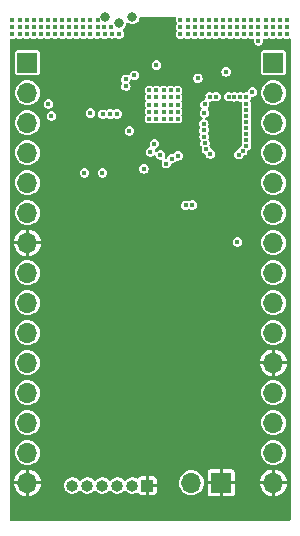
<source format=gbr>
%TF.GenerationSoftware,KiCad,Pcbnew,(6.0.0)*%
%TF.CreationDate,2022-02-11T23:14:06+08:00*%
%TF.ProjectId,esp8266,65737038-3236-4362-9e6b-696361645f70,rev?*%
%TF.SameCoordinates,Original*%
%TF.FileFunction,Copper,L3,Inr*%
%TF.FilePolarity,Positive*%
%FSLAX46Y46*%
G04 Gerber Fmt 4.6, Leading zero omitted, Abs format (unit mm)*
G04 Created by KiCad (PCBNEW (6.0.0)) date 2022-02-11 23:14:06*
%MOMM*%
%LPD*%
G01*
G04 APERTURE LIST*
%TA.AperFunction,ComponentPad*%
%ADD10R,1.000000X1.000000*%
%TD*%
%TA.AperFunction,ComponentPad*%
%ADD11O,1.000000X1.000000*%
%TD*%
%TA.AperFunction,ComponentPad*%
%ADD12R,1.700000X1.700000*%
%TD*%
%TA.AperFunction,ComponentPad*%
%ADD13O,1.700000X1.700000*%
%TD*%
%TA.AperFunction,ViaPad*%
%ADD14C,0.400000*%
%TD*%
%TA.AperFunction,ViaPad*%
%ADD15C,0.800000*%
%TD*%
G04 APERTURE END LIST*
D10*
%TO.N,+3V3*%
%TO.C,J2*%
X129032000Y-151180000D03*
D11*
%TO.N,GND*%
X127762000Y-151180000D03*
%TO.N,/RST*%
X126492000Y-151180000D03*
%TO.N,/GPIO0*%
X125222000Y-151180000D03*
%TO.N,/TXD*%
X123952000Y-151180000D03*
%TO.N,/RXD*%
X122682000Y-151180000D03*
%TD*%
D12*
%TO.N,/GPIO16*%
%TO.C,J4*%
X118872000Y-115380000D03*
D13*
%TO.N,unconnected-(J4-Pad2)*%
X118872000Y-117920000D03*
%TO.N,/GPIO4*%
X118872000Y-120460000D03*
%TO.N,/GPIO0*%
X118872000Y-123000000D03*
%TO.N,/GPIO2*%
X118872000Y-125540000D03*
%TO.N,GND*%
X118872000Y-128080000D03*
%TO.N,+3V3*%
X118872000Y-130620000D03*
%TO.N,/MTMS*%
X118872000Y-133160000D03*
%TO.N,/MTDI*%
X118872000Y-135700000D03*
%TO.N,/MTCK*%
X118872000Y-138240000D03*
%TO.N,/MTDO*%
X118872000Y-140780000D03*
%TO.N,/RXD*%
X118872000Y-143320000D03*
%TO.N,/TXD*%
X118872000Y-145860000D03*
%TO.N,GND*%
X118872000Y-148400000D03*
%TO.N,+3V3*%
X118872000Y-150940000D03*
%TD*%
D12*
%TO.N,+3V3*%
%TO.C,J1*%
X135290666Y-150930000D03*
D13*
%TO.N,GND*%
X132750666Y-150930000D03*
%TD*%
D12*
%TO.N,/ADC_IN*%
%TO.C,J3*%
X139700000Y-115380000D03*
D13*
%TO.N,unconnected-(J3-Pad2)*%
X139700000Y-117920000D03*
%TO.N,unconnected-(J3-Pad3)*%
X139700000Y-120460000D03*
%TO.N,/SD3{slash}CS*%
X139700000Y-123000000D03*
%TO.N,/SD2{slash}GPIO9*%
X139700000Y-125540000D03*
%TO.N,/SD1{slash}INT*%
X139700000Y-128080000D03*
%TO.N,/CMD{slash}MOSI*%
X139700000Y-130620000D03*
%TO.N,/SD0{slash}MISO*%
X139700000Y-133160000D03*
%TO.N,/SCLK*%
X139700000Y-135700000D03*
%TO.N,GND*%
X139700000Y-138240000D03*
%TO.N,+3V3*%
X139700000Y-140780000D03*
%TO.N,unconnected-(J3-Pad12)*%
X139700000Y-143320000D03*
%TO.N,/RST*%
X139700000Y-145860000D03*
%TO.N,GND*%
X139700000Y-148400000D03*
%TO.N,+3V3*%
X139700000Y-150940000D03*
%TD*%
D14*
%TO.N,GND*%
X140826000Y-112960000D03*
X140226000Y-112960000D03*
X139626000Y-112960000D03*
X139026000Y-112960000D03*
X138426000Y-112960000D03*
X137826000Y-112960000D03*
X137226000Y-112960000D03*
X136626000Y-112960000D03*
X136026000Y-112960000D03*
X135426000Y-112960000D03*
X134826000Y-112960000D03*
X134226000Y-112960000D03*
X133626000Y-112960000D03*
X133026000Y-112960000D03*
X132426000Y-112960000D03*
X131826000Y-112960000D03*
X140826000Y-112360000D03*
X140226000Y-112360000D03*
X139626000Y-112360000D03*
X139026000Y-112360000D03*
X138426000Y-112360000D03*
X137826000Y-112360000D03*
X137226000Y-112360000D03*
X136626000Y-112360000D03*
X136026000Y-112360000D03*
X135426000Y-112360000D03*
X134826000Y-112360000D03*
X134226000Y-112360000D03*
X133626000Y-112360000D03*
X133026000Y-112360000D03*
X132426000Y-112360000D03*
X131826000Y-112360000D03*
X140826000Y-111760000D03*
X140226000Y-111760000D03*
X139626000Y-111760000D03*
X139026000Y-111760000D03*
X138426000Y-111760000D03*
X137826000Y-111760000D03*
X137226000Y-111760000D03*
X136626000Y-111760000D03*
X136026000Y-111760000D03*
X135426000Y-111760000D03*
X134826000Y-111760000D03*
X134226000Y-111760000D03*
X133626000Y-111760000D03*
X133026000Y-111760000D03*
X132426000Y-111760000D03*
X131826000Y-111760000D03*
X126640592Y-112958957D03*
X125949635Y-112394304D03*
X126031361Y-112936668D03*
X125407271Y-112966386D03*
X125377552Y-112357155D03*
X124802000Y-112960000D03*
X124202000Y-112960000D03*
X123602000Y-112960000D03*
X123002000Y-112960000D03*
X122402000Y-112960000D03*
X121802000Y-112960000D03*
X121202000Y-112960000D03*
X120602000Y-112960000D03*
X120002000Y-112960000D03*
X119402000Y-112960000D03*
X118802000Y-112960000D03*
X118202000Y-112960000D03*
X117602000Y-112960000D03*
X124802000Y-112360000D03*
X124202000Y-112360000D03*
X123602000Y-112360000D03*
X123002000Y-112360000D03*
X122402000Y-112360000D03*
X121802000Y-112360000D03*
X121202000Y-112360000D03*
X120602000Y-112360000D03*
X120002000Y-112360000D03*
X119402000Y-112360000D03*
X118802000Y-112360000D03*
X118202000Y-112360000D03*
X117602000Y-112360000D03*
X124802000Y-111760000D03*
X124202000Y-111760000D03*
X123602000Y-111760000D03*
X123002000Y-111760000D03*
X122402000Y-111760000D03*
X121802000Y-111760000D03*
X121202000Y-111760000D03*
X120602000Y-111760000D03*
X120002000Y-111760000D03*
X119402000Y-111760000D03*
X118802000Y-111760000D03*
X118202000Y-111760000D03*
X117602000Y-111760000D03*
%TO.N,/RXD*%
X132261095Y-127450117D03*
%TO.N,/TXD*%
X132842000Y-127424736D03*
%TO.N,GND*%
X135893723Y-118253477D03*
X136369221Y-118268336D03*
X136874437Y-118263383D03*
X134853572Y-118248524D03*
X134318638Y-118263383D03*
X133872859Y-118917192D03*
X133858000Y-119634000D03*
X133799177Y-120548606D03*
X133814036Y-121103353D03*
X133828896Y-121653147D03*
X133903192Y-122193035D03*
X134012160Y-122718063D03*
X134334112Y-123104405D03*
X136770356Y-123164619D03*
X137100562Y-122831111D03*
X137414000Y-122428000D03*
X137414000Y-121920000D03*
X137414000Y-121412000D03*
X137414000Y-120904000D03*
X137414000Y-120396000D03*
X137414000Y-119888000D03*
X137414000Y-119380000D03*
X137414000Y-118872000D03*
X137412532Y-118281815D03*
%TO.N,/RST*%
X137922000Y-117856000D03*
D15*
%TO.N,+3V3*%
X134112000Y-124460000D03*
X129794000Y-124460000D03*
X128524000Y-129794000D03*
X130810000Y-129794000D03*
X129794000Y-129032000D03*
D14*
%TO.N,/CMD{slash}MOSI*%
X136652000Y-130556000D03*
%TO.N,/SD2{slash}GPIO9*%
X129286000Y-122936000D03*
%TO.N,/SD1{slash}INT*%
X131631112Y-123264004D03*
%TO.N,/SD0{slash}MISO*%
X131092523Y-123493530D03*
%TO.N,/SCLK*%
X130628935Y-123927051D03*
%TO.N,/CMD{slash}MOSI*%
X130131424Y-123190000D03*
%TO.N,/SD3{slash}CS*%
X129620641Y-122236221D03*
%TO.N,/ADC_IN*%
X138430000Y-113538000D03*
X129794000Y-115570000D03*
D15*
%TO.N,GND*%
X127762000Y-111506000D03*
X126646938Y-112060487D03*
X125476000Y-111506000D03*
D14*
%TO.N,/GPIO2*%
X123698000Y-124714000D03*
%TO.N,/MTDI*%
X120904000Y-119888000D03*
%TO.N,/MTMS*%
X127185695Y-116765722D03*
X120650000Y-118872000D03*
%TO.N,/GPIO0*%
X125222000Y-124714000D03*
%TO.N,/GPIO4*%
X127508000Y-121158000D03*
D15*
%TO.N,+3V3*%
X124194000Y-123640000D03*
D14*
%TO.N,GND*%
X126470000Y-119720000D03*
X125870000Y-119720000D03*
X125250000Y-119730000D03*
%TO.N,/GPIO16*%
X128720000Y-124360000D03*
%TO.N,GND*%
X131590000Y-120120000D03*
X130990000Y-120120000D03*
X130390000Y-120120000D03*
X129790000Y-120120000D03*
X129190000Y-120120000D03*
X131590000Y-119520000D03*
X130990000Y-119520000D03*
X130390000Y-119520000D03*
X129790000Y-119520000D03*
X129190000Y-119520000D03*
X131590000Y-118920000D03*
X130990000Y-118920000D03*
X130390000Y-118920000D03*
X129790000Y-118920000D03*
X129190000Y-118920000D03*
X131590000Y-118320000D03*
X130990000Y-118320000D03*
X130390000Y-118320000D03*
X129790000Y-118320000D03*
X129190000Y-118320000D03*
X131590000Y-117720000D03*
X130990000Y-117720000D03*
X130390000Y-117720000D03*
X129790000Y-117720000D03*
X129190000Y-117720000D03*
D15*
%TO.N,+3V3*%
X127540000Y-124450000D03*
X124650000Y-127360000D03*
D14*
%TO.N,/GPIO16*%
X127930000Y-116440000D03*
D15*
%TO.N,+3V3*%
X137900000Y-116600000D03*
X133570000Y-118310000D03*
X134000000Y-114700000D03*
X127020000Y-118140500D03*
X130820000Y-115610500D03*
X121700000Y-114300000D03*
X132730378Y-116170378D03*
X128524000Y-122220000D03*
X128024006Y-112800000D03*
D14*
%TO.N,/RST*%
X133300000Y-116700000D03*
X135695027Y-116155676D03*
%TO.N,/MTDI*%
X124206000Y-119634000D03*
X127190000Y-117390000D03*
%TD*%
%TA.AperFunction,Conductor*%
%TO.N,+3V3*%
G36*
X131405957Y-111523004D02*
G01*
X131441942Y-111572489D01*
X131441955Y-111631555D01*
X131440354Y-111634696D01*
X131420508Y-111760000D01*
X131421727Y-111767697D01*
X131428244Y-111808841D01*
X131440354Y-111885304D01*
X131497950Y-111998342D01*
X131502244Y-112002636D01*
X131520882Y-112060003D01*
X131502244Y-112117364D01*
X131497950Y-112121658D01*
X131440354Y-112234696D01*
X131420508Y-112360000D01*
X131440354Y-112485304D01*
X131497950Y-112598342D01*
X131502244Y-112602636D01*
X131520882Y-112660003D01*
X131502244Y-112717364D01*
X131497950Y-112721658D01*
X131494414Y-112728598D01*
X131444422Y-112826713D01*
X131440354Y-112834696D01*
X131420508Y-112960000D01*
X131440354Y-113085304D01*
X131497950Y-113198342D01*
X131587658Y-113288050D01*
X131594595Y-113291585D01*
X131594597Y-113291586D01*
X131657297Y-113323533D01*
X131700696Y-113345646D01*
X131708390Y-113346865D01*
X131708391Y-113346865D01*
X131818303Y-113364273D01*
X131826000Y-113365492D01*
X131833697Y-113364273D01*
X131943609Y-113346865D01*
X131943610Y-113346865D01*
X131951304Y-113345646D01*
X132064342Y-113288050D01*
X132068636Y-113283756D01*
X132126003Y-113265118D01*
X132183364Y-113283756D01*
X132187658Y-113288050D01*
X132300696Y-113345646D01*
X132308390Y-113346865D01*
X132308391Y-113346865D01*
X132418303Y-113364273D01*
X132426000Y-113365492D01*
X132433697Y-113364273D01*
X132543609Y-113346865D01*
X132543610Y-113346865D01*
X132551304Y-113345646D01*
X132664342Y-113288050D01*
X132668636Y-113283756D01*
X132726003Y-113265118D01*
X132783364Y-113283756D01*
X132787658Y-113288050D01*
X132900696Y-113345646D01*
X132908390Y-113346865D01*
X132908391Y-113346865D01*
X133018303Y-113364273D01*
X133026000Y-113365492D01*
X133033697Y-113364273D01*
X133143609Y-113346865D01*
X133143610Y-113346865D01*
X133151304Y-113345646D01*
X133264342Y-113288050D01*
X133268636Y-113283756D01*
X133326003Y-113265118D01*
X133383364Y-113283756D01*
X133387658Y-113288050D01*
X133500696Y-113345646D01*
X133508390Y-113346865D01*
X133508391Y-113346865D01*
X133618303Y-113364273D01*
X133626000Y-113365492D01*
X133633697Y-113364273D01*
X133743609Y-113346865D01*
X133743610Y-113346865D01*
X133751304Y-113345646D01*
X133864342Y-113288050D01*
X133868636Y-113283756D01*
X133926003Y-113265118D01*
X133983364Y-113283756D01*
X133987658Y-113288050D01*
X134100696Y-113345646D01*
X134108390Y-113346865D01*
X134108391Y-113346865D01*
X134218303Y-113364273D01*
X134226000Y-113365492D01*
X134233697Y-113364273D01*
X134343609Y-113346865D01*
X134343610Y-113346865D01*
X134351304Y-113345646D01*
X134464342Y-113288050D01*
X134468636Y-113283756D01*
X134526003Y-113265118D01*
X134583364Y-113283756D01*
X134587658Y-113288050D01*
X134700696Y-113345646D01*
X134708390Y-113346865D01*
X134708391Y-113346865D01*
X134818303Y-113364273D01*
X134826000Y-113365492D01*
X134833697Y-113364273D01*
X134943609Y-113346865D01*
X134943610Y-113346865D01*
X134951304Y-113345646D01*
X135064342Y-113288050D01*
X135068636Y-113283756D01*
X135126003Y-113265118D01*
X135183364Y-113283756D01*
X135187658Y-113288050D01*
X135300696Y-113345646D01*
X135308390Y-113346865D01*
X135308391Y-113346865D01*
X135418303Y-113364273D01*
X135426000Y-113365492D01*
X135433697Y-113364273D01*
X135543609Y-113346865D01*
X135543610Y-113346865D01*
X135551304Y-113345646D01*
X135664342Y-113288050D01*
X135668636Y-113283756D01*
X135726003Y-113265118D01*
X135783364Y-113283756D01*
X135787658Y-113288050D01*
X135900696Y-113345646D01*
X135908390Y-113346865D01*
X135908391Y-113346865D01*
X136018303Y-113364273D01*
X136026000Y-113365492D01*
X136033697Y-113364273D01*
X136143609Y-113346865D01*
X136143610Y-113346865D01*
X136151304Y-113345646D01*
X136264342Y-113288050D01*
X136268636Y-113283756D01*
X136326003Y-113265118D01*
X136383364Y-113283756D01*
X136387658Y-113288050D01*
X136500696Y-113345646D01*
X136508390Y-113346865D01*
X136508391Y-113346865D01*
X136618303Y-113364273D01*
X136626000Y-113365492D01*
X136633697Y-113364273D01*
X136743609Y-113346865D01*
X136743610Y-113346865D01*
X136751304Y-113345646D01*
X136864342Y-113288050D01*
X136868636Y-113283756D01*
X136926003Y-113265118D01*
X136983364Y-113283756D01*
X136987658Y-113288050D01*
X137100696Y-113345646D01*
X137108390Y-113346865D01*
X137108391Y-113346865D01*
X137218303Y-113364273D01*
X137226000Y-113365492D01*
X137233697Y-113364273D01*
X137343609Y-113346865D01*
X137343610Y-113346865D01*
X137351304Y-113345646D01*
X137464342Y-113288050D01*
X137468636Y-113283756D01*
X137526003Y-113265118D01*
X137583364Y-113283756D01*
X137587658Y-113288050D01*
X137700696Y-113345646D01*
X137708390Y-113346865D01*
X137708391Y-113346865D01*
X137818303Y-113364273D01*
X137826000Y-113365492D01*
X137833697Y-113364273D01*
X137923057Y-113350120D01*
X137983489Y-113359691D01*
X138026754Y-113402956D01*
X138036325Y-113463388D01*
X138025727Y-113530302D01*
X138024508Y-113538000D01*
X138044354Y-113663304D01*
X138101950Y-113776342D01*
X138191658Y-113866050D01*
X138198595Y-113869585D01*
X138198597Y-113869586D01*
X138297756Y-113920110D01*
X138304696Y-113923646D01*
X138312390Y-113924865D01*
X138312391Y-113924865D01*
X138422303Y-113942273D01*
X138430000Y-113943492D01*
X138437697Y-113942273D01*
X138547609Y-113924865D01*
X138547610Y-113924865D01*
X138555304Y-113923646D01*
X138562244Y-113920110D01*
X138661403Y-113869586D01*
X138661405Y-113869585D01*
X138668342Y-113866050D01*
X138758050Y-113776342D01*
X138815646Y-113663304D01*
X138835492Y-113538000D01*
X138834273Y-113530302D01*
X138823881Y-113464686D01*
X138833453Y-113404254D01*
X138876718Y-113360990D01*
X138937147Y-113351419D01*
X139026000Y-113365492D01*
X139033697Y-113364273D01*
X139143609Y-113346865D01*
X139143610Y-113346865D01*
X139151304Y-113345646D01*
X139264342Y-113288050D01*
X139268636Y-113283756D01*
X139326003Y-113265118D01*
X139383364Y-113283756D01*
X139387658Y-113288050D01*
X139500696Y-113345646D01*
X139508390Y-113346865D01*
X139508391Y-113346865D01*
X139618303Y-113364273D01*
X139626000Y-113365492D01*
X139633697Y-113364273D01*
X139743609Y-113346865D01*
X139743610Y-113346865D01*
X139751304Y-113345646D01*
X139864342Y-113288050D01*
X139868636Y-113283756D01*
X139926003Y-113265118D01*
X139983364Y-113283756D01*
X139987658Y-113288050D01*
X140100696Y-113345646D01*
X140108390Y-113346865D01*
X140108391Y-113346865D01*
X140218303Y-113364273D01*
X140226000Y-113365492D01*
X140233697Y-113364273D01*
X140343609Y-113346865D01*
X140343610Y-113346865D01*
X140351304Y-113345646D01*
X140464342Y-113288050D01*
X140468636Y-113283756D01*
X140526003Y-113265118D01*
X140583364Y-113283756D01*
X140587658Y-113288050D01*
X140700696Y-113345646D01*
X140708390Y-113346865D01*
X140708391Y-113346865D01*
X140818303Y-113364273D01*
X140826000Y-113365492D01*
X140833697Y-113364273D01*
X140943609Y-113346865D01*
X140943610Y-113346865D01*
X140951304Y-113345646D01*
X140960538Y-113340941D01*
X141016055Y-113312654D01*
X141076487Y-113303083D01*
X141131004Y-113330861D01*
X141158781Y-113385377D01*
X141160000Y-113400864D01*
X141160000Y-154071000D01*
X141141093Y-154129191D01*
X141091593Y-154165155D01*
X141061000Y-154170000D01*
X117498884Y-154170000D01*
X117440693Y-154151093D01*
X117404729Y-154101593D01*
X117399884Y-154071116D01*
X117397546Y-152076317D01*
X117396401Y-151099405D01*
X117729898Y-151099405D01*
X117730995Y-151116145D01*
X117732408Y-151125064D01*
X117782200Y-151321121D01*
X117785220Y-151329649D01*
X117869904Y-151513341D01*
X117874422Y-151521167D01*
X117991171Y-151686363D01*
X117997035Y-151693229D01*
X118141931Y-151834381D01*
X118148954Y-151840068D01*
X118317138Y-151952446D01*
X118325093Y-151956764D01*
X118510929Y-152036606D01*
X118519540Y-152039404D01*
X118711830Y-152082914D01*
X118719167Y-152080840D01*
X118721787Y-152077514D01*
X118722000Y-152076317D01*
X118722000Y-152064679D01*
X119022000Y-152064679D01*
X119026122Y-152077364D01*
X119027292Y-152078215D01*
X119033272Y-152078725D01*
X119137115Y-152063668D01*
X119145914Y-152061556D01*
X119337450Y-151996538D01*
X119345714Y-151992858D01*
X119522194Y-151894026D01*
X119529652Y-151888900D01*
X119685157Y-151759568D01*
X119691568Y-151753157D01*
X119820900Y-151597652D01*
X119826026Y-151590194D01*
X119924858Y-151413714D01*
X119928538Y-151405450D01*
X119993556Y-151213914D01*
X119995668Y-151205115D01*
X120000381Y-151172611D01*
X121976394Y-151172611D01*
X121977049Y-151178544D01*
X121977049Y-151178548D01*
X121994100Y-151332995D01*
X121994999Y-151341135D01*
X122053266Y-151500356D01*
X122056591Y-151505305D01*
X122056592Y-151505306D01*
X122067250Y-151521167D01*
X122147830Y-151641083D01*
X122273233Y-151755191D01*
X122422235Y-151836092D01*
X122457189Y-151845262D01*
X122580464Y-151877603D01*
X122580468Y-151877604D01*
X122586233Y-151879116D01*
X122592194Y-151879210D01*
X122592197Y-151879210D01*
X122670965Y-151880447D01*
X122755760Y-151881779D01*
X122761575Y-151880447D01*
X122761577Y-151880447D01*
X122915206Y-151845262D01*
X122915209Y-151845261D01*
X122921029Y-151843928D01*
X122936610Y-151836092D01*
X123020990Y-151793653D01*
X123072498Y-151767747D01*
X123077035Y-151763872D01*
X123077038Y-151763870D01*
X123196888Y-151661508D01*
X123196891Y-151661505D01*
X123201423Y-151657634D01*
X123213316Y-151641083D01*
X123235879Y-151609684D01*
X123285189Y-151573461D01*
X123346374Y-151573140D01*
X123398446Y-151612237D01*
X123417830Y-151641083D01*
X123543233Y-151755191D01*
X123692235Y-151836092D01*
X123727189Y-151845262D01*
X123850464Y-151877603D01*
X123850468Y-151877604D01*
X123856233Y-151879116D01*
X123862194Y-151879210D01*
X123862197Y-151879210D01*
X123940965Y-151880447D01*
X124025760Y-151881779D01*
X124031575Y-151880447D01*
X124031577Y-151880447D01*
X124185206Y-151845262D01*
X124185209Y-151845261D01*
X124191029Y-151843928D01*
X124206610Y-151836092D01*
X124290990Y-151793653D01*
X124342498Y-151767747D01*
X124347035Y-151763872D01*
X124347038Y-151763870D01*
X124466888Y-151661508D01*
X124466891Y-151661505D01*
X124471423Y-151657634D01*
X124483316Y-151641083D01*
X124505879Y-151609684D01*
X124555189Y-151573461D01*
X124616374Y-151573140D01*
X124668446Y-151612237D01*
X124687830Y-151641083D01*
X124813233Y-151755191D01*
X124962235Y-151836092D01*
X124997189Y-151845262D01*
X125120464Y-151877603D01*
X125120468Y-151877604D01*
X125126233Y-151879116D01*
X125132194Y-151879210D01*
X125132197Y-151879210D01*
X125210965Y-151880447D01*
X125295760Y-151881779D01*
X125301575Y-151880447D01*
X125301577Y-151880447D01*
X125455206Y-151845262D01*
X125455209Y-151845261D01*
X125461029Y-151843928D01*
X125476610Y-151836092D01*
X125560990Y-151793653D01*
X125612498Y-151767747D01*
X125617035Y-151763872D01*
X125617038Y-151763870D01*
X125736888Y-151661508D01*
X125736891Y-151661505D01*
X125741423Y-151657634D01*
X125753316Y-151641083D01*
X125775879Y-151609684D01*
X125825189Y-151573461D01*
X125886374Y-151573140D01*
X125938446Y-151612237D01*
X125957830Y-151641083D01*
X126083233Y-151755191D01*
X126232235Y-151836092D01*
X126267189Y-151845262D01*
X126390464Y-151877603D01*
X126390468Y-151877604D01*
X126396233Y-151879116D01*
X126402194Y-151879210D01*
X126402197Y-151879210D01*
X126480965Y-151880447D01*
X126565760Y-151881779D01*
X126571575Y-151880447D01*
X126571577Y-151880447D01*
X126725206Y-151845262D01*
X126725209Y-151845261D01*
X126731029Y-151843928D01*
X126746610Y-151836092D01*
X126830990Y-151793653D01*
X126882498Y-151767747D01*
X126887035Y-151763872D01*
X126887038Y-151763870D01*
X127006888Y-151661508D01*
X127006891Y-151661505D01*
X127011423Y-151657634D01*
X127023316Y-151641083D01*
X127045879Y-151609684D01*
X127095189Y-151573461D01*
X127156374Y-151573140D01*
X127208446Y-151612237D01*
X127227830Y-151641083D01*
X127353233Y-151755191D01*
X127502235Y-151836092D01*
X127537189Y-151845262D01*
X127660464Y-151877603D01*
X127660468Y-151877604D01*
X127666233Y-151879116D01*
X127672194Y-151879210D01*
X127672197Y-151879210D01*
X127750965Y-151880447D01*
X127835760Y-151881779D01*
X127841575Y-151880447D01*
X127841577Y-151880447D01*
X127995206Y-151845262D01*
X127995209Y-151845261D01*
X128001029Y-151843928D01*
X128013599Y-151837606D01*
X128133412Y-151777347D01*
X128193893Y-151768092D01*
X128248263Y-151796155D01*
X128268371Y-151825604D01*
X128276771Y-151844516D01*
X128286946Y-151859321D01*
X128353108Y-151925367D01*
X128367931Y-151935517D01*
X128454980Y-151974000D01*
X128469185Y-151977873D01*
X128484580Y-151979668D01*
X128490292Y-151980000D01*
X128866320Y-151980000D01*
X128879005Y-151975878D01*
X128882000Y-151971757D01*
X128882000Y-151964320D01*
X129182000Y-151964320D01*
X129186122Y-151977005D01*
X129190243Y-151980000D01*
X129573639Y-151980000D01*
X129579485Y-151979654D01*
X129595353Y-151977766D01*
X129609519Y-151973872D01*
X129696514Y-151935230D01*
X129711321Y-151925054D01*
X129777367Y-151858892D01*
X129787517Y-151844069D01*
X129826000Y-151757020D01*
X129829873Y-151742815D01*
X129831668Y-151727420D01*
X129832000Y-151721708D01*
X129832000Y-151345680D01*
X129827878Y-151332995D01*
X129823757Y-151330000D01*
X129197680Y-151330000D01*
X129184995Y-151334122D01*
X129182000Y-151338243D01*
X129182000Y-151964320D01*
X128882000Y-151964320D01*
X128882000Y-151014320D01*
X129182000Y-151014320D01*
X129186122Y-151027005D01*
X129190243Y-151030000D01*
X129816320Y-151030000D01*
X129829005Y-151025878D01*
X129832000Y-151021757D01*
X129832000Y-150915262D01*
X131695186Y-150915262D01*
X131695591Y-150920082D01*
X131710552Y-151098243D01*
X131712425Y-151120553D01*
X131713758Y-151125201D01*
X131713758Y-151125202D01*
X131733709Y-151194778D01*
X131769210Y-151318586D01*
X131863378Y-151501818D01*
X131991343Y-151663270D01*
X131995023Y-151666402D01*
X131995025Y-151666404D01*
X132066719Y-151727420D01*
X132148230Y-151796791D01*
X132152453Y-151799151D01*
X132152457Y-151799154D01*
X132234958Y-151845262D01*
X132328064Y-151897297D01*
X132332662Y-151898791D01*
X132519390Y-151959463D01*
X132519392Y-151959464D01*
X132523995Y-151960959D01*
X132728560Y-151985351D01*
X132733382Y-151984980D01*
X132733385Y-151984980D01*
X132802600Y-151979654D01*
X132933966Y-151969546D01*
X133132391Y-151914145D01*
X133136704Y-151911966D01*
X133136710Y-151911964D01*
X133311955Y-151823441D01*
X133311957Y-151823440D01*
X133315522Y-151821639D01*
X134140666Y-151821639D01*
X134141012Y-151827485D01*
X134142900Y-151843353D01*
X134146794Y-151857519D01*
X134185436Y-151944514D01*
X134195612Y-151959321D01*
X134261774Y-152025367D01*
X134276597Y-152035517D01*
X134363646Y-152074000D01*
X134377851Y-152077873D01*
X134393246Y-152079668D01*
X134398958Y-152080000D01*
X135124986Y-152080000D01*
X135137671Y-152075878D01*
X135140666Y-152071757D01*
X135140666Y-152064320D01*
X135440666Y-152064320D01*
X135444788Y-152077005D01*
X135448909Y-152080000D01*
X136182305Y-152080000D01*
X136188151Y-152079654D01*
X136204019Y-152077766D01*
X136218185Y-152073872D01*
X136305180Y-152035230D01*
X136319987Y-152025054D01*
X136386033Y-151958892D01*
X136396183Y-151944069D01*
X136434666Y-151857020D01*
X136438539Y-151842815D01*
X136440334Y-151827420D01*
X136440666Y-151821708D01*
X136440666Y-151099405D01*
X138557898Y-151099405D01*
X138558995Y-151116145D01*
X138560408Y-151125064D01*
X138610200Y-151321121D01*
X138613220Y-151329649D01*
X138697904Y-151513341D01*
X138702422Y-151521167D01*
X138819171Y-151686363D01*
X138825035Y-151693229D01*
X138969931Y-151834381D01*
X138976954Y-151840068D01*
X139145138Y-151952446D01*
X139153093Y-151956764D01*
X139338929Y-152036606D01*
X139347540Y-152039404D01*
X139539830Y-152082914D01*
X139547167Y-152080840D01*
X139549787Y-152077514D01*
X139550000Y-152076317D01*
X139550000Y-152064679D01*
X139850000Y-152064679D01*
X139854122Y-152077364D01*
X139855292Y-152078215D01*
X139861272Y-152078725D01*
X139965115Y-152063668D01*
X139973914Y-152061556D01*
X140165450Y-151996538D01*
X140173714Y-151992858D01*
X140350194Y-151894026D01*
X140357652Y-151888900D01*
X140513157Y-151759568D01*
X140519568Y-151753157D01*
X140648900Y-151597652D01*
X140654026Y-151590194D01*
X140752858Y-151413714D01*
X140756538Y-151405450D01*
X140821556Y-151213914D01*
X140823668Y-151205115D01*
X140838109Y-151105518D01*
X140835850Y-151092372D01*
X140834815Y-151091363D01*
X140828968Y-151090000D01*
X139865680Y-151090000D01*
X139852995Y-151094122D01*
X139850000Y-151098243D01*
X139850000Y-152064679D01*
X139550000Y-152064679D01*
X139550000Y-151105680D01*
X139545878Y-151092995D01*
X139541757Y-151090000D01*
X138572962Y-151090000D01*
X138560277Y-151094122D01*
X138558202Y-151096978D01*
X138557898Y-151099405D01*
X136440666Y-151099405D01*
X136440666Y-151095680D01*
X136436544Y-151082995D01*
X136432423Y-151080000D01*
X135456346Y-151080000D01*
X135443661Y-151084122D01*
X135440666Y-151088243D01*
X135440666Y-152064320D01*
X135140666Y-152064320D01*
X135140666Y-151095680D01*
X135136544Y-151082995D01*
X135132423Y-151080000D01*
X134156346Y-151080000D01*
X134143661Y-151084122D01*
X134140666Y-151088243D01*
X134140666Y-151821639D01*
X133315522Y-151821639D01*
X133316276Y-151821258D01*
X133384326Y-151768092D01*
X133474801Y-151697406D01*
X133474805Y-151697402D01*
X133478617Y-151694424D01*
X133613230Y-151538472D01*
X133623754Y-151519947D01*
X133712600Y-151363550D01*
X133712601Y-151363547D01*
X133714989Y-151359344D01*
X133719183Y-151346739D01*
X133778490Y-151168454D01*
X133778490Y-151168452D01*
X133780017Y-151163863D01*
X133784919Y-151125064D01*
X133805489Y-150962228D01*
X133805837Y-150959474D01*
X133806249Y-150930000D01*
X133804333Y-150910454D01*
X133790005Y-150764320D01*
X134140666Y-150764320D01*
X134144788Y-150777005D01*
X134148909Y-150780000D01*
X135124986Y-150780000D01*
X135137671Y-150775878D01*
X135140666Y-150771757D01*
X135140666Y-150764320D01*
X135440666Y-150764320D01*
X135444788Y-150777005D01*
X135448909Y-150780000D01*
X136424986Y-150780000D01*
X136437671Y-150775878D01*
X136438725Y-150774428D01*
X138561487Y-150774428D01*
X138564090Y-150787511D01*
X138565663Y-150788965D01*
X138570378Y-150790000D01*
X139534320Y-150790000D01*
X139547005Y-150785878D01*
X139550000Y-150781757D01*
X139550000Y-150774320D01*
X139850000Y-150774320D01*
X139854122Y-150787005D01*
X139858243Y-150790000D01*
X140825464Y-150790000D01*
X140838149Y-150785878D01*
X140839818Y-150783582D01*
X140840222Y-150779966D01*
X140836003Y-150734048D01*
X140834356Y-150725164D01*
X140779449Y-150530481D01*
X140776208Y-150522037D01*
X140686745Y-150340624D01*
X140682020Y-150332914D01*
X140560994Y-150170840D01*
X140554945Y-150164122D01*
X140406405Y-150026814D01*
X140399240Y-150021315D01*
X140228163Y-149913374D01*
X140220110Y-149909271D01*
X140032229Y-149834314D01*
X140023571Y-149831749D01*
X139865379Y-149800283D01*
X139852132Y-149801851D01*
X139852100Y-149801881D01*
X139850000Y-149809928D01*
X139850000Y-150774320D01*
X139550000Y-150774320D01*
X139550000Y-149814517D01*
X139545878Y-149801832D01*
X139545274Y-149801393D01*
X139538127Y-149800877D01*
X139405559Y-149823657D01*
X139396823Y-149825998D01*
X139207050Y-149896009D01*
X139198887Y-149899902D01*
X139025047Y-150003326D01*
X139017745Y-150008631D01*
X138865657Y-150142010D01*
X138859434Y-150148568D01*
X138734209Y-150307415D01*
X138729284Y-150314998D01*
X138635097Y-150494018D01*
X138631643Y-150502358D01*
X138571658Y-150695538D01*
X138569777Y-150704389D01*
X138561487Y-150774428D01*
X136438725Y-150774428D01*
X136440666Y-150771757D01*
X136440666Y-150038361D01*
X136440320Y-150032515D01*
X136438432Y-150016647D01*
X136434538Y-150002481D01*
X136395896Y-149915486D01*
X136385720Y-149900679D01*
X136319558Y-149834633D01*
X136304735Y-149824483D01*
X136217686Y-149786000D01*
X136203481Y-149782127D01*
X136188086Y-149780332D01*
X136182374Y-149780000D01*
X135456346Y-149780000D01*
X135443661Y-149784122D01*
X135440666Y-149788243D01*
X135440666Y-150764320D01*
X135140666Y-150764320D01*
X135140666Y-149795680D01*
X135136544Y-149782995D01*
X135132423Y-149780000D01*
X134399027Y-149780000D01*
X134393181Y-149780346D01*
X134377313Y-149782234D01*
X134363147Y-149786128D01*
X134276152Y-149824770D01*
X134261345Y-149834946D01*
X134195299Y-149901108D01*
X134185149Y-149915931D01*
X134146666Y-150002980D01*
X134142793Y-150017185D01*
X134140998Y-150032580D01*
X134140666Y-150038292D01*
X134140666Y-150764320D01*
X133790005Y-150764320D01*
X133786618Y-150729780D01*
X133786617Y-150729776D01*
X133786146Y-150724970D01*
X133782638Y-150713349D01*
X133743203Y-150582738D01*
X133726601Y-150527749D01*
X133629884Y-150345849D01*
X133499677Y-150186200D01*
X133340941Y-150054882D01*
X133159721Y-149956897D01*
X133096521Y-149937333D01*
X132967541Y-149897407D01*
X132967537Y-149897406D01*
X132962920Y-149895977D01*
X132958112Y-149895472D01*
X132958109Y-149895471D01*
X132762851Y-149874949D01*
X132762849Y-149874949D01*
X132758035Y-149874443D01*
X132698020Y-149879905D01*
X132557688Y-149892675D01*
X132557683Y-149892676D01*
X132552869Y-149893114D01*
X132355238Y-149951280D01*
X132350954Y-149953519D01*
X132350953Y-149953520D01*
X132340094Y-149959197D01*
X132172668Y-150046726D01*
X132168897Y-150049758D01*
X132015886Y-150172781D01*
X132015883Y-150172783D01*
X132012113Y-150175815D01*
X132008999Y-150179526D01*
X132008998Y-150179527D01*
X132000251Y-150189952D01*
X131879690Y-150333630D01*
X131877355Y-150337878D01*
X131877354Y-150337879D01*
X131870621Y-150350126D01*
X131780442Y-150514162D01*
X131778979Y-150518775D01*
X131778977Y-150518779D01*
X131751776Y-150604528D01*
X131718150Y-150710532D01*
X131717610Y-150715344D01*
X131717610Y-150715345D01*
X131699207Y-150879416D01*
X131695186Y-150915262D01*
X129832000Y-150915262D01*
X129832000Y-150638361D01*
X129831654Y-150632515D01*
X129829766Y-150616647D01*
X129825872Y-150602481D01*
X129787230Y-150515486D01*
X129777054Y-150500679D01*
X129710892Y-150434633D01*
X129696069Y-150424483D01*
X129609020Y-150386000D01*
X129594815Y-150382127D01*
X129579420Y-150380332D01*
X129573708Y-150380000D01*
X129197680Y-150380000D01*
X129184995Y-150384122D01*
X129182000Y-150388243D01*
X129182000Y-151014320D01*
X128882000Y-151014320D01*
X128882000Y-150395680D01*
X128877878Y-150382995D01*
X128873757Y-150380000D01*
X128490361Y-150380000D01*
X128484515Y-150380346D01*
X128468647Y-150382234D01*
X128454481Y-150386128D01*
X128367486Y-150424770D01*
X128352679Y-150434946D01*
X128286633Y-150501108D01*
X128276485Y-150515928D01*
X128267933Y-150535274D01*
X128227112Y-150580851D01*
X128167297Y-150593730D01*
X128131061Y-150582738D01*
X128127497Y-150580851D01*
X128014881Y-150521224D01*
X127906571Y-150494018D01*
X127856231Y-150481373D01*
X127856228Y-150481373D01*
X127850441Y-150479919D01*
X127764841Y-150479471D01*
X127686861Y-150479062D01*
X127686859Y-150479062D01*
X127680895Y-150479031D01*
X127675099Y-150480423D01*
X127675095Y-150480423D01*
X127583733Y-150502358D01*
X127516032Y-150518612D01*
X127489357Y-150532380D01*
X127370675Y-150593636D01*
X127370673Y-150593638D01*
X127365369Y-150596375D01*
X127237604Y-150707831D01*
X127234174Y-150712712D01*
X127234170Y-150712716D01*
X127208236Y-150749616D01*
X127159307Y-150786353D01*
X127098129Y-150787313D01*
X127045653Y-150748766D01*
X127021312Y-150713349D01*
X126894721Y-150600560D01*
X126881822Y-150593730D01*
X126857497Y-150580851D01*
X126744881Y-150521224D01*
X126636571Y-150494018D01*
X126586231Y-150481373D01*
X126586228Y-150481373D01*
X126580441Y-150479919D01*
X126494841Y-150479471D01*
X126416861Y-150479062D01*
X126416859Y-150479062D01*
X126410895Y-150479031D01*
X126405099Y-150480423D01*
X126405095Y-150480423D01*
X126313733Y-150502358D01*
X126246032Y-150518612D01*
X126219357Y-150532380D01*
X126100675Y-150593636D01*
X126100673Y-150593638D01*
X126095369Y-150596375D01*
X125967604Y-150707831D01*
X125964174Y-150712712D01*
X125964170Y-150712716D01*
X125938236Y-150749616D01*
X125889307Y-150786353D01*
X125828129Y-150787313D01*
X125775653Y-150748766D01*
X125751312Y-150713349D01*
X125624721Y-150600560D01*
X125611822Y-150593730D01*
X125587497Y-150580851D01*
X125474881Y-150521224D01*
X125366571Y-150494018D01*
X125316231Y-150481373D01*
X125316228Y-150481373D01*
X125310441Y-150479919D01*
X125224841Y-150479471D01*
X125146861Y-150479062D01*
X125146859Y-150479062D01*
X125140895Y-150479031D01*
X125135099Y-150480423D01*
X125135095Y-150480423D01*
X125043733Y-150502358D01*
X124976032Y-150518612D01*
X124949357Y-150532380D01*
X124830675Y-150593636D01*
X124830673Y-150593638D01*
X124825369Y-150596375D01*
X124697604Y-150707831D01*
X124694174Y-150712712D01*
X124694170Y-150712716D01*
X124668236Y-150749616D01*
X124619307Y-150786353D01*
X124558129Y-150787313D01*
X124505653Y-150748766D01*
X124481312Y-150713349D01*
X124354721Y-150600560D01*
X124341822Y-150593730D01*
X124317497Y-150580851D01*
X124204881Y-150521224D01*
X124096571Y-150494018D01*
X124046231Y-150481373D01*
X124046228Y-150481373D01*
X124040441Y-150479919D01*
X123954841Y-150479471D01*
X123876861Y-150479062D01*
X123876859Y-150479062D01*
X123870895Y-150479031D01*
X123865099Y-150480423D01*
X123865095Y-150480423D01*
X123773733Y-150502358D01*
X123706032Y-150518612D01*
X123679357Y-150532380D01*
X123560675Y-150593636D01*
X123560673Y-150593638D01*
X123555369Y-150596375D01*
X123427604Y-150707831D01*
X123424174Y-150712712D01*
X123424170Y-150712716D01*
X123398236Y-150749616D01*
X123349307Y-150786353D01*
X123288129Y-150787313D01*
X123235653Y-150748766D01*
X123211312Y-150713349D01*
X123084721Y-150600560D01*
X123071822Y-150593730D01*
X123047497Y-150580851D01*
X122934881Y-150521224D01*
X122826571Y-150494018D01*
X122776231Y-150481373D01*
X122776228Y-150481373D01*
X122770441Y-150479919D01*
X122684841Y-150479471D01*
X122606861Y-150479062D01*
X122606859Y-150479062D01*
X122600895Y-150479031D01*
X122595099Y-150480423D01*
X122595095Y-150480423D01*
X122503733Y-150502358D01*
X122436032Y-150518612D01*
X122409357Y-150532380D01*
X122290675Y-150593636D01*
X122290673Y-150593638D01*
X122285369Y-150596375D01*
X122157604Y-150707831D01*
X122154173Y-150712713D01*
X122154172Y-150712714D01*
X122145422Y-150725164D01*
X122060113Y-150846547D01*
X121998524Y-151004513D01*
X121976394Y-151172611D01*
X120000381Y-151172611D01*
X120010109Y-151105518D01*
X120007850Y-151092372D01*
X120006815Y-151091363D01*
X120000968Y-151090000D01*
X119037680Y-151090000D01*
X119024995Y-151094122D01*
X119022000Y-151098243D01*
X119022000Y-152064679D01*
X118722000Y-152064679D01*
X118722000Y-151105680D01*
X118717878Y-151092995D01*
X118713757Y-151090000D01*
X117744962Y-151090000D01*
X117732277Y-151094122D01*
X117730202Y-151096978D01*
X117729898Y-151099405D01*
X117396401Y-151099405D01*
X117396020Y-150774428D01*
X117733487Y-150774428D01*
X117736090Y-150787511D01*
X117737663Y-150788965D01*
X117742378Y-150790000D01*
X118706320Y-150790000D01*
X118719005Y-150785878D01*
X118722000Y-150781757D01*
X118722000Y-150774320D01*
X119022000Y-150774320D01*
X119026122Y-150787005D01*
X119030243Y-150790000D01*
X119997464Y-150790000D01*
X120010149Y-150785878D01*
X120011818Y-150783582D01*
X120012222Y-150779966D01*
X120008003Y-150734048D01*
X120006356Y-150725164D01*
X119951449Y-150530481D01*
X119948208Y-150522037D01*
X119858745Y-150340624D01*
X119854020Y-150332914D01*
X119732994Y-150170840D01*
X119726945Y-150164122D01*
X119578405Y-150026814D01*
X119571240Y-150021315D01*
X119400163Y-149913374D01*
X119392110Y-149909271D01*
X119204229Y-149834314D01*
X119195571Y-149831749D01*
X119037379Y-149800283D01*
X119024132Y-149801851D01*
X119024100Y-149801881D01*
X119022000Y-149809928D01*
X119022000Y-150774320D01*
X118722000Y-150774320D01*
X118722000Y-149814517D01*
X118717878Y-149801832D01*
X118717274Y-149801393D01*
X118710127Y-149800877D01*
X118577559Y-149823657D01*
X118568823Y-149825998D01*
X118379050Y-149896009D01*
X118370887Y-149899902D01*
X118197047Y-150003326D01*
X118189745Y-150008631D01*
X118037657Y-150142010D01*
X118031434Y-150148568D01*
X117906209Y-150307415D01*
X117901284Y-150314998D01*
X117807097Y-150494018D01*
X117803643Y-150502358D01*
X117743658Y-150695538D01*
X117741777Y-150704389D01*
X117733487Y-150774428D01*
X117396020Y-150774428D01*
X117393220Y-148385262D01*
X117816520Y-148385262D01*
X117833759Y-148590553D01*
X117890544Y-148788586D01*
X117984712Y-148971818D01*
X118112677Y-149133270D01*
X118116357Y-149136402D01*
X118116359Y-149136404D01*
X118229017Y-149232283D01*
X118269564Y-149266791D01*
X118273787Y-149269151D01*
X118273791Y-149269154D01*
X118313342Y-149291258D01*
X118449398Y-149367297D01*
X118453996Y-149368791D01*
X118640724Y-149429463D01*
X118640726Y-149429464D01*
X118645329Y-149430959D01*
X118849894Y-149455351D01*
X118854716Y-149454980D01*
X118854719Y-149454980D01*
X118922541Y-149449761D01*
X119055300Y-149439546D01*
X119253725Y-149384145D01*
X119258038Y-149381966D01*
X119258044Y-149381964D01*
X119433289Y-149293441D01*
X119433291Y-149293440D01*
X119437610Y-149291258D01*
X119472943Y-149263653D01*
X119596135Y-149167406D01*
X119596139Y-149167402D01*
X119599951Y-149164424D01*
X119734564Y-149008472D01*
X119753231Y-148975613D01*
X119833934Y-148833550D01*
X119833935Y-148833547D01*
X119836323Y-148829344D01*
X119849882Y-148788586D01*
X119899824Y-148638454D01*
X119899824Y-148638452D01*
X119901351Y-148633863D01*
X119927171Y-148429474D01*
X119927583Y-148400000D01*
X119926138Y-148385262D01*
X138644520Y-148385262D01*
X138661759Y-148590553D01*
X138718544Y-148788586D01*
X138812712Y-148971818D01*
X138940677Y-149133270D01*
X138944357Y-149136402D01*
X138944359Y-149136404D01*
X139057017Y-149232283D01*
X139097564Y-149266791D01*
X139101787Y-149269151D01*
X139101791Y-149269154D01*
X139141342Y-149291258D01*
X139277398Y-149367297D01*
X139281996Y-149368791D01*
X139468724Y-149429463D01*
X139468726Y-149429464D01*
X139473329Y-149430959D01*
X139677894Y-149455351D01*
X139682716Y-149454980D01*
X139682719Y-149454980D01*
X139750541Y-149449761D01*
X139883300Y-149439546D01*
X140081725Y-149384145D01*
X140086038Y-149381966D01*
X140086044Y-149381964D01*
X140261289Y-149293441D01*
X140261291Y-149293440D01*
X140265610Y-149291258D01*
X140300943Y-149263653D01*
X140424135Y-149167406D01*
X140424139Y-149167402D01*
X140427951Y-149164424D01*
X140562564Y-149008472D01*
X140581231Y-148975613D01*
X140661934Y-148833550D01*
X140661935Y-148833547D01*
X140664323Y-148829344D01*
X140677882Y-148788586D01*
X140727824Y-148638454D01*
X140727824Y-148638452D01*
X140729351Y-148633863D01*
X140755171Y-148429474D01*
X140755583Y-148400000D01*
X140735480Y-148194970D01*
X140675935Y-147997749D01*
X140579218Y-147815849D01*
X140449011Y-147656200D01*
X140290275Y-147524882D01*
X140109055Y-147426897D01*
X140045855Y-147407333D01*
X139916875Y-147367407D01*
X139916871Y-147367406D01*
X139912254Y-147365977D01*
X139907446Y-147365472D01*
X139907443Y-147365471D01*
X139712185Y-147344949D01*
X139712183Y-147344949D01*
X139707369Y-147344443D01*
X139647354Y-147349905D01*
X139507022Y-147362675D01*
X139507017Y-147362676D01*
X139502203Y-147363114D01*
X139304572Y-147421280D01*
X139300288Y-147423519D01*
X139300287Y-147423520D01*
X139289428Y-147429197D01*
X139122002Y-147516726D01*
X139118231Y-147519758D01*
X138965220Y-147642781D01*
X138965217Y-147642783D01*
X138961447Y-147645815D01*
X138958333Y-147649526D01*
X138958332Y-147649527D01*
X138949585Y-147659952D01*
X138829024Y-147803630D01*
X138826689Y-147807878D01*
X138826688Y-147807879D01*
X138819955Y-147820126D01*
X138729776Y-147984162D01*
X138667484Y-148180532D01*
X138666944Y-148185344D01*
X138666944Y-148185345D01*
X138665865Y-148194970D01*
X138644520Y-148385262D01*
X119926138Y-148385262D01*
X119907480Y-148194970D01*
X119847935Y-147997749D01*
X119751218Y-147815849D01*
X119621011Y-147656200D01*
X119462275Y-147524882D01*
X119281055Y-147426897D01*
X119217855Y-147407333D01*
X119088875Y-147367407D01*
X119088871Y-147367406D01*
X119084254Y-147365977D01*
X119079446Y-147365472D01*
X119079443Y-147365471D01*
X118884185Y-147344949D01*
X118884183Y-147344949D01*
X118879369Y-147344443D01*
X118819354Y-147349905D01*
X118679022Y-147362675D01*
X118679017Y-147362676D01*
X118674203Y-147363114D01*
X118476572Y-147421280D01*
X118472288Y-147423519D01*
X118472287Y-147423520D01*
X118461428Y-147429197D01*
X118294002Y-147516726D01*
X118290231Y-147519758D01*
X118137220Y-147642781D01*
X118137217Y-147642783D01*
X118133447Y-147645815D01*
X118130333Y-147649526D01*
X118130332Y-147649527D01*
X118121585Y-147659952D01*
X118001024Y-147803630D01*
X117998689Y-147807878D01*
X117998688Y-147807879D01*
X117991955Y-147820126D01*
X117901776Y-147984162D01*
X117839484Y-148180532D01*
X117838944Y-148185344D01*
X117838944Y-148185345D01*
X117837865Y-148194970D01*
X117816520Y-148385262D01*
X117393220Y-148385262D01*
X117390243Y-145845262D01*
X117816520Y-145845262D01*
X117833759Y-146050553D01*
X117890544Y-146248586D01*
X117984712Y-146431818D01*
X118112677Y-146593270D01*
X118116357Y-146596402D01*
X118116359Y-146596404D01*
X118229017Y-146692283D01*
X118269564Y-146726791D01*
X118273787Y-146729151D01*
X118273791Y-146729154D01*
X118313342Y-146751258D01*
X118449398Y-146827297D01*
X118453996Y-146828791D01*
X118640724Y-146889463D01*
X118640726Y-146889464D01*
X118645329Y-146890959D01*
X118849894Y-146915351D01*
X118854716Y-146914980D01*
X118854719Y-146914980D01*
X118922541Y-146909761D01*
X119055300Y-146899546D01*
X119253725Y-146844145D01*
X119258038Y-146841966D01*
X119258044Y-146841964D01*
X119433289Y-146753441D01*
X119433291Y-146753440D01*
X119437610Y-146751258D01*
X119472943Y-146723653D01*
X119596135Y-146627406D01*
X119596139Y-146627402D01*
X119599951Y-146624424D01*
X119734564Y-146468472D01*
X119753231Y-146435613D01*
X119833934Y-146293550D01*
X119833935Y-146293547D01*
X119836323Y-146289344D01*
X119849882Y-146248586D01*
X119899824Y-146098454D01*
X119899824Y-146098452D01*
X119901351Y-146093863D01*
X119927171Y-145889474D01*
X119927583Y-145860000D01*
X119926138Y-145845262D01*
X138644520Y-145845262D01*
X138661759Y-146050553D01*
X138718544Y-146248586D01*
X138812712Y-146431818D01*
X138940677Y-146593270D01*
X138944357Y-146596402D01*
X138944359Y-146596404D01*
X139057017Y-146692283D01*
X139097564Y-146726791D01*
X139101787Y-146729151D01*
X139101791Y-146729154D01*
X139141342Y-146751258D01*
X139277398Y-146827297D01*
X139281996Y-146828791D01*
X139468724Y-146889463D01*
X139468726Y-146889464D01*
X139473329Y-146890959D01*
X139677894Y-146915351D01*
X139682716Y-146914980D01*
X139682719Y-146914980D01*
X139750541Y-146909761D01*
X139883300Y-146899546D01*
X140081725Y-146844145D01*
X140086038Y-146841966D01*
X140086044Y-146841964D01*
X140261289Y-146753441D01*
X140261291Y-146753440D01*
X140265610Y-146751258D01*
X140300943Y-146723653D01*
X140424135Y-146627406D01*
X140424139Y-146627402D01*
X140427951Y-146624424D01*
X140562564Y-146468472D01*
X140581231Y-146435613D01*
X140661934Y-146293550D01*
X140661935Y-146293547D01*
X140664323Y-146289344D01*
X140677882Y-146248586D01*
X140727824Y-146098454D01*
X140727824Y-146098452D01*
X140729351Y-146093863D01*
X140755171Y-145889474D01*
X140755583Y-145860000D01*
X140735480Y-145654970D01*
X140675935Y-145457749D01*
X140579218Y-145275849D01*
X140449011Y-145116200D01*
X140290275Y-144984882D01*
X140109055Y-144886897D01*
X140045855Y-144867333D01*
X139916875Y-144827407D01*
X139916871Y-144827406D01*
X139912254Y-144825977D01*
X139907446Y-144825472D01*
X139907443Y-144825471D01*
X139712185Y-144804949D01*
X139712183Y-144804949D01*
X139707369Y-144804443D01*
X139647354Y-144809905D01*
X139507022Y-144822675D01*
X139507017Y-144822676D01*
X139502203Y-144823114D01*
X139304572Y-144881280D01*
X139300288Y-144883519D01*
X139300287Y-144883520D01*
X139289428Y-144889197D01*
X139122002Y-144976726D01*
X139118231Y-144979758D01*
X138965220Y-145102781D01*
X138965217Y-145102783D01*
X138961447Y-145105815D01*
X138958333Y-145109526D01*
X138958332Y-145109527D01*
X138949585Y-145119952D01*
X138829024Y-145263630D01*
X138826689Y-145267878D01*
X138826688Y-145267879D01*
X138819955Y-145280126D01*
X138729776Y-145444162D01*
X138667484Y-145640532D01*
X138666944Y-145645344D01*
X138666944Y-145645345D01*
X138665865Y-145654970D01*
X138644520Y-145845262D01*
X119926138Y-145845262D01*
X119907480Y-145654970D01*
X119847935Y-145457749D01*
X119751218Y-145275849D01*
X119621011Y-145116200D01*
X119462275Y-144984882D01*
X119281055Y-144886897D01*
X119217855Y-144867333D01*
X119088875Y-144827407D01*
X119088871Y-144827406D01*
X119084254Y-144825977D01*
X119079446Y-144825472D01*
X119079443Y-144825471D01*
X118884185Y-144804949D01*
X118884183Y-144804949D01*
X118879369Y-144804443D01*
X118819354Y-144809905D01*
X118679022Y-144822675D01*
X118679017Y-144822676D01*
X118674203Y-144823114D01*
X118476572Y-144881280D01*
X118472288Y-144883519D01*
X118472287Y-144883520D01*
X118461428Y-144889197D01*
X118294002Y-144976726D01*
X118290231Y-144979758D01*
X118137220Y-145102781D01*
X118137217Y-145102783D01*
X118133447Y-145105815D01*
X118130333Y-145109526D01*
X118130332Y-145109527D01*
X118121585Y-145119952D01*
X118001024Y-145263630D01*
X117998689Y-145267878D01*
X117998688Y-145267879D01*
X117991955Y-145280126D01*
X117901776Y-145444162D01*
X117839484Y-145640532D01*
X117838944Y-145645344D01*
X117838944Y-145645345D01*
X117837865Y-145654970D01*
X117816520Y-145845262D01*
X117390243Y-145845262D01*
X117387266Y-143305262D01*
X117816520Y-143305262D01*
X117833759Y-143510553D01*
X117890544Y-143708586D01*
X117984712Y-143891818D01*
X118112677Y-144053270D01*
X118116357Y-144056402D01*
X118116359Y-144056404D01*
X118229017Y-144152283D01*
X118269564Y-144186791D01*
X118273787Y-144189151D01*
X118273791Y-144189154D01*
X118313342Y-144211258D01*
X118449398Y-144287297D01*
X118453996Y-144288791D01*
X118640724Y-144349463D01*
X118640726Y-144349464D01*
X118645329Y-144350959D01*
X118849894Y-144375351D01*
X118854716Y-144374980D01*
X118854719Y-144374980D01*
X118922541Y-144369761D01*
X119055300Y-144359546D01*
X119253725Y-144304145D01*
X119258038Y-144301966D01*
X119258044Y-144301964D01*
X119433289Y-144213441D01*
X119433291Y-144213440D01*
X119437610Y-144211258D01*
X119472943Y-144183653D01*
X119596135Y-144087406D01*
X119596139Y-144087402D01*
X119599951Y-144084424D01*
X119734564Y-143928472D01*
X119753231Y-143895613D01*
X119833934Y-143753550D01*
X119833935Y-143753547D01*
X119836323Y-143749344D01*
X119849882Y-143708586D01*
X119899824Y-143558454D01*
X119899824Y-143558452D01*
X119901351Y-143553863D01*
X119927171Y-143349474D01*
X119927583Y-143320000D01*
X119926138Y-143305262D01*
X138644520Y-143305262D01*
X138661759Y-143510553D01*
X138718544Y-143708586D01*
X138812712Y-143891818D01*
X138940677Y-144053270D01*
X138944357Y-144056402D01*
X138944359Y-144056404D01*
X139057017Y-144152283D01*
X139097564Y-144186791D01*
X139101787Y-144189151D01*
X139101791Y-144189154D01*
X139141342Y-144211258D01*
X139277398Y-144287297D01*
X139281996Y-144288791D01*
X139468724Y-144349463D01*
X139468726Y-144349464D01*
X139473329Y-144350959D01*
X139677894Y-144375351D01*
X139682716Y-144374980D01*
X139682719Y-144374980D01*
X139750541Y-144369761D01*
X139883300Y-144359546D01*
X140081725Y-144304145D01*
X140086038Y-144301966D01*
X140086044Y-144301964D01*
X140261289Y-144213441D01*
X140261291Y-144213440D01*
X140265610Y-144211258D01*
X140300943Y-144183653D01*
X140424135Y-144087406D01*
X140424139Y-144087402D01*
X140427951Y-144084424D01*
X140562564Y-143928472D01*
X140581231Y-143895613D01*
X140661934Y-143753550D01*
X140661935Y-143753547D01*
X140664323Y-143749344D01*
X140677882Y-143708586D01*
X140727824Y-143558454D01*
X140727824Y-143558452D01*
X140729351Y-143553863D01*
X140755171Y-143349474D01*
X140755583Y-143320000D01*
X140735480Y-143114970D01*
X140675935Y-142917749D01*
X140579218Y-142735849D01*
X140449011Y-142576200D01*
X140290275Y-142444882D01*
X140109055Y-142346897D01*
X140045855Y-142327333D01*
X139916875Y-142287407D01*
X139916871Y-142287406D01*
X139912254Y-142285977D01*
X139907446Y-142285472D01*
X139907443Y-142285471D01*
X139712185Y-142264949D01*
X139712183Y-142264949D01*
X139707369Y-142264443D01*
X139647354Y-142269905D01*
X139507022Y-142282675D01*
X139507017Y-142282676D01*
X139502203Y-142283114D01*
X139304572Y-142341280D01*
X139300288Y-142343519D01*
X139300287Y-142343520D01*
X139289428Y-142349197D01*
X139122002Y-142436726D01*
X139118231Y-142439758D01*
X138965220Y-142562781D01*
X138965217Y-142562783D01*
X138961447Y-142565815D01*
X138958333Y-142569526D01*
X138958332Y-142569527D01*
X138949585Y-142579952D01*
X138829024Y-142723630D01*
X138826689Y-142727878D01*
X138826688Y-142727879D01*
X138819955Y-142740126D01*
X138729776Y-142904162D01*
X138667484Y-143100532D01*
X138666944Y-143105344D01*
X138666944Y-143105345D01*
X138665865Y-143114970D01*
X138644520Y-143305262D01*
X119926138Y-143305262D01*
X119907480Y-143114970D01*
X119847935Y-142917749D01*
X119751218Y-142735849D01*
X119621011Y-142576200D01*
X119462275Y-142444882D01*
X119281055Y-142346897D01*
X119217855Y-142327333D01*
X119088875Y-142287407D01*
X119088871Y-142287406D01*
X119084254Y-142285977D01*
X119079446Y-142285472D01*
X119079443Y-142285471D01*
X118884185Y-142264949D01*
X118884183Y-142264949D01*
X118879369Y-142264443D01*
X118819354Y-142269905D01*
X118679022Y-142282675D01*
X118679017Y-142282676D01*
X118674203Y-142283114D01*
X118476572Y-142341280D01*
X118472288Y-142343519D01*
X118472287Y-142343520D01*
X118461428Y-142349197D01*
X118294002Y-142436726D01*
X118290231Y-142439758D01*
X118137220Y-142562781D01*
X118137217Y-142562783D01*
X118133447Y-142565815D01*
X118130333Y-142569526D01*
X118130332Y-142569527D01*
X118121585Y-142579952D01*
X118001024Y-142723630D01*
X117998689Y-142727878D01*
X117998688Y-142727879D01*
X117991955Y-142740126D01*
X117901776Y-142904162D01*
X117839484Y-143100532D01*
X117838944Y-143105344D01*
X117838944Y-143105345D01*
X117837865Y-143114970D01*
X117816520Y-143305262D01*
X117387266Y-143305262D01*
X117384289Y-140765262D01*
X117816520Y-140765262D01*
X117816925Y-140770082D01*
X117831657Y-140945518D01*
X117833759Y-140970553D01*
X117890544Y-141168586D01*
X117984712Y-141351818D01*
X118112677Y-141513270D01*
X118116357Y-141516402D01*
X118116359Y-141516404D01*
X118206544Y-141593157D01*
X118269564Y-141646791D01*
X118273787Y-141649151D01*
X118273791Y-141649154D01*
X118313342Y-141671258D01*
X118449398Y-141747297D01*
X118453996Y-141748791D01*
X118640724Y-141809463D01*
X118640726Y-141809464D01*
X118645329Y-141810959D01*
X118849894Y-141835351D01*
X118854716Y-141834980D01*
X118854719Y-141834980D01*
X118922541Y-141829761D01*
X119055300Y-141819546D01*
X119253725Y-141764145D01*
X119258038Y-141761966D01*
X119258044Y-141761964D01*
X119433289Y-141673441D01*
X119433291Y-141673440D01*
X119437610Y-141671258D01*
X119529370Y-141599568D01*
X119596135Y-141547406D01*
X119596139Y-141547402D01*
X119599951Y-141544424D01*
X119609615Y-141533229D01*
X119698551Y-141430194D01*
X119734564Y-141388472D01*
X119736957Y-141384260D01*
X119833934Y-141213550D01*
X119833935Y-141213547D01*
X119836323Y-141209344D01*
X119849882Y-141168586D01*
X119899824Y-141018454D01*
X119899824Y-141018452D01*
X119901351Y-141013863D01*
X119908643Y-140956145D01*
X119910758Y-140939405D01*
X138557898Y-140939405D01*
X138558995Y-140956145D01*
X138560408Y-140965064D01*
X138610200Y-141161121D01*
X138613220Y-141169649D01*
X138697904Y-141353341D01*
X138702422Y-141361167D01*
X138819171Y-141526363D01*
X138825035Y-141533229D01*
X138969931Y-141674381D01*
X138976954Y-141680068D01*
X139145138Y-141792446D01*
X139153093Y-141796764D01*
X139338929Y-141876606D01*
X139347540Y-141879404D01*
X139539830Y-141922914D01*
X139547167Y-141920840D01*
X139549787Y-141917514D01*
X139550000Y-141916317D01*
X139550000Y-141904679D01*
X139850000Y-141904679D01*
X139854122Y-141917364D01*
X139855292Y-141918215D01*
X139861272Y-141918725D01*
X139965115Y-141903668D01*
X139973914Y-141901556D01*
X140165450Y-141836538D01*
X140173714Y-141832858D01*
X140350194Y-141734026D01*
X140357652Y-141728900D01*
X140513157Y-141599568D01*
X140519568Y-141593157D01*
X140648900Y-141437652D01*
X140654026Y-141430194D01*
X140752858Y-141253714D01*
X140756538Y-141245450D01*
X140821556Y-141053914D01*
X140823668Y-141045115D01*
X140838109Y-140945518D01*
X140835850Y-140932372D01*
X140834815Y-140931363D01*
X140828968Y-140930000D01*
X139865680Y-140930000D01*
X139852995Y-140934122D01*
X139850000Y-140938243D01*
X139850000Y-141904679D01*
X139550000Y-141904679D01*
X139550000Y-140945680D01*
X139545878Y-140932995D01*
X139541757Y-140930000D01*
X138572962Y-140930000D01*
X138560277Y-140934122D01*
X138558202Y-140936978D01*
X138557898Y-140939405D01*
X119910758Y-140939405D01*
X119926823Y-140812228D01*
X119927171Y-140809474D01*
X119927583Y-140780000D01*
X119912876Y-140630000D01*
X119911349Y-140614428D01*
X138561487Y-140614428D01*
X138564090Y-140627511D01*
X138565663Y-140628965D01*
X138570378Y-140630000D01*
X139534320Y-140630000D01*
X139547005Y-140625878D01*
X139550000Y-140621757D01*
X139550000Y-140614320D01*
X139850000Y-140614320D01*
X139854122Y-140627005D01*
X139858243Y-140630000D01*
X140825464Y-140630000D01*
X140838149Y-140625878D01*
X140839818Y-140623582D01*
X140840222Y-140619966D01*
X140836003Y-140574048D01*
X140834356Y-140565164D01*
X140779449Y-140370481D01*
X140776208Y-140362037D01*
X140686745Y-140180624D01*
X140682020Y-140172914D01*
X140560994Y-140010840D01*
X140554945Y-140004122D01*
X140406405Y-139866814D01*
X140399240Y-139861315D01*
X140228163Y-139753374D01*
X140220110Y-139749271D01*
X140032229Y-139674314D01*
X140023571Y-139671749D01*
X139865379Y-139640283D01*
X139852132Y-139641851D01*
X139852100Y-139641881D01*
X139850000Y-139649928D01*
X139850000Y-140614320D01*
X139550000Y-140614320D01*
X139550000Y-139654517D01*
X139545878Y-139641832D01*
X139545274Y-139641393D01*
X139538127Y-139640877D01*
X139405559Y-139663657D01*
X139396823Y-139665998D01*
X139207050Y-139736009D01*
X139198887Y-139739902D01*
X139025047Y-139843326D01*
X139017745Y-139848631D01*
X138865657Y-139982010D01*
X138859434Y-139988568D01*
X138734209Y-140147415D01*
X138729284Y-140154998D01*
X138635097Y-140334018D01*
X138631643Y-140342358D01*
X138571658Y-140535538D01*
X138569777Y-140544389D01*
X138561487Y-140614428D01*
X119911349Y-140614428D01*
X119907952Y-140579780D01*
X119907951Y-140579776D01*
X119907480Y-140574970D01*
X119904520Y-140565164D01*
X119849333Y-140382380D01*
X119847935Y-140377749D01*
X119751218Y-140195849D01*
X119621011Y-140036200D01*
X119590356Y-140010840D01*
X119466002Y-139907965D01*
X119466000Y-139907964D01*
X119462275Y-139904882D01*
X119281055Y-139806897D01*
X119217855Y-139787333D01*
X119088875Y-139747407D01*
X119088871Y-139747406D01*
X119084254Y-139745977D01*
X119079446Y-139745472D01*
X119079443Y-139745471D01*
X118884185Y-139724949D01*
X118884183Y-139724949D01*
X118879369Y-139724443D01*
X118819354Y-139729905D01*
X118679022Y-139742675D01*
X118679017Y-139742676D01*
X118674203Y-139743114D01*
X118476572Y-139801280D01*
X118472288Y-139803519D01*
X118472287Y-139803520D01*
X118461428Y-139809197D01*
X118294002Y-139896726D01*
X118290231Y-139899758D01*
X118137220Y-140022781D01*
X118137217Y-140022783D01*
X118133447Y-140025815D01*
X118130333Y-140029526D01*
X118130332Y-140029527D01*
X118121585Y-140039952D01*
X118001024Y-140183630D01*
X117998689Y-140187878D01*
X117998688Y-140187879D01*
X117991955Y-140200126D01*
X117901776Y-140364162D01*
X117900313Y-140368775D01*
X117900311Y-140368779D01*
X117898821Y-140373476D01*
X117839484Y-140560532D01*
X117838944Y-140565344D01*
X117838944Y-140565345D01*
X117832617Y-140621757D01*
X117816520Y-140765262D01*
X117384289Y-140765262D01*
X117381312Y-138225262D01*
X117816520Y-138225262D01*
X117833759Y-138430553D01*
X117890544Y-138628586D01*
X117984712Y-138811818D01*
X118112677Y-138973270D01*
X118116357Y-138976402D01*
X118116359Y-138976404D01*
X118229017Y-139072283D01*
X118269564Y-139106791D01*
X118273787Y-139109151D01*
X118273791Y-139109154D01*
X118313342Y-139131258D01*
X118449398Y-139207297D01*
X118453996Y-139208791D01*
X118640724Y-139269463D01*
X118640726Y-139269464D01*
X118645329Y-139270959D01*
X118849894Y-139295351D01*
X118854716Y-139294980D01*
X118854719Y-139294980D01*
X118922541Y-139289761D01*
X119055300Y-139279546D01*
X119253725Y-139224145D01*
X119258038Y-139221966D01*
X119258044Y-139221964D01*
X119433289Y-139133441D01*
X119433291Y-139133440D01*
X119437610Y-139131258D01*
X119472943Y-139103653D01*
X119596135Y-139007406D01*
X119596139Y-139007402D01*
X119599951Y-139004424D01*
X119734564Y-138848472D01*
X119753231Y-138815613D01*
X119833934Y-138673550D01*
X119833935Y-138673547D01*
X119836323Y-138669344D01*
X119849882Y-138628586D01*
X119899824Y-138478454D01*
X119899824Y-138478452D01*
X119901351Y-138473863D01*
X119927171Y-138269474D01*
X119927583Y-138240000D01*
X119926138Y-138225262D01*
X138644520Y-138225262D01*
X138661759Y-138430553D01*
X138718544Y-138628586D01*
X138812712Y-138811818D01*
X138940677Y-138973270D01*
X138944357Y-138976402D01*
X138944359Y-138976404D01*
X139057017Y-139072283D01*
X139097564Y-139106791D01*
X139101787Y-139109151D01*
X139101791Y-139109154D01*
X139141342Y-139131258D01*
X139277398Y-139207297D01*
X139281996Y-139208791D01*
X139468724Y-139269463D01*
X139468726Y-139269464D01*
X139473329Y-139270959D01*
X139677894Y-139295351D01*
X139682716Y-139294980D01*
X139682719Y-139294980D01*
X139750541Y-139289761D01*
X139883300Y-139279546D01*
X140081725Y-139224145D01*
X140086038Y-139221966D01*
X140086044Y-139221964D01*
X140261289Y-139133441D01*
X140261291Y-139133440D01*
X140265610Y-139131258D01*
X140300943Y-139103653D01*
X140424135Y-139007406D01*
X140424139Y-139007402D01*
X140427951Y-139004424D01*
X140562564Y-138848472D01*
X140581231Y-138815613D01*
X140661934Y-138673550D01*
X140661935Y-138673547D01*
X140664323Y-138669344D01*
X140677882Y-138628586D01*
X140727824Y-138478454D01*
X140727824Y-138478452D01*
X140729351Y-138473863D01*
X140755171Y-138269474D01*
X140755583Y-138240000D01*
X140735480Y-138034970D01*
X140675935Y-137837749D01*
X140579218Y-137655849D01*
X140449011Y-137496200D01*
X140290275Y-137364882D01*
X140109055Y-137266897D01*
X140045855Y-137247333D01*
X139916875Y-137207407D01*
X139916871Y-137207406D01*
X139912254Y-137205977D01*
X139907446Y-137205472D01*
X139907443Y-137205471D01*
X139712185Y-137184949D01*
X139712183Y-137184949D01*
X139707369Y-137184443D01*
X139647354Y-137189905D01*
X139507022Y-137202675D01*
X139507017Y-137202676D01*
X139502203Y-137203114D01*
X139304572Y-137261280D01*
X139300288Y-137263519D01*
X139300287Y-137263520D01*
X139289428Y-137269197D01*
X139122002Y-137356726D01*
X139118231Y-137359758D01*
X138965220Y-137482781D01*
X138965217Y-137482783D01*
X138961447Y-137485815D01*
X138958333Y-137489526D01*
X138958332Y-137489527D01*
X138949585Y-137499952D01*
X138829024Y-137643630D01*
X138826689Y-137647878D01*
X138826688Y-137647879D01*
X138819955Y-137660126D01*
X138729776Y-137824162D01*
X138667484Y-138020532D01*
X138666944Y-138025344D01*
X138666944Y-138025345D01*
X138665865Y-138034970D01*
X138644520Y-138225262D01*
X119926138Y-138225262D01*
X119907480Y-138034970D01*
X119847935Y-137837749D01*
X119751218Y-137655849D01*
X119621011Y-137496200D01*
X119462275Y-137364882D01*
X119281055Y-137266897D01*
X119217855Y-137247333D01*
X119088875Y-137207407D01*
X119088871Y-137207406D01*
X119084254Y-137205977D01*
X119079446Y-137205472D01*
X119079443Y-137205471D01*
X118884185Y-137184949D01*
X118884183Y-137184949D01*
X118879369Y-137184443D01*
X118819354Y-137189905D01*
X118679022Y-137202675D01*
X118679017Y-137202676D01*
X118674203Y-137203114D01*
X118476572Y-137261280D01*
X118472288Y-137263519D01*
X118472287Y-137263520D01*
X118461428Y-137269197D01*
X118294002Y-137356726D01*
X118290231Y-137359758D01*
X118137220Y-137482781D01*
X118137217Y-137482783D01*
X118133447Y-137485815D01*
X118130333Y-137489526D01*
X118130332Y-137489527D01*
X118121585Y-137499952D01*
X118001024Y-137643630D01*
X117998689Y-137647878D01*
X117998688Y-137647879D01*
X117991955Y-137660126D01*
X117901776Y-137824162D01*
X117839484Y-138020532D01*
X117838944Y-138025344D01*
X117838944Y-138025345D01*
X117837865Y-138034970D01*
X117816520Y-138225262D01*
X117381312Y-138225262D01*
X117378335Y-135685262D01*
X117816520Y-135685262D01*
X117833759Y-135890553D01*
X117890544Y-136088586D01*
X117984712Y-136271818D01*
X118112677Y-136433270D01*
X118116357Y-136436402D01*
X118116359Y-136436404D01*
X118229017Y-136532283D01*
X118269564Y-136566791D01*
X118273787Y-136569151D01*
X118273791Y-136569154D01*
X118313342Y-136591258D01*
X118449398Y-136667297D01*
X118453996Y-136668791D01*
X118640724Y-136729463D01*
X118640726Y-136729464D01*
X118645329Y-136730959D01*
X118849894Y-136755351D01*
X118854716Y-136754980D01*
X118854719Y-136754980D01*
X118922541Y-136749761D01*
X119055300Y-136739546D01*
X119253725Y-136684145D01*
X119258038Y-136681966D01*
X119258044Y-136681964D01*
X119433289Y-136593441D01*
X119433291Y-136593440D01*
X119437610Y-136591258D01*
X119472943Y-136563653D01*
X119596135Y-136467406D01*
X119596139Y-136467402D01*
X119599951Y-136464424D01*
X119734564Y-136308472D01*
X119753231Y-136275613D01*
X119833934Y-136133550D01*
X119833935Y-136133547D01*
X119836323Y-136129344D01*
X119849882Y-136088586D01*
X119899824Y-135938454D01*
X119899824Y-135938452D01*
X119901351Y-135933863D01*
X119927171Y-135729474D01*
X119927583Y-135700000D01*
X119926138Y-135685262D01*
X138644520Y-135685262D01*
X138661759Y-135890553D01*
X138718544Y-136088586D01*
X138812712Y-136271818D01*
X138940677Y-136433270D01*
X138944357Y-136436402D01*
X138944359Y-136436404D01*
X139057017Y-136532283D01*
X139097564Y-136566791D01*
X139101787Y-136569151D01*
X139101791Y-136569154D01*
X139141342Y-136591258D01*
X139277398Y-136667297D01*
X139281996Y-136668791D01*
X139468724Y-136729463D01*
X139468726Y-136729464D01*
X139473329Y-136730959D01*
X139677894Y-136755351D01*
X139682716Y-136754980D01*
X139682719Y-136754980D01*
X139750541Y-136749761D01*
X139883300Y-136739546D01*
X140081725Y-136684145D01*
X140086038Y-136681966D01*
X140086044Y-136681964D01*
X140261289Y-136593441D01*
X140261291Y-136593440D01*
X140265610Y-136591258D01*
X140300943Y-136563653D01*
X140424135Y-136467406D01*
X140424139Y-136467402D01*
X140427951Y-136464424D01*
X140562564Y-136308472D01*
X140581231Y-136275613D01*
X140661934Y-136133550D01*
X140661935Y-136133547D01*
X140664323Y-136129344D01*
X140677882Y-136088586D01*
X140727824Y-135938454D01*
X140727824Y-135938452D01*
X140729351Y-135933863D01*
X140755171Y-135729474D01*
X140755583Y-135700000D01*
X140735480Y-135494970D01*
X140675935Y-135297749D01*
X140579218Y-135115849D01*
X140449011Y-134956200D01*
X140290275Y-134824882D01*
X140109055Y-134726897D01*
X140045855Y-134707333D01*
X139916875Y-134667407D01*
X139916871Y-134667406D01*
X139912254Y-134665977D01*
X139907446Y-134665472D01*
X139907443Y-134665471D01*
X139712185Y-134644949D01*
X139712183Y-134644949D01*
X139707369Y-134644443D01*
X139647354Y-134649905D01*
X139507022Y-134662675D01*
X139507017Y-134662676D01*
X139502203Y-134663114D01*
X139304572Y-134721280D01*
X139300288Y-134723519D01*
X139300287Y-134723520D01*
X139289428Y-134729197D01*
X139122002Y-134816726D01*
X139118231Y-134819758D01*
X138965220Y-134942781D01*
X138965217Y-134942783D01*
X138961447Y-134945815D01*
X138958333Y-134949526D01*
X138958332Y-134949527D01*
X138949585Y-134959952D01*
X138829024Y-135103630D01*
X138826689Y-135107878D01*
X138826688Y-135107879D01*
X138819955Y-135120126D01*
X138729776Y-135284162D01*
X138667484Y-135480532D01*
X138666944Y-135485344D01*
X138666944Y-135485345D01*
X138665865Y-135494970D01*
X138644520Y-135685262D01*
X119926138Y-135685262D01*
X119907480Y-135494970D01*
X119847935Y-135297749D01*
X119751218Y-135115849D01*
X119621011Y-134956200D01*
X119462275Y-134824882D01*
X119281055Y-134726897D01*
X119217855Y-134707333D01*
X119088875Y-134667407D01*
X119088871Y-134667406D01*
X119084254Y-134665977D01*
X119079446Y-134665472D01*
X119079443Y-134665471D01*
X118884185Y-134644949D01*
X118884183Y-134644949D01*
X118879369Y-134644443D01*
X118819354Y-134649905D01*
X118679022Y-134662675D01*
X118679017Y-134662676D01*
X118674203Y-134663114D01*
X118476572Y-134721280D01*
X118472288Y-134723519D01*
X118472287Y-134723520D01*
X118461428Y-134729197D01*
X118294002Y-134816726D01*
X118290231Y-134819758D01*
X118137220Y-134942781D01*
X118137217Y-134942783D01*
X118133447Y-134945815D01*
X118130333Y-134949526D01*
X118130332Y-134949527D01*
X118121585Y-134959952D01*
X118001024Y-135103630D01*
X117998689Y-135107878D01*
X117998688Y-135107879D01*
X117991955Y-135120126D01*
X117901776Y-135284162D01*
X117839484Y-135480532D01*
X117838944Y-135485344D01*
X117838944Y-135485345D01*
X117837865Y-135494970D01*
X117816520Y-135685262D01*
X117378335Y-135685262D01*
X117375358Y-133145262D01*
X117816520Y-133145262D01*
X117833759Y-133350553D01*
X117890544Y-133548586D01*
X117984712Y-133731818D01*
X118112677Y-133893270D01*
X118116357Y-133896402D01*
X118116359Y-133896404D01*
X118229017Y-133992283D01*
X118269564Y-134026791D01*
X118273787Y-134029151D01*
X118273791Y-134029154D01*
X118313342Y-134051258D01*
X118449398Y-134127297D01*
X118453996Y-134128791D01*
X118640724Y-134189463D01*
X118640726Y-134189464D01*
X118645329Y-134190959D01*
X118849894Y-134215351D01*
X118854716Y-134214980D01*
X118854719Y-134214980D01*
X118922541Y-134209761D01*
X119055300Y-134199546D01*
X119253725Y-134144145D01*
X119258038Y-134141966D01*
X119258044Y-134141964D01*
X119433289Y-134053441D01*
X119433291Y-134053440D01*
X119437610Y-134051258D01*
X119472943Y-134023653D01*
X119596135Y-133927406D01*
X119596139Y-133927402D01*
X119599951Y-133924424D01*
X119734564Y-133768472D01*
X119753231Y-133735613D01*
X119833934Y-133593550D01*
X119833935Y-133593547D01*
X119836323Y-133589344D01*
X119849882Y-133548586D01*
X119899824Y-133398454D01*
X119899824Y-133398452D01*
X119901351Y-133393863D01*
X119927171Y-133189474D01*
X119927583Y-133160000D01*
X119926138Y-133145262D01*
X138644520Y-133145262D01*
X138661759Y-133350553D01*
X138718544Y-133548586D01*
X138812712Y-133731818D01*
X138940677Y-133893270D01*
X138944357Y-133896402D01*
X138944359Y-133896404D01*
X139057017Y-133992283D01*
X139097564Y-134026791D01*
X139101787Y-134029151D01*
X139101791Y-134029154D01*
X139141342Y-134051258D01*
X139277398Y-134127297D01*
X139281996Y-134128791D01*
X139468724Y-134189463D01*
X139468726Y-134189464D01*
X139473329Y-134190959D01*
X139677894Y-134215351D01*
X139682716Y-134214980D01*
X139682719Y-134214980D01*
X139750541Y-134209761D01*
X139883300Y-134199546D01*
X140081725Y-134144145D01*
X140086038Y-134141966D01*
X140086044Y-134141964D01*
X140261289Y-134053441D01*
X140261291Y-134053440D01*
X140265610Y-134051258D01*
X140300943Y-134023653D01*
X140424135Y-133927406D01*
X140424139Y-133927402D01*
X140427951Y-133924424D01*
X140562564Y-133768472D01*
X140581231Y-133735613D01*
X140661934Y-133593550D01*
X140661935Y-133593547D01*
X140664323Y-133589344D01*
X140677882Y-133548586D01*
X140727824Y-133398454D01*
X140727824Y-133398452D01*
X140729351Y-133393863D01*
X140755171Y-133189474D01*
X140755583Y-133160000D01*
X140735480Y-132954970D01*
X140675935Y-132757749D01*
X140579218Y-132575849D01*
X140449011Y-132416200D01*
X140290275Y-132284882D01*
X140109055Y-132186897D01*
X140045855Y-132167333D01*
X139916875Y-132127407D01*
X139916871Y-132127406D01*
X139912254Y-132125977D01*
X139907446Y-132125472D01*
X139907443Y-132125471D01*
X139712185Y-132104949D01*
X139712183Y-132104949D01*
X139707369Y-132104443D01*
X139647354Y-132109905D01*
X139507022Y-132122675D01*
X139507017Y-132122676D01*
X139502203Y-132123114D01*
X139304572Y-132181280D01*
X139300288Y-132183519D01*
X139300287Y-132183520D01*
X139289428Y-132189197D01*
X139122002Y-132276726D01*
X139118231Y-132279758D01*
X138965220Y-132402781D01*
X138965217Y-132402783D01*
X138961447Y-132405815D01*
X138958333Y-132409526D01*
X138958332Y-132409527D01*
X138949585Y-132419952D01*
X138829024Y-132563630D01*
X138826689Y-132567878D01*
X138826688Y-132567879D01*
X138819955Y-132580126D01*
X138729776Y-132744162D01*
X138667484Y-132940532D01*
X138666944Y-132945344D01*
X138666944Y-132945345D01*
X138665865Y-132954970D01*
X138644520Y-133145262D01*
X119926138Y-133145262D01*
X119907480Y-132954970D01*
X119847935Y-132757749D01*
X119751218Y-132575849D01*
X119621011Y-132416200D01*
X119462275Y-132284882D01*
X119281055Y-132186897D01*
X119217855Y-132167333D01*
X119088875Y-132127407D01*
X119088871Y-132127406D01*
X119084254Y-132125977D01*
X119079446Y-132125472D01*
X119079443Y-132125471D01*
X118884185Y-132104949D01*
X118884183Y-132104949D01*
X118879369Y-132104443D01*
X118819354Y-132109905D01*
X118679022Y-132122675D01*
X118679017Y-132122676D01*
X118674203Y-132123114D01*
X118476572Y-132181280D01*
X118472288Y-132183519D01*
X118472287Y-132183520D01*
X118461428Y-132189197D01*
X118294002Y-132276726D01*
X118290231Y-132279758D01*
X118137220Y-132402781D01*
X118137217Y-132402783D01*
X118133447Y-132405815D01*
X118130333Y-132409526D01*
X118130332Y-132409527D01*
X118121585Y-132419952D01*
X118001024Y-132563630D01*
X117998689Y-132567878D01*
X117998688Y-132567879D01*
X117991955Y-132580126D01*
X117901776Y-132744162D01*
X117839484Y-132940532D01*
X117838944Y-132945344D01*
X117838944Y-132945345D01*
X117837865Y-132954970D01*
X117816520Y-133145262D01*
X117375358Y-133145262D01*
X117372585Y-130779405D01*
X117729898Y-130779405D01*
X117730995Y-130796145D01*
X117732408Y-130805064D01*
X117782200Y-131001121D01*
X117785220Y-131009649D01*
X117869904Y-131193341D01*
X117874422Y-131201167D01*
X117991171Y-131366363D01*
X117997035Y-131373229D01*
X118141931Y-131514381D01*
X118148954Y-131520068D01*
X118317138Y-131632446D01*
X118325093Y-131636764D01*
X118510929Y-131716606D01*
X118519540Y-131719404D01*
X118711830Y-131762914D01*
X118719167Y-131760840D01*
X118721787Y-131757514D01*
X118722000Y-131756317D01*
X118722000Y-131744679D01*
X119022000Y-131744679D01*
X119026122Y-131757364D01*
X119027292Y-131758215D01*
X119033272Y-131758725D01*
X119137115Y-131743668D01*
X119145914Y-131741556D01*
X119337450Y-131676538D01*
X119345714Y-131672858D01*
X119522194Y-131574026D01*
X119529652Y-131568900D01*
X119685157Y-131439568D01*
X119691568Y-131433157D01*
X119820900Y-131277652D01*
X119826026Y-131270194D01*
X119924858Y-131093714D01*
X119928538Y-131085450D01*
X119993556Y-130893914D01*
X119995668Y-130885115D01*
X120010109Y-130785518D01*
X120007850Y-130772372D01*
X120006815Y-130771363D01*
X120000968Y-130770000D01*
X119037680Y-130770000D01*
X119024995Y-130774122D01*
X119022000Y-130778243D01*
X119022000Y-131744679D01*
X118722000Y-131744679D01*
X118722000Y-130785680D01*
X118717878Y-130772995D01*
X118713757Y-130770000D01*
X117744962Y-130770000D01*
X117732277Y-130774122D01*
X117730202Y-130776978D01*
X117729898Y-130779405D01*
X117372585Y-130779405D01*
X117372323Y-130556000D01*
X136246508Y-130556000D01*
X136247727Y-130563697D01*
X136261313Y-130649474D01*
X136266354Y-130681304D01*
X136269890Y-130688243D01*
X136269890Y-130688244D01*
X136315103Y-130776978D01*
X136323950Y-130794342D01*
X136413658Y-130884050D01*
X136420595Y-130887585D01*
X136420597Y-130887586D01*
X136519756Y-130938110D01*
X136526696Y-130941646D01*
X136534390Y-130942865D01*
X136534391Y-130942865D01*
X136644303Y-130960273D01*
X136652000Y-130961492D01*
X136659697Y-130960273D01*
X136769609Y-130942865D01*
X136769610Y-130942865D01*
X136777304Y-130941646D01*
X136784244Y-130938110D01*
X136883403Y-130887586D01*
X136883405Y-130887585D01*
X136890342Y-130884050D01*
X136980050Y-130794342D01*
X136988898Y-130776978D01*
X137034110Y-130688244D01*
X137034110Y-130688243D01*
X137037646Y-130681304D01*
X137042688Y-130649474D01*
X137049690Y-130605262D01*
X138644520Y-130605262D01*
X138644925Y-130610082D01*
X138660398Y-130794342D01*
X138661759Y-130810553D01*
X138718544Y-131008586D01*
X138812712Y-131191818D01*
X138940677Y-131353270D01*
X138944357Y-131356402D01*
X138944359Y-131356404D01*
X139034544Y-131433157D01*
X139097564Y-131486791D01*
X139101787Y-131489151D01*
X139101791Y-131489154D01*
X139141342Y-131511258D01*
X139277398Y-131587297D01*
X139281996Y-131588791D01*
X139468724Y-131649463D01*
X139468726Y-131649464D01*
X139473329Y-131650959D01*
X139677894Y-131675351D01*
X139682716Y-131674980D01*
X139682719Y-131674980D01*
X139750541Y-131669761D01*
X139883300Y-131659546D01*
X140081725Y-131604145D01*
X140086038Y-131601966D01*
X140086044Y-131601964D01*
X140261289Y-131513441D01*
X140261291Y-131513440D01*
X140265610Y-131511258D01*
X140357370Y-131439568D01*
X140424135Y-131387406D01*
X140424139Y-131387402D01*
X140427951Y-131384424D01*
X140437615Y-131373229D01*
X140526551Y-131270194D01*
X140562564Y-131228472D01*
X140564957Y-131224260D01*
X140661934Y-131053550D01*
X140661935Y-131053547D01*
X140664323Y-131049344D01*
X140677882Y-131008586D01*
X140727824Y-130858454D01*
X140727824Y-130858452D01*
X140729351Y-130853863D01*
X140736643Y-130796145D01*
X140754823Y-130652228D01*
X140755171Y-130649474D01*
X140755583Y-130620000D01*
X140740876Y-130470000D01*
X140735952Y-130419780D01*
X140735951Y-130419776D01*
X140735480Y-130414970D01*
X140732520Y-130405164D01*
X140677333Y-130222380D01*
X140675935Y-130217749D01*
X140579218Y-130035849D01*
X140449011Y-129876200D01*
X140418356Y-129850840D01*
X140294002Y-129747965D01*
X140294000Y-129747964D01*
X140290275Y-129744882D01*
X140109055Y-129646897D01*
X140045855Y-129627333D01*
X139916875Y-129587407D01*
X139916871Y-129587406D01*
X139912254Y-129585977D01*
X139907446Y-129585472D01*
X139907443Y-129585471D01*
X139712185Y-129564949D01*
X139712183Y-129564949D01*
X139707369Y-129564443D01*
X139647354Y-129569905D01*
X139507022Y-129582675D01*
X139507017Y-129582676D01*
X139502203Y-129583114D01*
X139304572Y-129641280D01*
X139300288Y-129643519D01*
X139300287Y-129643520D01*
X139289428Y-129649197D01*
X139122002Y-129736726D01*
X139118231Y-129739758D01*
X138965220Y-129862781D01*
X138965217Y-129862783D01*
X138961447Y-129865815D01*
X138958333Y-129869526D01*
X138958332Y-129869527D01*
X138949585Y-129879952D01*
X138829024Y-130023630D01*
X138826689Y-130027878D01*
X138826688Y-130027879D01*
X138819955Y-130040126D01*
X138729776Y-130204162D01*
X138728313Y-130208775D01*
X138728311Y-130208779D01*
X138722230Y-130227950D01*
X138667484Y-130400532D01*
X138666944Y-130405344D01*
X138666944Y-130405345D01*
X138650046Y-130556000D01*
X138644520Y-130605262D01*
X137049690Y-130605262D01*
X137056273Y-130563697D01*
X137057492Y-130556000D01*
X137037646Y-130430696D01*
X137029633Y-130414970D01*
X136983586Y-130324597D01*
X136983585Y-130324595D01*
X136980050Y-130317658D01*
X136890342Y-130227950D01*
X136883405Y-130224415D01*
X136883403Y-130224414D01*
X136784244Y-130173890D01*
X136784243Y-130173890D01*
X136777304Y-130170354D01*
X136769610Y-130169135D01*
X136769609Y-130169135D01*
X136659697Y-130151727D01*
X136652000Y-130150508D01*
X136644303Y-130151727D01*
X136534391Y-130169135D01*
X136534390Y-130169135D01*
X136526696Y-130170354D01*
X136519757Y-130173890D01*
X136519756Y-130173890D01*
X136420597Y-130224414D01*
X136420595Y-130224415D01*
X136413658Y-130227950D01*
X136323950Y-130317658D01*
X136320415Y-130324595D01*
X136320414Y-130324597D01*
X136274367Y-130414970D01*
X136266354Y-130430696D01*
X136246508Y-130556000D01*
X117372323Y-130556000D01*
X117372204Y-130454428D01*
X117733487Y-130454428D01*
X117736090Y-130467511D01*
X117737663Y-130468965D01*
X117742378Y-130470000D01*
X118706320Y-130470000D01*
X118719005Y-130465878D01*
X118722000Y-130461757D01*
X118722000Y-130454320D01*
X119022000Y-130454320D01*
X119026122Y-130467005D01*
X119030243Y-130470000D01*
X119997464Y-130470000D01*
X120010149Y-130465878D01*
X120011818Y-130463582D01*
X120012222Y-130459966D01*
X120008003Y-130414048D01*
X120006356Y-130405164D01*
X119951449Y-130210481D01*
X119948208Y-130202037D01*
X119858745Y-130020624D01*
X119854020Y-130012914D01*
X119732994Y-129850840D01*
X119726945Y-129844122D01*
X119578405Y-129706814D01*
X119571240Y-129701315D01*
X119400163Y-129593374D01*
X119392110Y-129589271D01*
X119204229Y-129514314D01*
X119195571Y-129511749D01*
X119037379Y-129480283D01*
X119024132Y-129481851D01*
X119024100Y-129481881D01*
X119022000Y-129489928D01*
X119022000Y-130454320D01*
X118722000Y-130454320D01*
X118722000Y-129494517D01*
X118717878Y-129481832D01*
X118717274Y-129481393D01*
X118710127Y-129480877D01*
X118577559Y-129503657D01*
X118568823Y-129505998D01*
X118379050Y-129576009D01*
X118370887Y-129579902D01*
X118197047Y-129683326D01*
X118189745Y-129688631D01*
X118037657Y-129822010D01*
X118031434Y-129828568D01*
X117906209Y-129987415D01*
X117901284Y-129994998D01*
X117807097Y-130174018D01*
X117803643Y-130182358D01*
X117743658Y-130375538D01*
X117741777Y-130384389D01*
X117733487Y-130454428D01*
X117372204Y-130454428D01*
X117369403Y-128065262D01*
X117816520Y-128065262D01*
X117833759Y-128270553D01*
X117890544Y-128468586D01*
X117984712Y-128651818D01*
X118112677Y-128813270D01*
X118116357Y-128816402D01*
X118116359Y-128816404D01*
X118229017Y-128912283D01*
X118269564Y-128946791D01*
X118273787Y-128949151D01*
X118273791Y-128949154D01*
X118313342Y-128971258D01*
X118449398Y-129047297D01*
X118453996Y-129048791D01*
X118640724Y-129109463D01*
X118640726Y-129109464D01*
X118645329Y-129110959D01*
X118849894Y-129135351D01*
X118854716Y-129134980D01*
X118854719Y-129134980D01*
X118922541Y-129129761D01*
X119055300Y-129119546D01*
X119253725Y-129064145D01*
X119258038Y-129061966D01*
X119258044Y-129061964D01*
X119433289Y-128973441D01*
X119433291Y-128973440D01*
X119437610Y-128971258D01*
X119472943Y-128943653D01*
X119596135Y-128847406D01*
X119596139Y-128847402D01*
X119599951Y-128844424D01*
X119734564Y-128688472D01*
X119753231Y-128655613D01*
X119833934Y-128513550D01*
X119833935Y-128513547D01*
X119836323Y-128509344D01*
X119849882Y-128468586D01*
X119899824Y-128318454D01*
X119899824Y-128318452D01*
X119901351Y-128313863D01*
X119927171Y-128109474D01*
X119927583Y-128080000D01*
X119926138Y-128065262D01*
X138644520Y-128065262D01*
X138661759Y-128270553D01*
X138718544Y-128468586D01*
X138812712Y-128651818D01*
X138940677Y-128813270D01*
X138944357Y-128816402D01*
X138944359Y-128816404D01*
X139057017Y-128912283D01*
X139097564Y-128946791D01*
X139101787Y-128949151D01*
X139101791Y-128949154D01*
X139141342Y-128971258D01*
X139277398Y-129047297D01*
X139281996Y-129048791D01*
X139468724Y-129109463D01*
X139468726Y-129109464D01*
X139473329Y-129110959D01*
X139677894Y-129135351D01*
X139682716Y-129134980D01*
X139682719Y-129134980D01*
X139750541Y-129129761D01*
X139883300Y-129119546D01*
X140081725Y-129064145D01*
X140086038Y-129061966D01*
X140086044Y-129061964D01*
X140261289Y-128973441D01*
X140261291Y-128973440D01*
X140265610Y-128971258D01*
X140300943Y-128943653D01*
X140424135Y-128847406D01*
X140424139Y-128847402D01*
X140427951Y-128844424D01*
X140562564Y-128688472D01*
X140581231Y-128655613D01*
X140661934Y-128513550D01*
X140661935Y-128513547D01*
X140664323Y-128509344D01*
X140677882Y-128468586D01*
X140727824Y-128318454D01*
X140727824Y-128318452D01*
X140729351Y-128313863D01*
X140755171Y-128109474D01*
X140755583Y-128080000D01*
X140735480Y-127874970D01*
X140729267Y-127854390D01*
X140680831Y-127693965D01*
X140675935Y-127677749D01*
X140579218Y-127495849D01*
X140449011Y-127336200D01*
X140436458Y-127325815D01*
X140294002Y-127207965D01*
X140294000Y-127207964D01*
X140290275Y-127204882D01*
X140143636Y-127125595D01*
X140113309Y-127109197D01*
X140113308Y-127109197D01*
X140109055Y-127106897D01*
X139968061Y-127063252D01*
X139916875Y-127047407D01*
X139916871Y-127047406D01*
X139912254Y-127045977D01*
X139907446Y-127045472D01*
X139907443Y-127045471D01*
X139712185Y-127024949D01*
X139712183Y-127024949D01*
X139707369Y-127024443D01*
X139647354Y-127029905D01*
X139507022Y-127042675D01*
X139507017Y-127042676D01*
X139502203Y-127043114D01*
X139304572Y-127101280D01*
X139300288Y-127103519D01*
X139300287Y-127103520D01*
X139232528Y-127138944D01*
X139122002Y-127196726D01*
X139118231Y-127199758D01*
X138965220Y-127322781D01*
X138965217Y-127322783D01*
X138961447Y-127325815D01*
X138958333Y-127329526D01*
X138958332Y-127329527D01*
X138871984Y-127432433D01*
X138829024Y-127483630D01*
X138826689Y-127487878D01*
X138826688Y-127487879D01*
X138819955Y-127500126D01*
X138729776Y-127664162D01*
X138728313Y-127668775D01*
X138728311Y-127668779D01*
X138692490Y-127781703D01*
X138667484Y-127860532D01*
X138666944Y-127865344D01*
X138666944Y-127865345D01*
X138665865Y-127874970D01*
X138644520Y-128065262D01*
X119926138Y-128065262D01*
X119907480Y-127874970D01*
X119901267Y-127854390D01*
X119852831Y-127693965D01*
X119847935Y-127677749D01*
X119751218Y-127495849D01*
X119713920Y-127450117D01*
X131855603Y-127450117D01*
X131856822Y-127457814D01*
X131863524Y-127500126D01*
X131875449Y-127575421D01*
X131878985Y-127582360D01*
X131878985Y-127582361D01*
X131925411Y-127673476D01*
X131933045Y-127688459D01*
X132022753Y-127778167D01*
X132029690Y-127781702D01*
X132029692Y-127781703D01*
X132124928Y-127830228D01*
X132135791Y-127835763D01*
X132143485Y-127836982D01*
X132143486Y-127836982D01*
X132253398Y-127854390D01*
X132261095Y-127855609D01*
X132268792Y-127854390D01*
X132378704Y-127836982D01*
X132378705Y-127836982D01*
X132386399Y-127835763D01*
X132397262Y-127830228D01*
X132492498Y-127781703D01*
X132492500Y-127781702D01*
X132499437Y-127778167D01*
X132504943Y-127772661D01*
X132511251Y-127768078D01*
X132513115Y-127770643D01*
X132555086Y-127749258D01*
X132615518Y-127758829D01*
X132660411Y-127781703D01*
X132716696Y-127810382D01*
X132724390Y-127811601D01*
X132724391Y-127811601D01*
X132834303Y-127829009D01*
X132842000Y-127830228D01*
X132849697Y-127829009D01*
X132959609Y-127811601D01*
X132959610Y-127811601D01*
X132967304Y-127810382D01*
X132974244Y-127806846D01*
X133073403Y-127756322D01*
X133073405Y-127756321D01*
X133080342Y-127752786D01*
X133170050Y-127663078D01*
X133218635Y-127567726D01*
X133224110Y-127556980D01*
X133224110Y-127556979D01*
X133227646Y-127550040D01*
X133236824Y-127492095D01*
X133246273Y-127432433D01*
X133247492Y-127424736D01*
X133234064Y-127339952D01*
X133228865Y-127307127D01*
X133228865Y-127307126D01*
X133227646Y-127299432D01*
X133186518Y-127218714D01*
X133173586Y-127193333D01*
X133173585Y-127193331D01*
X133170050Y-127186394D01*
X133080342Y-127096686D01*
X133073405Y-127093151D01*
X133073403Y-127093150D01*
X132974244Y-127042626D01*
X132974243Y-127042626D01*
X132967304Y-127039090D01*
X132959610Y-127037871D01*
X132959609Y-127037871D01*
X132849697Y-127020463D01*
X132842000Y-127019244D01*
X132834303Y-127020463D01*
X132724391Y-127037871D01*
X132724390Y-127037871D01*
X132716696Y-127039090D01*
X132709757Y-127042626D01*
X132709756Y-127042626D01*
X132610597Y-127093150D01*
X132610595Y-127093151D01*
X132603658Y-127096686D01*
X132598152Y-127102192D01*
X132591844Y-127106775D01*
X132589980Y-127104210D01*
X132548009Y-127125595D01*
X132487577Y-127116024D01*
X132393339Y-127068007D01*
X132393338Y-127068007D01*
X132386399Y-127064471D01*
X132378705Y-127063252D01*
X132378704Y-127063252D01*
X132268792Y-127045844D01*
X132261095Y-127044625D01*
X132253398Y-127045844D01*
X132143486Y-127063252D01*
X132143485Y-127063252D01*
X132135791Y-127064471D01*
X132128852Y-127068007D01*
X132128851Y-127068007D01*
X132029692Y-127118531D01*
X132029690Y-127118532D01*
X132022753Y-127122067D01*
X131933045Y-127211775D01*
X131929510Y-127218712D01*
X131929509Y-127218714D01*
X131878985Y-127317873D01*
X131875449Y-127324813D01*
X131855603Y-127450117D01*
X119713920Y-127450117D01*
X119621011Y-127336200D01*
X119608458Y-127325815D01*
X119466002Y-127207965D01*
X119466000Y-127207964D01*
X119462275Y-127204882D01*
X119315636Y-127125595D01*
X119285309Y-127109197D01*
X119285308Y-127109197D01*
X119281055Y-127106897D01*
X119140061Y-127063252D01*
X119088875Y-127047407D01*
X119088871Y-127047406D01*
X119084254Y-127045977D01*
X119079446Y-127045472D01*
X119079443Y-127045471D01*
X118884185Y-127024949D01*
X118884183Y-127024949D01*
X118879369Y-127024443D01*
X118819354Y-127029905D01*
X118679022Y-127042675D01*
X118679017Y-127042676D01*
X118674203Y-127043114D01*
X118476572Y-127101280D01*
X118472288Y-127103519D01*
X118472287Y-127103520D01*
X118404528Y-127138944D01*
X118294002Y-127196726D01*
X118290231Y-127199758D01*
X118137220Y-127322781D01*
X118137217Y-127322783D01*
X118133447Y-127325815D01*
X118130333Y-127329526D01*
X118130332Y-127329527D01*
X118043984Y-127432433D01*
X118001024Y-127483630D01*
X117998689Y-127487878D01*
X117998688Y-127487879D01*
X117991955Y-127500126D01*
X117901776Y-127664162D01*
X117900313Y-127668775D01*
X117900311Y-127668779D01*
X117864490Y-127781703D01*
X117839484Y-127860532D01*
X117838944Y-127865344D01*
X117838944Y-127865345D01*
X117837865Y-127874970D01*
X117816520Y-128065262D01*
X117369403Y-128065262D01*
X117366426Y-125525262D01*
X117816520Y-125525262D01*
X117833759Y-125730553D01*
X117890544Y-125928586D01*
X117984712Y-126111818D01*
X118112677Y-126273270D01*
X118116357Y-126276402D01*
X118116359Y-126276404D01*
X118229017Y-126372283D01*
X118269564Y-126406791D01*
X118273787Y-126409151D01*
X118273791Y-126409154D01*
X118313342Y-126431258D01*
X118449398Y-126507297D01*
X118453996Y-126508791D01*
X118640724Y-126569463D01*
X118640726Y-126569464D01*
X118645329Y-126570959D01*
X118849894Y-126595351D01*
X118854716Y-126594980D01*
X118854719Y-126594980D01*
X118922541Y-126589761D01*
X119055300Y-126579546D01*
X119253725Y-126524145D01*
X119258038Y-126521966D01*
X119258044Y-126521964D01*
X119433289Y-126433441D01*
X119433291Y-126433440D01*
X119437610Y-126431258D01*
X119472943Y-126403653D01*
X119596135Y-126307406D01*
X119596139Y-126307402D01*
X119599951Y-126304424D01*
X119734564Y-126148472D01*
X119753231Y-126115613D01*
X119833934Y-125973550D01*
X119833935Y-125973547D01*
X119836323Y-125969344D01*
X119849882Y-125928586D01*
X119899824Y-125778454D01*
X119899824Y-125778452D01*
X119901351Y-125773863D01*
X119927171Y-125569474D01*
X119927583Y-125540000D01*
X119926138Y-125525262D01*
X138644520Y-125525262D01*
X138661759Y-125730553D01*
X138718544Y-125928586D01*
X138812712Y-126111818D01*
X138940677Y-126273270D01*
X138944357Y-126276402D01*
X138944359Y-126276404D01*
X139057017Y-126372283D01*
X139097564Y-126406791D01*
X139101787Y-126409151D01*
X139101791Y-126409154D01*
X139141342Y-126431258D01*
X139277398Y-126507297D01*
X139281996Y-126508791D01*
X139468724Y-126569463D01*
X139468726Y-126569464D01*
X139473329Y-126570959D01*
X139677894Y-126595351D01*
X139682716Y-126594980D01*
X139682719Y-126594980D01*
X139750541Y-126589761D01*
X139883300Y-126579546D01*
X140081725Y-126524145D01*
X140086038Y-126521966D01*
X140086044Y-126521964D01*
X140261289Y-126433441D01*
X140261291Y-126433440D01*
X140265610Y-126431258D01*
X140300943Y-126403653D01*
X140424135Y-126307406D01*
X140424139Y-126307402D01*
X140427951Y-126304424D01*
X140562564Y-126148472D01*
X140581231Y-126115613D01*
X140661934Y-125973550D01*
X140661935Y-125973547D01*
X140664323Y-125969344D01*
X140677882Y-125928586D01*
X140727824Y-125778454D01*
X140727824Y-125778452D01*
X140729351Y-125773863D01*
X140755171Y-125569474D01*
X140755583Y-125540000D01*
X140735480Y-125334970D01*
X140675935Y-125137749D01*
X140579218Y-124955849D01*
X140449011Y-124796200D01*
X140432790Y-124782781D01*
X140294002Y-124667965D01*
X140294000Y-124667964D01*
X140290275Y-124664882D01*
X140177395Y-124603848D01*
X140113309Y-124569197D01*
X140113308Y-124569197D01*
X140109055Y-124566897D01*
X140045855Y-124547333D01*
X139916875Y-124507407D01*
X139916871Y-124507406D01*
X139912254Y-124505977D01*
X139907446Y-124505472D01*
X139907443Y-124505471D01*
X139712185Y-124484949D01*
X139712183Y-124484949D01*
X139707369Y-124484443D01*
X139647354Y-124489905D01*
X139507022Y-124502675D01*
X139507017Y-124502676D01*
X139502203Y-124503114D01*
X139304572Y-124561280D01*
X139300288Y-124563519D01*
X139300287Y-124563520D01*
X139289428Y-124569197D01*
X139122002Y-124656726D01*
X139118231Y-124659758D01*
X138965220Y-124782781D01*
X138965217Y-124782783D01*
X138961447Y-124785815D01*
X138958333Y-124789526D01*
X138958332Y-124789527D01*
X138949585Y-124799952D01*
X138829024Y-124943630D01*
X138826689Y-124947878D01*
X138826688Y-124947879D01*
X138821208Y-124957848D01*
X138729776Y-125124162D01*
X138667484Y-125320532D01*
X138666944Y-125325344D01*
X138666944Y-125325345D01*
X138665865Y-125334970D01*
X138644520Y-125525262D01*
X119926138Y-125525262D01*
X119907480Y-125334970D01*
X119847935Y-125137749D01*
X119751218Y-124955849D01*
X119621011Y-124796200D01*
X119604790Y-124782781D01*
X119521648Y-124714000D01*
X123292508Y-124714000D01*
X123312354Y-124839304D01*
X123369950Y-124952342D01*
X123459658Y-125042050D01*
X123466595Y-125045585D01*
X123466597Y-125045586D01*
X123565756Y-125096110D01*
X123572696Y-125099646D01*
X123580390Y-125100865D01*
X123580391Y-125100865D01*
X123690303Y-125118273D01*
X123698000Y-125119492D01*
X123705697Y-125118273D01*
X123815609Y-125100865D01*
X123815610Y-125100865D01*
X123823304Y-125099646D01*
X123830244Y-125096110D01*
X123929403Y-125045586D01*
X123929405Y-125045585D01*
X123936342Y-125042050D01*
X124026050Y-124952342D01*
X124083646Y-124839304D01*
X124103492Y-124714000D01*
X124816508Y-124714000D01*
X124836354Y-124839304D01*
X124893950Y-124952342D01*
X124983658Y-125042050D01*
X124990595Y-125045585D01*
X124990597Y-125045586D01*
X125089756Y-125096110D01*
X125096696Y-125099646D01*
X125104390Y-125100865D01*
X125104391Y-125100865D01*
X125214303Y-125118273D01*
X125222000Y-125119492D01*
X125229697Y-125118273D01*
X125339609Y-125100865D01*
X125339610Y-125100865D01*
X125347304Y-125099646D01*
X125354244Y-125096110D01*
X125453403Y-125045586D01*
X125453405Y-125045585D01*
X125460342Y-125042050D01*
X125550050Y-124952342D01*
X125607646Y-124839304D01*
X125627492Y-124714000D01*
X125607646Y-124588696D01*
X125566227Y-124507407D01*
X125553586Y-124482597D01*
X125553585Y-124482595D01*
X125550050Y-124475658D01*
X125460342Y-124385950D01*
X125453405Y-124382415D01*
X125453403Y-124382414D01*
X125409413Y-124360000D01*
X128314508Y-124360000D01*
X128334354Y-124485304D01*
X128337890Y-124492243D01*
X128337890Y-124492244D01*
X128377100Y-124569197D01*
X128391950Y-124598342D01*
X128481658Y-124688050D01*
X128488595Y-124691585D01*
X128488597Y-124691586D01*
X128587756Y-124742110D01*
X128594696Y-124745646D01*
X128602390Y-124746865D01*
X128602391Y-124746865D01*
X128712303Y-124764273D01*
X128720000Y-124765492D01*
X128727697Y-124764273D01*
X128837609Y-124746865D01*
X128837610Y-124746865D01*
X128845304Y-124745646D01*
X128852244Y-124742110D01*
X128951403Y-124691586D01*
X128951405Y-124691585D01*
X128958342Y-124688050D01*
X129048050Y-124598342D01*
X129062901Y-124569197D01*
X129102110Y-124492244D01*
X129102110Y-124492243D01*
X129105646Y-124485304D01*
X129125492Y-124360000D01*
X129105646Y-124234696D01*
X129048050Y-124121658D01*
X128958342Y-124031950D01*
X128951405Y-124028415D01*
X128951403Y-124028414D01*
X128852244Y-123977890D01*
X128852243Y-123977890D01*
X128845304Y-123974354D01*
X128837610Y-123973135D01*
X128837609Y-123973135D01*
X128727697Y-123955727D01*
X128720000Y-123954508D01*
X128712303Y-123955727D01*
X128602391Y-123973135D01*
X128602390Y-123973135D01*
X128594696Y-123974354D01*
X128587757Y-123977890D01*
X128587756Y-123977890D01*
X128488597Y-124028414D01*
X128488595Y-124028415D01*
X128481658Y-124031950D01*
X128391950Y-124121658D01*
X128334354Y-124234696D01*
X128314508Y-124360000D01*
X125409413Y-124360000D01*
X125354244Y-124331890D01*
X125354243Y-124331890D01*
X125347304Y-124328354D01*
X125339610Y-124327135D01*
X125339609Y-124327135D01*
X125229697Y-124309727D01*
X125222000Y-124308508D01*
X125214303Y-124309727D01*
X125104391Y-124327135D01*
X125104390Y-124327135D01*
X125096696Y-124328354D01*
X125089757Y-124331890D01*
X125089756Y-124331890D01*
X124990597Y-124382414D01*
X124990595Y-124382415D01*
X124983658Y-124385950D01*
X124893950Y-124475658D01*
X124890415Y-124482595D01*
X124890414Y-124482597D01*
X124877773Y-124507407D01*
X124836354Y-124588696D01*
X124816508Y-124714000D01*
X124103492Y-124714000D01*
X124083646Y-124588696D01*
X124042227Y-124507407D01*
X124029586Y-124482597D01*
X124029585Y-124482595D01*
X124026050Y-124475658D01*
X123936342Y-124385950D01*
X123929405Y-124382415D01*
X123929403Y-124382414D01*
X123830244Y-124331890D01*
X123830243Y-124331890D01*
X123823304Y-124328354D01*
X123815610Y-124327135D01*
X123815609Y-124327135D01*
X123705697Y-124309727D01*
X123698000Y-124308508D01*
X123690303Y-124309727D01*
X123580391Y-124327135D01*
X123580390Y-124327135D01*
X123572696Y-124328354D01*
X123565757Y-124331890D01*
X123565756Y-124331890D01*
X123466597Y-124382414D01*
X123466595Y-124382415D01*
X123459658Y-124385950D01*
X123369950Y-124475658D01*
X123366415Y-124482595D01*
X123366414Y-124482597D01*
X123353773Y-124507407D01*
X123312354Y-124588696D01*
X123292508Y-124714000D01*
X119521648Y-124714000D01*
X119466002Y-124667965D01*
X119466000Y-124667964D01*
X119462275Y-124664882D01*
X119349395Y-124603848D01*
X119285309Y-124569197D01*
X119285308Y-124569197D01*
X119281055Y-124566897D01*
X119217855Y-124547333D01*
X119088875Y-124507407D01*
X119088871Y-124507406D01*
X119084254Y-124505977D01*
X119079446Y-124505472D01*
X119079443Y-124505471D01*
X118884185Y-124484949D01*
X118884183Y-124484949D01*
X118879369Y-124484443D01*
X118819354Y-124489905D01*
X118679022Y-124502675D01*
X118679017Y-124502676D01*
X118674203Y-124503114D01*
X118476572Y-124561280D01*
X118472288Y-124563519D01*
X118472287Y-124563520D01*
X118461428Y-124569197D01*
X118294002Y-124656726D01*
X118290231Y-124659758D01*
X118137220Y-124782781D01*
X118137217Y-124782783D01*
X118133447Y-124785815D01*
X118130333Y-124789526D01*
X118130332Y-124789527D01*
X118121585Y-124799952D01*
X118001024Y-124943630D01*
X117998689Y-124947878D01*
X117998688Y-124947879D01*
X117993208Y-124957848D01*
X117901776Y-125124162D01*
X117839484Y-125320532D01*
X117838944Y-125325344D01*
X117838944Y-125325345D01*
X117837865Y-125334970D01*
X117816520Y-125525262D01*
X117366426Y-125525262D01*
X117363449Y-122985262D01*
X117816520Y-122985262D01*
X117821059Y-123039315D01*
X117832398Y-123174342D01*
X117833759Y-123190553D01*
X117835092Y-123195201D01*
X117835092Y-123195202D01*
X117888545Y-123381613D01*
X117890544Y-123388586D01*
X117984712Y-123571818D01*
X118112677Y-123733270D01*
X118116357Y-123736402D01*
X118116359Y-123736404D01*
X118184983Y-123794807D01*
X118269564Y-123866791D01*
X118273787Y-123869151D01*
X118273791Y-123869154D01*
X118377386Y-123927051D01*
X118449398Y-123967297D01*
X118453996Y-123968791D01*
X118640724Y-124029463D01*
X118640726Y-124029464D01*
X118645329Y-124030959D01*
X118849894Y-124055351D01*
X118854716Y-124054980D01*
X118854719Y-124054980D01*
X118922541Y-124049761D01*
X119055300Y-124039546D01*
X119253725Y-123984145D01*
X119258038Y-123981966D01*
X119258044Y-123981964D01*
X119433289Y-123893441D01*
X119433291Y-123893440D01*
X119437610Y-123891258D01*
X119451514Y-123880395D01*
X119596135Y-123767406D01*
X119596139Y-123767402D01*
X119599951Y-123764424D01*
X119623297Y-123737378D01*
X119682942Y-123668277D01*
X119734564Y-123608472D01*
X119736957Y-123604260D01*
X119833934Y-123433550D01*
X119833935Y-123433547D01*
X119836323Y-123429344D01*
X119841004Y-123415274D01*
X119899824Y-123238454D01*
X119899824Y-123238452D01*
X119901351Y-123233863D01*
X119907865Y-123182303D01*
X119926776Y-123032601D01*
X119927171Y-123029474D01*
X119927583Y-123000000D01*
X119926611Y-122990082D01*
X119921308Y-122936000D01*
X128880508Y-122936000D01*
X128881727Y-122943697D01*
X128895313Y-123029474D01*
X128900354Y-123061304D01*
X128903890Y-123068243D01*
X128903890Y-123068244D01*
X128953435Y-123165480D01*
X128957950Y-123174342D01*
X129047658Y-123264050D01*
X129054595Y-123267585D01*
X129054597Y-123267586D01*
X129133147Y-123307609D01*
X129160696Y-123321646D01*
X129168390Y-123322865D01*
X129168391Y-123322865D01*
X129278303Y-123340273D01*
X129286000Y-123341492D01*
X129293697Y-123340273D01*
X129403609Y-123322865D01*
X129403610Y-123322865D01*
X129411304Y-123321646D01*
X129438853Y-123307609D01*
X129517403Y-123267586D01*
X129517405Y-123267585D01*
X129524342Y-123264050D01*
X129571104Y-123217288D01*
X129625621Y-123189511D01*
X129686053Y-123199082D01*
X129729318Y-123242347D01*
X129738888Y-123271804D01*
X129745778Y-123315304D01*
X129749314Y-123322243D01*
X129749314Y-123322244D01*
X129790442Y-123402961D01*
X129803374Y-123428342D01*
X129893082Y-123518050D01*
X129900019Y-123521585D01*
X129900021Y-123521586D01*
X129995257Y-123570111D01*
X130006120Y-123575646D01*
X130013814Y-123576865D01*
X130013815Y-123576865D01*
X130123727Y-123594273D01*
X130131424Y-123595492D01*
X130175520Y-123588508D01*
X130235952Y-123598079D01*
X130279217Y-123641344D01*
X130288788Y-123701776D01*
X130279217Y-123731234D01*
X130246825Y-123794807D01*
X130243289Y-123801747D01*
X130242070Y-123809441D01*
X130242070Y-123809442D01*
X130229584Y-123888276D01*
X130223443Y-123927051D01*
X130243289Y-124052355D01*
X130300885Y-124165393D01*
X130390593Y-124255101D01*
X130397530Y-124258636D01*
X130397532Y-124258637D01*
X130496691Y-124309161D01*
X130503631Y-124312697D01*
X130511325Y-124313916D01*
X130511326Y-124313916D01*
X130621238Y-124331324D01*
X130628935Y-124332543D01*
X130636632Y-124331324D01*
X130746544Y-124313916D01*
X130746545Y-124313916D01*
X130754239Y-124312697D01*
X130761179Y-124309161D01*
X130860338Y-124258637D01*
X130860340Y-124258636D01*
X130867277Y-124255101D01*
X130956985Y-124165393D01*
X131014581Y-124052355D01*
X131026234Y-123978781D01*
X131054011Y-123924264D01*
X131108528Y-123896487D01*
X131134315Y-123892403D01*
X131210132Y-123880395D01*
X131210133Y-123880395D01*
X131217827Y-123879176D01*
X131224767Y-123875640D01*
X131323926Y-123825116D01*
X131323928Y-123825115D01*
X131330865Y-123821580D01*
X131420573Y-123731872D01*
X131433049Y-123707387D01*
X131476313Y-123664122D01*
X131536746Y-123654550D01*
X131597182Y-123664122D01*
X131631112Y-123669496D01*
X131638809Y-123668277D01*
X131748721Y-123650869D01*
X131748722Y-123650869D01*
X131756416Y-123649650D01*
X131763356Y-123646114D01*
X131862515Y-123595590D01*
X131862517Y-123595589D01*
X131869454Y-123592054D01*
X131959162Y-123502346D01*
X131966899Y-123487163D01*
X132013222Y-123396248D01*
X132013222Y-123396247D01*
X132016758Y-123389308D01*
X132018879Y-123375921D01*
X132035385Y-123271701D01*
X132036604Y-123264004D01*
X132032557Y-123238454D01*
X132017977Y-123146395D01*
X132017977Y-123146394D01*
X132016758Y-123138700D01*
X132013222Y-123131760D01*
X131962698Y-123032601D01*
X131962697Y-123032599D01*
X131959162Y-123025662D01*
X131869454Y-122935954D01*
X131862517Y-122932419D01*
X131862515Y-122932418D01*
X131763356Y-122881894D01*
X131763355Y-122881894D01*
X131756416Y-122878358D01*
X131748722Y-122877139D01*
X131748721Y-122877139D01*
X131638809Y-122859731D01*
X131631112Y-122858512D01*
X131623415Y-122859731D01*
X131513503Y-122877139D01*
X131513502Y-122877139D01*
X131505808Y-122878358D01*
X131498869Y-122881894D01*
X131498868Y-122881894D01*
X131399709Y-122932418D01*
X131399707Y-122932419D01*
X131392770Y-122935954D01*
X131303062Y-123025662D01*
X131299526Y-123032601D01*
X131299525Y-123032603D01*
X131290586Y-123050147D01*
X131247322Y-123093412D01*
X131186889Y-123102984D01*
X131100220Y-123089257D01*
X131092523Y-123088038D01*
X131084826Y-123089257D01*
X130974914Y-123106665D01*
X130974913Y-123106665D01*
X130967219Y-123107884D01*
X130960280Y-123111420D01*
X130960279Y-123111420D01*
X130861120Y-123161944D01*
X130861118Y-123161945D01*
X130854181Y-123165480D01*
X130764473Y-123255188D01*
X130760938Y-123262125D01*
X130760937Y-123262127D01*
X130723395Y-123335808D01*
X130706877Y-123368226D01*
X130705658Y-123375920D01*
X130705658Y-123375921D01*
X130695224Y-123441800D01*
X130667447Y-123496317D01*
X130612929Y-123524094D01*
X130584838Y-123528543D01*
X130524406Y-123518971D01*
X130481142Y-123475707D01*
X130471571Y-123415274D01*
X130481142Y-123385817D01*
X130513534Y-123322244D01*
X130513534Y-123322243D01*
X130517070Y-123315304D01*
X130523960Y-123271806D01*
X130535697Y-123197697D01*
X130536916Y-123190000D01*
X130533337Y-123167403D01*
X130518289Y-123072391D01*
X130518289Y-123072390D01*
X130517070Y-123064696D01*
X130509403Y-123049649D01*
X130463010Y-122958597D01*
X130463009Y-122958595D01*
X130459474Y-122951658D01*
X130369766Y-122861950D01*
X130362829Y-122858415D01*
X130362827Y-122858414D01*
X130263668Y-122807890D01*
X130263667Y-122807890D01*
X130256728Y-122804354D01*
X130249034Y-122803135D01*
X130249033Y-122803135D01*
X130139121Y-122785727D01*
X130131424Y-122784508D01*
X130123727Y-122785727D01*
X130013815Y-122803135D01*
X130013814Y-122803135D01*
X130006120Y-122804354D01*
X129999181Y-122807890D01*
X129999180Y-122807890D01*
X129900021Y-122858414D01*
X129900019Y-122858415D01*
X129893082Y-122861950D01*
X129846320Y-122908712D01*
X129791803Y-122936489D01*
X129731371Y-122926918D01*
X129688106Y-122883653D01*
X129678535Y-122854194D01*
X129677920Y-122850307D01*
X129671646Y-122810696D01*
X129668110Y-122803756D01*
X129668109Y-122803753D01*
X129650028Y-122768268D01*
X129640456Y-122707836D01*
X129668233Y-122653319D01*
X129722749Y-122625541D01*
X129738251Y-122623086D01*
X129738253Y-122623085D01*
X129745945Y-122621867D01*
X129752885Y-122618331D01*
X129852044Y-122567807D01*
X129852046Y-122567806D01*
X129858983Y-122564271D01*
X129948691Y-122474563D01*
X129963518Y-122445465D01*
X130002751Y-122368465D01*
X130002751Y-122368464D01*
X130006287Y-122361525D01*
X130010826Y-122332871D01*
X130024914Y-122243918D01*
X130026133Y-122236221D01*
X130016278Y-122174000D01*
X130007506Y-122118612D01*
X130007506Y-122118611D01*
X130006287Y-122110917D01*
X130002751Y-122103977D01*
X129952227Y-122004818D01*
X129952226Y-122004816D01*
X129948691Y-121997879D01*
X129858983Y-121908171D01*
X129852046Y-121904636D01*
X129852044Y-121904635D01*
X129752885Y-121854111D01*
X129752884Y-121854111D01*
X129745945Y-121850575D01*
X129738251Y-121849356D01*
X129738250Y-121849356D01*
X129628338Y-121831948D01*
X129620641Y-121830729D01*
X129612944Y-121831948D01*
X129503032Y-121849356D01*
X129503031Y-121849356D01*
X129495337Y-121850575D01*
X129488398Y-121854111D01*
X129488397Y-121854111D01*
X129389238Y-121904635D01*
X129389236Y-121904636D01*
X129382299Y-121908171D01*
X129292591Y-121997879D01*
X129289056Y-122004816D01*
X129289055Y-122004818D01*
X129238531Y-122103977D01*
X129234995Y-122110917D01*
X129233776Y-122118611D01*
X129233776Y-122118612D01*
X129225004Y-122174000D01*
X129215149Y-122236221D01*
X129216368Y-122243918D01*
X129230457Y-122332871D01*
X129234995Y-122361525D01*
X129238531Y-122368464D01*
X129238532Y-122368468D01*
X129256613Y-122403953D01*
X129266185Y-122464385D01*
X129238408Y-122518902D01*
X129183892Y-122546680D01*
X129168390Y-122549135D01*
X129168388Y-122549136D01*
X129160696Y-122550354D01*
X129153757Y-122553890D01*
X129153756Y-122553890D01*
X129054597Y-122604414D01*
X129054595Y-122604415D01*
X129047658Y-122607950D01*
X128957950Y-122697658D01*
X128954415Y-122704595D01*
X128954414Y-122704597D01*
X128903892Y-122803753D01*
X128900354Y-122810696D01*
X128899135Y-122818390D01*
X128899135Y-122818391D01*
X128889320Y-122880364D01*
X128880508Y-122936000D01*
X119921308Y-122936000D01*
X119907952Y-122799780D01*
X119907951Y-122799776D01*
X119907480Y-122794970D01*
X119904690Y-122785727D01*
X119849333Y-122602380D01*
X119847935Y-122597749D01*
X119751218Y-122415849D01*
X119621011Y-122256200D01*
X119587557Y-122228524D01*
X119466002Y-122127965D01*
X119466000Y-122127964D01*
X119462275Y-122124882D01*
X119343739Y-122060790D01*
X119285309Y-122029197D01*
X119285308Y-122029197D01*
X119281055Y-122026897D01*
X119169526Y-121992373D01*
X119088875Y-121967407D01*
X119088871Y-121967406D01*
X119084254Y-121965977D01*
X119079446Y-121965472D01*
X119079443Y-121965471D01*
X118884185Y-121944949D01*
X118884183Y-121944949D01*
X118879369Y-121944443D01*
X118827240Y-121949187D01*
X118679022Y-121962675D01*
X118679017Y-121962676D01*
X118674203Y-121963114D01*
X118476572Y-122021280D01*
X118472288Y-122023519D01*
X118472287Y-122023520D01*
X118461428Y-122029197D01*
X118294002Y-122116726D01*
X118290231Y-122119758D01*
X118137220Y-122242781D01*
X118137217Y-122242783D01*
X118133447Y-122245815D01*
X118130333Y-122249526D01*
X118130332Y-122249527D01*
X118011441Y-122391216D01*
X118001024Y-122403630D01*
X117998689Y-122407878D01*
X117998688Y-122407879D01*
X117985770Y-122431377D01*
X117901776Y-122584162D01*
X117900313Y-122588775D01*
X117900311Y-122588779D01*
X117888650Y-122625541D01*
X117839484Y-122780532D01*
X117838944Y-122785344D01*
X117838944Y-122785345D01*
X117817990Y-122972161D01*
X117816520Y-122985262D01*
X117363449Y-122985262D01*
X117360472Y-120445262D01*
X117816520Y-120445262D01*
X117816925Y-120450082D01*
X117832398Y-120634342D01*
X117833759Y-120650553D01*
X117835092Y-120655201D01*
X117835092Y-120655202D01*
X117872988Y-120787360D01*
X117890544Y-120848586D01*
X117892759Y-120852896D01*
X117898985Y-120865011D01*
X117984712Y-121031818D01*
X118112677Y-121193270D01*
X118116357Y-121196402D01*
X118116359Y-121196404D01*
X118162411Y-121235597D01*
X118269564Y-121326791D01*
X118273787Y-121329151D01*
X118273791Y-121329154D01*
X118313342Y-121351258D01*
X118449398Y-121427297D01*
X118453996Y-121428791D01*
X118640724Y-121489463D01*
X118640726Y-121489464D01*
X118645329Y-121490959D01*
X118849894Y-121515351D01*
X118854716Y-121514980D01*
X118854719Y-121514980D01*
X118922541Y-121509761D01*
X119055300Y-121499546D01*
X119253725Y-121444145D01*
X119258038Y-121441966D01*
X119258044Y-121441964D01*
X119433289Y-121353441D01*
X119433291Y-121353440D01*
X119437610Y-121351258D01*
X119441427Y-121348276D01*
X119596135Y-121227406D01*
X119596139Y-121227402D01*
X119599951Y-121224424D01*
X119657286Y-121158000D01*
X127102508Y-121158000D01*
X127103727Y-121165697D01*
X127109627Y-121202945D01*
X127122354Y-121283304D01*
X127125890Y-121290243D01*
X127125890Y-121290244D01*
X127166946Y-121370820D01*
X127179950Y-121396342D01*
X127269658Y-121486050D01*
X127276595Y-121489585D01*
X127276597Y-121489586D01*
X127351681Y-121527843D01*
X127382696Y-121543646D01*
X127390390Y-121544865D01*
X127390391Y-121544865D01*
X127500303Y-121562273D01*
X127508000Y-121563492D01*
X127515697Y-121562273D01*
X127625609Y-121544865D01*
X127625610Y-121544865D01*
X127633304Y-121543646D01*
X127664319Y-121527843D01*
X127739403Y-121489586D01*
X127739405Y-121489585D01*
X127746342Y-121486050D01*
X127836050Y-121396342D01*
X127849055Y-121370820D01*
X127890110Y-121290244D01*
X127890110Y-121290243D01*
X127893646Y-121283304D01*
X127906374Y-121202945D01*
X127912273Y-121165697D01*
X127913492Y-121158000D01*
X127911012Y-121142342D01*
X127894865Y-121040391D01*
X127894865Y-121040390D01*
X127893646Y-121032696D01*
X127836050Y-120919658D01*
X127746342Y-120829950D01*
X127739405Y-120826415D01*
X127739403Y-120826414D01*
X127640244Y-120775890D01*
X127640243Y-120775890D01*
X127633304Y-120772354D01*
X127625610Y-120771135D01*
X127625609Y-120771135D01*
X127515697Y-120753727D01*
X127508000Y-120752508D01*
X127500303Y-120753727D01*
X127390391Y-120771135D01*
X127390390Y-120771135D01*
X127382696Y-120772354D01*
X127375757Y-120775890D01*
X127375756Y-120775890D01*
X127276597Y-120826414D01*
X127276595Y-120826415D01*
X127269658Y-120829950D01*
X127179950Y-120919658D01*
X127122354Y-121032696D01*
X127121135Y-121040390D01*
X127121135Y-121040391D01*
X127104988Y-121142342D01*
X127102508Y-121158000D01*
X119657286Y-121158000D01*
X119734564Y-121068472D01*
X119736957Y-121064260D01*
X119833934Y-120893550D01*
X119833935Y-120893547D01*
X119836323Y-120889344D01*
X119842109Y-120871953D01*
X119899824Y-120698454D01*
X119899824Y-120698452D01*
X119901351Y-120693863D01*
X119919701Y-120548606D01*
X133393685Y-120548606D01*
X133394904Y-120556303D01*
X133409832Y-120650553D01*
X133413531Y-120673910D01*
X133468521Y-120781834D01*
X133468522Y-120781836D01*
X133471127Y-120786948D01*
X133470317Y-120787360D01*
X133487109Y-120839038D01*
X133476318Y-120883984D01*
X133431928Y-120971103D01*
X133431926Y-120971109D01*
X133428390Y-120978049D01*
X133427171Y-120985743D01*
X133427171Y-120985744D01*
X133413488Y-121072138D01*
X133408544Y-121103353D01*
X133409763Y-121111050D01*
X133424318Y-121202945D01*
X133428390Y-121228657D01*
X133431926Y-121235596D01*
X133431926Y-121235597D01*
X133485986Y-121341695D01*
X133484474Y-121342466D01*
X133500485Y-121391745D01*
X133489695Y-121436690D01*
X133458332Y-121498244D01*
X133443250Y-121527843D01*
X133442031Y-121535537D01*
X133442031Y-121535538D01*
X133441307Y-121540110D01*
X133423404Y-121653147D01*
X133424623Y-121660844D01*
X133427893Y-121681487D01*
X133443250Y-121778451D01*
X133500846Y-121891489D01*
X133520537Y-121911180D01*
X133548314Y-121965697D01*
X133538743Y-122026129D01*
X133521082Y-122060790D01*
X133521082Y-122060791D01*
X133517546Y-122067731D01*
X133497700Y-122193035D01*
X133498919Y-122200732D01*
X133508299Y-122259952D01*
X133517546Y-122318339D01*
X133521082Y-122325278D01*
X133521082Y-122325279D01*
X133561169Y-122403953D01*
X133575142Y-122431377D01*
X133612787Y-122469022D01*
X133640564Y-122523539D01*
X133631901Y-122578227D01*
X133632459Y-122578408D01*
X133631315Y-122581930D01*
X133630991Y-122583972D01*
X133626514Y-122592759D01*
X133625295Y-122600454D01*
X133625295Y-122600455D01*
X133618094Y-122645921D01*
X133606668Y-122718063D01*
X133607887Y-122725760D01*
X133621807Y-122813646D01*
X133626514Y-122843367D01*
X133630050Y-122850306D01*
X133630050Y-122850307D01*
X133678886Y-122946152D01*
X133684110Y-122956405D01*
X133773818Y-123046113D01*
X133780755Y-123049648D01*
X133780757Y-123049649D01*
X133886856Y-123103709D01*
X133885241Y-123106878D01*
X133922354Y-123133839D01*
X133940046Y-123176547D01*
X133948466Y-123229709D01*
X133969862Y-123271701D01*
X133995932Y-123322865D01*
X134006062Y-123342747D01*
X134095770Y-123432455D01*
X134102707Y-123435990D01*
X134102709Y-123435991D01*
X134180656Y-123475707D01*
X134208808Y-123490051D01*
X134216502Y-123491270D01*
X134216503Y-123491270D01*
X134326415Y-123508678D01*
X134334112Y-123509897D01*
X134341809Y-123508678D01*
X134451721Y-123491270D01*
X134451722Y-123491270D01*
X134459416Y-123490051D01*
X134487568Y-123475707D01*
X134565515Y-123435991D01*
X134565517Y-123435990D01*
X134572454Y-123432455D01*
X134662162Y-123342747D01*
X134672293Y-123322865D01*
X134716222Y-123236649D01*
X134716222Y-123236648D01*
X134719758Y-123229709D01*
X134721726Y-123217288D01*
X134738385Y-123112102D01*
X134739604Y-123104405D01*
X134731559Y-123053609D01*
X134720977Y-122986796D01*
X134720977Y-122986795D01*
X134719758Y-122979101D01*
X134697797Y-122936000D01*
X134665698Y-122873002D01*
X134665697Y-122873000D01*
X134662162Y-122866063D01*
X134572454Y-122776355D01*
X134565517Y-122772820D01*
X134565515Y-122772819D01*
X134459416Y-122718759D01*
X134461031Y-122715590D01*
X134423918Y-122688629D01*
X134406226Y-122645921D01*
X134400212Y-122607950D01*
X134397806Y-122592759D01*
X134366087Y-122530508D01*
X134343746Y-122486660D01*
X134343745Y-122486658D01*
X134340210Y-122479721D01*
X134302565Y-122442076D01*
X134274788Y-122387559D01*
X134283451Y-122332871D01*
X134282893Y-122332690D01*
X134284037Y-122329168D01*
X134284361Y-122327125D01*
X134285300Y-122325282D01*
X134288838Y-122318339D01*
X134298086Y-122259952D01*
X134307465Y-122200732D01*
X134308684Y-122193035D01*
X134288838Y-122067731D01*
X134265170Y-122021280D01*
X134234778Y-121961632D01*
X134234777Y-121961630D01*
X134231242Y-121954693D01*
X134211551Y-121935002D01*
X134183774Y-121880485D01*
X134193345Y-121820053D01*
X134211006Y-121785392D01*
X134211007Y-121785389D01*
X134214542Y-121778451D01*
X134229900Y-121681487D01*
X134233169Y-121660844D01*
X134234388Y-121653147D01*
X134216485Y-121540110D01*
X134215761Y-121535538D01*
X134215761Y-121535537D01*
X134214542Y-121527843D01*
X134199461Y-121498244D01*
X134156946Y-121414805D01*
X134158458Y-121414034D01*
X134142447Y-121364755D01*
X134153237Y-121319810D01*
X134196146Y-121235597D01*
X134196146Y-121235596D01*
X134199682Y-121228657D01*
X134203755Y-121202945D01*
X134218309Y-121111050D01*
X134219528Y-121103353D01*
X134214584Y-121072138D01*
X134200901Y-120985744D01*
X134200901Y-120985743D01*
X134199682Y-120978049D01*
X134142086Y-120865011D01*
X134142896Y-120864599D01*
X134126104Y-120812921D01*
X134136895Y-120767975D01*
X134181285Y-120680856D01*
X134181287Y-120680850D01*
X134184823Y-120673910D01*
X134188523Y-120650553D01*
X134203450Y-120556303D01*
X134204669Y-120548606D01*
X134191075Y-120462776D01*
X134186042Y-120430997D01*
X134186042Y-120430996D01*
X134184823Y-120423302D01*
X134166990Y-120388303D01*
X134130763Y-120317203D01*
X134130762Y-120317201D01*
X134127227Y-120310264D01*
X134037519Y-120220556D01*
X134030582Y-120217021D01*
X134030580Y-120217020D01*
X133986379Y-120194499D01*
X133943114Y-120151234D01*
X133933543Y-120090802D01*
X133961320Y-120036286D01*
X133986379Y-120018079D01*
X133990244Y-120016110D01*
X134032271Y-119994696D01*
X134089403Y-119965586D01*
X134089405Y-119965585D01*
X134096342Y-119962050D01*
X134186050Y-119872342D01*
X134191196Y-119862244D01*
X134240110Y-119766244D01*
X134240110Y-119766243D01*
X134243646Y-119759304D01*
X134249507Y-119722303D01*
X134262273Y-119641697D01*
X134263492Y-119634000D01*
X134257267Y-119594696D01*
X134244865Y-119516391D01*
X134244865Y-119516390D01*
X134243646Y-119508696D01*
X134240110Y-119501756D01*
X134189586Y-119402597D01*
X134189585Y-119402595D01*
X134186050Y-119395658D01*
X134143422Y-119353030D01*
X134115645Y-119298513D01*
X134125216Y-119238081D01*
X134143422Y-119213023D01*
X134195400Y-119161044D01*
X134195403Y-119161040D01*
X134200909Y-119155534D01*
X134207980Y-119141658D01*
X134254969Y-119049436D01*
X134254969Y-119049435D01*
X134258505Y-119042496D01*
X134264564Y-119004244D01*
X134277132Y-118924889D01*
X134278351Y-118917192D01*
X134273242Y-118884936D01*
X134259724Y-118799582D01*
X134259723Y-118799580D01*
X134258505Y-118791888D01*
X134258036Y-118790967D01*
X134258035Y-118733203D01*
X134293999Y-118683703D01*
X134336703Y-118666014D01*
X134436247Y-118650248D01*
X134436248Y-118650248D01*
X134443942Y-118649029D01*
X134450882Y-118645493D01*
X134450888Y-118645491D01*
X134555741Y-118592065D01*
X134616173Y-118582493D01*
X134645631Y-118592065D01*
X134721322Y-118630632D01*
X134721328Y-118630634D01*
X134728268Y-118634170D01*
X134735962Y-118635389D01*
X134735963Y-118635389D01*
X134845875Y-118652797D01*
X134853572Y-118654016D01*
X134861269Y-118652797D01*
X134971181Y-118635389D01*
X134971182Y-118635389D01*
X134978876Y-118634170D01*
X134990687Y-118628152D01*
X135084975Y-118580110D01*
X135084977Y-118580109D01*
X135091914Y-118576574D01*
X135181622Y-118486866D01*
X135201746Y-118447372D01*
X135235682Y-118380768D01*
X135235682Y-118380767D01*
X135239218Y-118373828D01*
X135246525Y-118327697D01*
X135257845Y-118256221D01*
X135258280Y-118253477D01*
X135488231Y-118253477D01*
X135489450Y-118261174D01*
X135503415Y-118349344D01*
X135508077Y-118378781D01*
X135511613Y-118385720D01*
X135511613Y-118385721D01*
X135559614Y-118479927D01*
X135565673Y-118491819D01*
X135655381Y-118581527D01*
X135662318Y-118585062D01*
X135662320Y-118585063D01*
X135761477Y-118635586D01*
X135768419Y-118639123D01*
X135776113Y-118640342D01*
X135776114Y-118640342D01*
X135886026Y-118657750D01*
X135893723Y-118658969D01*
X135901420Y-118657750D01*
X136011332Y-118640342D01*
X136011333Y-118640342D01*
X136019027Y-118639123D01*
X136025967Y-118635587D01*
X136025970Y-118635586D01*
X136071945Y-118612160D01*
X136132377Y-118602588D01*
X136161837Y-118612160D01*
X136236974Y-118650445D01*
X136236978Y-118650446D01*
X136243917Y-118653982D01*
X136251611Y-118655201D01*
X136251612Y-118655201D01*
X136361524Y-118672609D01*
X136369221Y-118673828D01*
X136376918Y-118672609D01*
X136486830Y-118655201D01*
X136486831Y-118655201D01*
X136494525Y-118653982D01*
X136501464Y-118650446D01*
X136501468Y-118650445D01*
X136581743Y-118609542D01*
X136642175Y-118599970D01*
X136671633Y-118609541D01*
X136749133Y-118649029D01*
X136756827Y-118650248D01*
X136756828Y-118650248D01*
X136866740Y-118667656D01*
X136874437Y-118668875D01*
X136910374Y-118663183D01*
X136970804Y-118672754D01*
X137014069Y-118716018D01*
X137023641Y-118776451D01*
X137019533Y-118802391D01*
X137008508Y-118872000D01*
X137009727Y-118879697D01*
X137022433Y-118959917D01*
X137028354Y-118997304D01*
X137031890Y-119004243D01*
X137031890Y-119004244D01*
X137071027Y-119081055D01*
X137080598Y-119141487D01*
X137071027Y-119170945D01*
X137031890Y-119247756D01*
X137028354Y-119254696D01*
X137027135Y-119262390D01*
X137027135Y-119262391D01*
X137009727Y-119372303D01*
X137008508Y-119380000D01*
X137009727Y-119387697D01*
X137026193Y-119491658D01*
X137028354Y-119505304D01*
X137031890Y-119512243D01*
X137031890Y-119512244D01*
X137071027Y-119589055D01*
X137080598Y-119649487D01*
X137071027Y-119678945D01*
X137034003Y-119751609D01*
X137028354Y-119762696D01*
X137027135Y-119770390D01*
X137027135Y-119770391D01*
X137010116Y-119877848D01*
X137008508Y-119888000D01*
X137009727Y-119895697D01*
X137026626Y-120002391D01*
X137028354Y-120013304D01*
X137031890Y-120020243D01*
X137031890Y-120020244D01*
X137071027Y-120097055D01*
X137080598Y-120157487D01*
X137071027Y-120186945D01*
X137051096Y-120226062D01*
X137028354Y-120270696D01*
X137027135Y-120278390D01*
X137027135Y-120278391D01*
X137022959Y-120304758D01*
X137008508Y-120396000D01*
X137009727Y-120403697D01*
X137023313Y-120489474D01*
X137028354Y-120521304D01*
X137031890Y-120528243D01*
X137031890Y-120528244D01*
X137071027Y-120605055D01*
X137080598Y-120665487D01*
X137071027Y-120694945D01*
X137031890Y-120771756D01*
X137028354Y-120778696D01*
X137027135Y-120786390D01*
X137027135Y-120786391D01*
X137013717Y-120871112D01*
X137008508Y-120904000D01*
X137028354Y-121029304D01*
X137031890Y-121036243D01*
X137031890Y-121036244D01*
X137071027Y-121113055D01*
X137080598Y-121173487D01*
X137071027Y-121202945D01*
X137061847Y-121220962D01*
X137028354Y-121286696D01*
X137027135Y-121294390D01*
X137027135Y-121294391D01*
X137021629Y-121329154D01*
X137008508Y-121412000D01*
X137009727Y-121419697D01*
X137026856Y-121527843D01*
X137028354Y-121537304D01*
X137031890Y-121544243D01*
X137031890Y-121544244D01*
X137071027Y-121621055D01*
X137080598Y-121681487D01*
X137071027Y-121710945D01*
X137028354Y-121794696D01*
X137027135Y-121802390D01*
X137027135Y-121802391D01*
X137009905Y-121911180D01*
X137008508Y-121920000D01*
X137009727Y-121927697D01*
X137025439Y-122026897D01*
X137028354Y-122045304D01*
X137031890Y-122052243D01*
X137031890Y-122052244D01*
X137071027Y-122129055D01*
X137080598Y-122189487D01*
X137071027Y-122218945D01*
X137058882Y-122242781D01*
X137028354Y-122302696D01*
X137019037Y-122361525D01*
X137016309Y-122378747D01*
X136988532Y-122433263D01*
X136963473Y-122451470D01*
X136869159Y-122499525D01*
X136869157Y-122499526D01*
X136862220Y-122503061D01*
X136772512Y-122592769D01*
X136768977Y-122599706D01*
X136768976Y-122599708D01*
X136755814Y-122625541D01*
X136714916Y-122705807D01*
X136713697Y-122713502D01*
X136713139Y-122715220D01*
X136677177Y-122764721D01*
X136651078Y-122778019D01*
X136645052Y-122778973D01*
X136604216Y-122799780D01*
X136538953Y-122833033D01*
X136538951Y-122833034D01*
X136532014Y-122836569D01*
X136442306Y-122926277D01*
X136438771Y-122933214D01*
X136438770Y-122933216D01*
X136391138Y-123026699D01*
X136384710Y-123039315D01*
X136383491Y-123047009D01*
X136383491Y-123047010D01*
X136366083Y-123156922D01*
X136364864Y-123164619D01*
X136366083Y-123172316D01*
X136381841Y-123271806D01*
X136384710Y-123289923D01*
X136388246Y-123296862D01*
X136388246Y-123296863D01*
X136437178Y-123392896D01*
X136442306Y-123402961D01*
X136532014Y-123492669D01*
X136538951Y-123496204D01*
X136538953Y-123496205D01*
X136627663Y-123541405D01*
X136645052Y-123550265D01*
X136652746Y-123551484D01*
X136652747Y-123551484D01*
X136762659Y-123568892D01*
X136770356Y-123570111D01*
X136778053Y-123568892D01*
X136887965Y-123551484D01*
X136887966Y-123551484D01*
X136895660Y-123550265D01*
X136913049Y-123541405D01*
X137001759Y-123496205D01*
X137001761Y-123496204D01*
X137008698Y-123492669D01*
X137098406Y-123402961D01*
X137103535Y-123392896D01*
X137139217Y-123322865D01*
X137156002Y-123289923D01*
X137157221Y-123282228D01*
X137157779Y-123280510D01*
X137193741Y-123231009D01*
X137219840Y-123217711D01*
X137225866Y-123216757D01*
X137286752Y-123185734D01*
X137331965Y-123162697D01*
X137331967Y-123162696D01*
X137338904Y-123159161D01*
X137428612Y-123069453D01*
X137432765Y-123061304D01*
X137471510Y-122985262D01*
X138644520Y-122985262D01*
X138649059Y-123039315D01*
X138660398Y-123174342D01*
X138661759Y-123190553D01*
X138663092Y-123195201D01*
X138663092Y-123195202D01*
X138716545Y-123381613D01*
X138718544Y-123388586D01*
X138812712Y-123571818D01*
X138940677Y-123733270D01*
X138944357Y-123736402D01*
X138944359Y-123736404D01*
X139012983Y-123794807D01*
X139097564Y-123866791D01*
X139101787Y-123869151D01*
X139101791Y-123869154D01*
X139205386Y-123927051D01*
X139277398Y-123967297D01*
X139281996Y-123968791D01*
X139468724Y-124029463D01*
X139468726Y-124029464D01*
X139473329Y-124030959D01*
X139677894Y-124055351D01*
X139682716Y-124054980D01*
X139682719Y-124054980D01*
X139750541Y-124049761D01*
X139883300Y-124039546D01*
X140081725Y-123984145D01*
X140086038Y-123981966D01*
X140086044Y-123981964D01*
X140261289Y-123893441D01*
X140261291Y-123893440D01*
X140265610Y-123891258D01*
X140279514Y-123880395D01*
X140424135Y-123767406D01*
X140424139Y-123767402D01*
X140427951Y-123764424D01*
X140451297Y-123737378D01*
X140510942Y-123668277D01*
X140562564Y-123608472D01*
X140564957Y-123604260D01*
X140661934Y-123433550D01*
X140661935Y-123433547D01*
X140664323Y-123429344D01*
X140669004Y-123415274D01*
X140727824Y-123238454D01*
X140727824Y-123238452D01*
X140729351Y-123233863D01*
X140735865Y-123182303D01*
X140754776Y-123032601D01*
X140755171Y-123029474D01*
X140755583Y-123000000D01*
X140754611Y-122990082D01*
X140735952Y-122799780D01*
X140735951Y-122799776D01*
X140735480Y-122794970D01*
X140732690Y-122785727D01*
X140677333Y-122602380D01*
X140675935Y-122597749D01*
X140579218Y-122415849D01*
X140449011Y-122256200D01*
X140415557Y-122228524D01*
X140294002Y-122127965D01*
X140294000Y-122127964D01*
X140290275Y-122124882D01*
X140171739Y-122060790D01*
X140113309Y-122029197D01*
X140113308Y-122029197D01*
X140109055Y-122026897D01*
X139997526Y-121992373D01*
X139916875Y-121967407D01*
X139916871Y-121967406D01*
X139912254Y-121965977D01*
X139907446Y-121965472D01*
X139907443Y-121965471D01*
X139712185Y-121944949D01*
X139712183Y-121944949D01*
X139707369Y-121944443D01*
X139655240Y-121949187D01*
X139507022Y-121962675D01*
X139507017Y-121962676D01*
X139502203Y-121963114D01*
X139304572Y-122021280D01*
X139300288Y-122023519D01*
X139300287Y-122023520D01*
X139289428Y-122029197D01*
X139122002Y-122116726D01*
X139118231Y-122119758D01*
X138965220Y-122242781D01*
X138965217Y-122242783D01*
X138961447Y-122245815D01*
X138958333Y-122249526D01*
X138958332Y-122249527D01*
X138839441Y-122391216D01*
X138829024Y-122403630D01*
X138826689Y-122407878D01*
X138826688Y-122407879D01*
X138813770Y-122431377D01*
X138729776Y-122584162D01*
X138728313Y-122588775D01*
X138728311Y-122588779D01*
X138716650Y-122625541D01*
X138667484Y-122780532D01*
X138666944Y-122785344D01*
X138666944Y-122785345D01*
X138645990Y-122972161D01*
X138644520Y-122985262D01*
X137471510Y-122985262D01*
X137482672Y-122963355D01*
X137482672Y-122963354D01*
X137486208Y-122956415D01*
X137487834Y-122946152D01*
X137498253Y-122880364D01*
X137526030Y-122825848D01*
X137551089Y-122807641D01*
X137575958Y-122794970D01*
X137600414Y-122782509D01*
X137645403Y-122759586D01*
X137645405Y-122759585D01*
X137652342Y-122756050D01*
X137742050Y-122666342D01*
X137762840Y-122625541D01*
X137796110Y-122560244D01*
X137796110Y-122560243D01*
X137799646Y-122553304D01*
X137801393Y-122542277D01*
X137818273Y-122435697D01*
X137819492Y-122428000D01*
X137818245Y-122420126D01*
X137800865Y-122310391D01*
X137800865Y-122310390D01*
X137799646Y-122302696D01*
X137769118Y-122242781D01*
X137756973Y-122218945D01*
X137747402Y-122158513D01*
X137756973Y-122129055D01*
X137796110Y-122052244D01*
X137796110Y-122052243D01*
X137799646Y-122045304D01*
X137802562Y-122026897D01*
X137818273Y-121927697D01*
X137819492Y-121920000D01*
X137818095Y-121911180D01*
X137800865Y-121802391D01*
X137800865Y-121802390D01*
X137799646Y-121794696D01*
X137756973Y-121710945D01*
X137747402Y-121650513D01*
X137756973Y-121621055D01*
X137796110Y-121544244D01*
X137796110Y-121544243D01*
X137799646Y-121537304D01*
X137801145Y-121527843D01*
X137818273Y-121419697D01*
X137819492Y-121412000D01*
X137806371Y-121329154D01*
X137800865Y-121294391D01*
X137800865Y-121294390D01*
X137799646Y-121286696D01*
X137766153Y-121220962D01*
X137756973Y-121202945D01*
X137747402Y-121142513D01*
X137756973Y-121113055D01*
X137796110Y-121036244D01*
X137796110Y-121036243D01*
X137799646Y-121029304D01*
X137819492Y-120904000D01*
X137814283Y-120871112D01*
X137800865Y-120786391D01*
X137800865Y-120786390D01*
X137799646Y-120778696D01*
X137796110Y-120771756D01*
X137756973Y-120694945D01*
X137747402Y-120634513D01*
X137756973Y-120605055D01*
X137796110Y-120528244D01*
X137796110Y-120528243D01*
X137799646Y-120521304D01*
X137804688Y-120489474D01*
X137811690Y-120445262D01*
X138644520Y-120445262D01*
X138644925Y-120450082D01*
X138660398Y-120634342D01*
X138661759Y-120650553D01*
X138663092Y-120655201D01*
X138663092Y-120655202D01*
X138700988Y-120787360D01*
X138718544Y-120848586D01*
X138720759Y-120852896D01*
X138726985Y-120865011D01*
X138812712Y-121031818D01*
X138940677Y-121193270D01*
X138944357Y-121196402D01*
X138944359Y-121196404D01*
X138990411Y-121235597D01*
X139097564Y-121326791D01*
X139101787Y-121329151D01*
X139101791Y-121329154D01*
X139141342Y-121351258D01*
X139277398Y-121427297D01*
X139281996Y-121428791D01*
X139468724Y-121489463D01*
X139468726Y-121489464D01*
X139473329Y-121490959D01*
X139677894Y-121515351D01*
X139682716Y-121514980D01*
X139682719Y-121514980D01*
X139750541Y-121509761D01*
X139883300Y-121499546D01*
X140081725Y-121444145D01*
X140086038Y-121441966D01*
X140086044Y-121441964D01*
X140261289Y-121353441D01*
X140261291Y-121353440D01*
X140265610Y-121351258D01*
X140269427Y-121348276D01*
X140424135Y-121227406D01*
X140424139Y-121227402D01*
X140427951Y-121224424D01*
X140562564Y-121068472D01*
X140564957Y-121064260D01*
X140661934Y-120893550D01*
X140661935Y-120893547D01*
X140664323Y-120889344D01*
X140670109Y-120871953D01*
X140727824Y-120698454D01*
X140727824Y-120698452D01*
X140729351Y-120693863D01*
X140755171Y-120489474D01*
X140755583Y-120460000D01*
X140754611Y-120450082D01*
X140735952Y-120259780D01*
X140735951Y-120259776D01*
X140735480Y-120254970D01*
X140730239Y-120237609D01*
X140677333Y-120062380D01*
X140675935Y-120057749D01*
X140579218Y-119875849D01*
X140449011Y-119716200D01*
X140432790Y-119702781D01*
X140294002Y-119587965D01*
X140294000Y-119587964D01*
X140290275Y-119584882D01*
X140156043Y-119512303D01*
X140113309Y-119489197D01*
X140113308Y-119489197D01*
X140109055Y-119486897D01*
X140045855Y-119467333D01*
X139916875Y-119427407D01*
X139916871Y-119427406D01*
X139912254Y-119425977D01*
X139907446Y-119425472D01*
X139907443Y-119425471D01*
X139712185Y-119404949D01*
X139712183Y-119404949D01*
X139707369Y-119404443D01*
X139654844Y-119409223D01*
X139507022Y-119422675D01*
X139507017Y-119422676D01*
X139502203Y-119423114D01*
X139304572Y-119481280D01*
X139300288Y-119483519D01*
X139300287Y-119483520D01*
X139290576Y-119488597D01*
X139122002Y-119576726D01*
X139118231Y-119579758D01*
X138965220Y-119702781D01*
X138965217Y-119702783D01*
X138961447Y-119705815D01*
X138958333Y-119709526D01*
X138958332Y-119709527D01*
X138865632Y-119820003D01*
X138829024Y-119863630D01*
X138826689Y-119867878D01*
X138826688Y-119867879D01*
X138815298Y-119888598D01*
X138729776Y-120044162D01*
X138728313Y-120048775D01*
X138728311Y-120048779D01*
X138698740Y-120142000D01*
X138667484Y-120240532D01*
X138666944Y-120245344D01*
X138666944Y-120245345D01*
X138647762Y-120416362D01*
X138644520Y-120445262D01*
X137811690Y-120445262D01*
X137818273Y-120403697D01*
X137819492Y-120396000D01*
X137805041Y-120304758D01*
X137800865Y-120278391D01*
X137800865Y-120278390D01*
X137799646Y-120270696D01*
X137776904Y-120226062D01*
X137756973Y-120186945D01*
X137747402Y-120126513D01*
X137756973Y-120097055D01*
X137796110Y-120020244D01*
X137796110Y-120020243D01*
X137799646Y-120013304D01*
X137801375Y-120002391D01*
X137818273Y-119895697D01*
X137819492Y-119888000D01*
X137817884Y-119877848D01*
X137800865Y-119770391D01*
X137800865Y-119770390D01*
X137799646Y-119762696D01*
X137793997Y-119751609D01*
X137756973Y-119678945D01*
X137747402Y-119618513D01*
X137756973Y-119589055D01*
X137796110Y-119512244D01*
X137796110Y-119512243D01*
X137799646Y-119505304D01*
X137801808Y-119491658D01*
X137818273Y-119387697D01*
X137819492Y-119380000D01*
X137818273Y-119372303D01*
X137800865Y-119262391D01*
X137800865Y-119262390D01*
X137799646Y-119254696D01*
X137796110Y-119247756D01*
X137756973Y-119170945D01*
X137747402Y-119110513D01*
X137756973Y-119081055D01*
X137796110Y-119004244D01*
X137796110Y-119004243D01*
X137799646Y-118997304D01*
X137805568Y-118959917D01*
X137818273Y-118879697D01*
X137819492Y-118872000D01*
X137808467Y-118802391D01*
X137800865Y-118754391D01*
X137800865Y-118754390D01*
X137799646Y-118746696D01*
X137742050Y-118633658D01*
X137740074Y-118631682D01*
X137721949Y-118575895D01*
X137739808Y-118520931D01*
X137740582Y-118520157D01*
X137752447Y-118496872D01*
X137794642Y-118414059D01*
X137794642Y-118414058D01*
X137798178Y-118407119D01*
X137799397Y-118399424D01*
X137808222Y-118343705D01*
X137836000Y-118289188D01*
X137890516Y-118261411D01*
X137906513Y-118261414D01*
X137906513Y-118260273D01*
X137914304Y-118260273D01*
X137922000Y-118261492D01*
X137929697Y-118260273D01*
X138039609Y-118242865D01*
X138039610Y-118242865D01*
X138047304Y-118241646D01*
X138054244Y-118238110D01*
X138153403Y-118187586D01*
X138153405Y-118187585D01*
X138160342Y-118184050D01*
X138250050Y-118094342D01*
X138258281Y-118078189D01*
X138304110Y-117988244D01*
X138304110Y-117988243D01*
X138307646Y-117981304D01*
X138310734Y-117961811D01*
X138319690Y-117905262D01*
X138644520Y-117905262D01*
X138648233Y-117949474D01*
X138660398Y-118094342D01*
X138661759Y-118110553D01*
X138663092Y-118115201D01*
X138663092Y-118115202D01*
X138712982Y-118289188D01*
X138718544Y-118308586D01*
X138812712Y-118491818D01*
X138940677Y-118653270D01*
X138944357Y-118656402D01*
X138944359Y-118656404D01*
X138982187Y-118688598D01*
X139097564Y-118786791D01*
X139101787Y-118789151D01*
X139101791Y-118789154D01*
X139141342Y-118811258D01*
X139277398Y-118887297D01*
X139281996Y-118888791D01*
X139468724Y-118949463D01*
X139468726Y-118949464D01*
X139473329Y-118950959D01*
X139677894Y-118975351D01*
X139682716Y-118974980D01*
X139682719Y-118974980D01*
X139750541Y-118969761D01*
X139883300Y-118959546D01*
X140081725Y-118904145D01*
X140086038Y-118901966D01*
X140086044Y-118901964D01*
X140261289Y-118813441D01*
X140261291Y-118813440D01*
X140265610Y-118811258D01*
X140269427Y-118808276D01*
X140424135Y-118687406D01*
X140424139Y-118687402D01*
X140427951Y-118684424D01*
X140432763Y-118678850D01*
X140508218Y-118591433D01*
X140562564Y-118528472D01*
X140572092Y-118511700D01*
X140661934Y-118353550D01*
X140661935Y-118353547D01*
X140664323Y-118349344D01*
X140674085Y-118320000D01*
X140727824Y-118158454D01*
X140727824Y-118158452D01*
X140729351Y-118153863D01*
X140732597Y-118128173D01*
X140754823Y-117952228D01*
X140755171Y-117949474D01*
X140755300Y-117940286D01*
X140755544Y-117922776D01*
X140755583Y-117920000D01*
X140754611Y-117910082D01*
X140735952Y-117719780D01*
X140735951Y-117719776D01*
X140735480Y-117714970D01*
X140675935Y-117517749D01*
X140579218Y-117335849D01*
X140449011Y-117176200D01*
X140432790Y-117162781D01*
X140294002Y-117047965D01*
X140294000Y-117047964D01*
X140290275Y-117044882D01*
X140109055Y-116946897D01*
X140045855Y-116927333D01*
X139916875Y-116887407D01*
X139916871Y-116887406D01*
X139912254Y-116885977D01*
X139907446Y-116885472D01*
X139907443Y-116885471D01*
X139712185Y-116864949D01*
X139712183Y-116864949D01*
X139707369Y-116864443D01*
X139647354Y-116869905D01*
X139507022Y-116882675D01*
X139507017Y-116882676D01*
X139502203Y-116883114D01*
X139304572Y-116941280D01*
X139300288Y-116943519D01*
X139300287Y-116943520D01*
X139289428Y-116949197D01*
X139122002Y-117036726D01*
X139118231Y-117039758D01*
X138965220Y-117162781D01*
X138965217Y-117162783D01*
X138961447Y-117165815D01*
X138958333Y-117169526D01*
X138958332Y-117169527D01*
X138878476Y-117264696D01*
X138829024Y-117323630D01*
X138826689Y-117327878D01*
X138826688Y-117327879D01*
X138819955Y-117340126D01*
X138729776Y-117504162D01*
X138728313Y-117508775D01*
X138728311Y-117508779D01*
X138701057Y-117594696D01*
X138667484Y-117700532D01*
X138666944Y-117705344D01*
X138666944Y-117705345D01*
X138645677Y-117894950D01*
X138644520Y-117905262D01*
X138319690Y-117905262D01*
X138326273Y-117863697D01*
X138327492Y-117856000D01*
X138317690Y-117794110D01*
X138308865Y-117738391D01*
X138308865Y-117738390D01*
X138307646Y-117730696D01*
X138289925Y-117695917D01*
X138253586Y-117624597D01*
X138253585Y-117624595D01*
X138250050Y-117617658D01*
X138160342Y-117527950D01*
X138153405Y-117524415D01*
X138153403Y-117524414D01*
X138054244Y-117473890D01*
X138054243Y-117473890D01*
X138047304Y-117470354D01*
X138039610Y-117469135D01*
X138039609Y-117469135D01*
X137929697Y-117451727D01*
X137922000Y-117450508D01*
X137914303Y-117451727D01*
X137804391Y-117469135D01*
X137804390Y-117469135D01*
X137796696Y-117470354D01*
X137789757Y-117473890D01*
X137789756Y-117473890D01*
X137690597Y-117524414D01*
X137690595Y-117524415D01*
X137683658Y-117527950D01*
X137593950Y-117617658D01*
X137590415Y-117624595D01*
X137590414Y-117624597D01*
X137554075Y-117695917D01*
X137536354Y-117730696D01*
X137535135Y-117738390D01*
X137535135Y-117738391D01*
X137526310Y-117794110D01*
X137498532Y-117848627D01*
X137444016Y-117876404D01*
X137428019Y-117876401D01*
X137428019Y-117877542D01*
X137420228Y-117877542D01*
X137412532Y-117876323D01*
X137404835Y-117877542D01*
X137294923Y-117894950D01*
X137294922Y-117894950D01*
X137287228Y-117896169D01*
X137280289Y-117899705D01*
X137280288Y-117899705D01*
X137205841Y-117937638D01*
X137145409Y-117947209D01*
X137113470Y-117933978D01*
X137112779Y-117935333D01*
X137006681Y-117881273D01*
X137006680Y-117881273D01*
X136999741Y-117877737D01*
X136992047Y-117876518D01*
X136992046Y-117876518D01*
X136882134Y-117859110D01*
X136874437Y-117857891D01*
X136866740Y-117859110D01*
X136756828Y-117876518D01*
X136756827Y-117876518D01*
X136749133Y-117877737D01*
X136742194Y-117881273D01*
X136742190Y-117881274D01*
X136661915Y-117922177D01*
X136601483Y-117931749D01*
X136572024Y-117922178D01*
X136567750Y-117920000D01*
X136520979Y-117896169D01*
X136501465Y-117886226D01*
X136501464Y-117886226D01*
X136494525Y-117882690D01*
X136486831Y-117881471D01*
X136486830Y-117881471D01*
X136376918Y-117864063D01*
X136369221Y-117862844D01*
X136361524Y-117864063D01*
X136251612Y-117881471D01*
X136251611Y-117881471D01*
X136243917Y-117882690D01*
X136236977Y-117886226D01*
X136236974Y-117886227D01*
X136190999Y-117909653D01*
X136130567Y-117919225D01*
X136101107Y-117909653D01*
X136025970Y-117871368D01*
X136025966Y-117871367D01*
X136019027Y-117867831D01*
X136011333Y-117866612D01*
X136011332Y-117866612D01*
X135901420Y-117849204D01*
X135893723Y-117847985D01*
X135886026Y-117849204D01*
X135776114Y-117866612D01*
X135776113Y-117866612D01*
X135768419Y-117867831D01*
X135761480Y-117871367D01*
X135761479Y-117871367D01*
X135662320Y-117921891D01*
X135662318Y-117921892D01*
X135655381Y-117925427D01*
X135565673Y-118015135D01*
X135562138Y-118022072D01*
X135562137Y-118022074D01*
X135525315Y-118094342D01*
X135508077Y-118128173D01*
X135506858Y-118135867D01*
X135506858Y-118135868D01*
X135490105Y-118241646D01*
X135488231Y-118253477D01*
X135258280Y-118253477D01*
X135259064Y-118248524D01*
X135250539Y-118194696D01*
X135240437Y-118130915D01*
X135240437Y-118130914D01*
X135239218Y-118123220D01*
X135232764Y-118110553D01*
X135185158Y-118017121D01*
X135185157Y-118017119D01*
X135181622Y-118010182D01*
X135091914Y-117920474D01*
X135084977Y-117916939D01*
X135084975Y-117916938D01*
X134985816Y-117866414D01*
X134985815Y-117866414D01*
X134978876Y-117862878D01*
X134971182Y-117861659D01*
X134971181Y-117861659D01*
X134861269Y-117844251D01*
X134853572Y-117843032D01*
X134845875Y-117844251D01*
X134735963Y-117861659D01*
X134735962Y-117861659D01*
X134728268Y-117862878D01*
X134721328Y-117866414D01*
X134721322Y-117866416D01*
X134616469Y-117919842D01*
X134556037Y-117929414D01*
X134526579Y-117919842D01*
X134450888Y-117881275D01*
X134450882Y-117881273D01*
X134443942Y-117877737D01*
X134436248Y-117876518D01*
X134436247Y-117876518D01*
X134326335Y-117859110D01*
X134318638Y-117857891D01*
X134310941Y-117859110D01*
X134201029Y-117876518D01*
X134201028Y-117876518D01*
X134193334Y-117877737D01*
X134186395Y-117881273D01*
X134186394Y-117881273D01*
X134087235Y-117931797D01*
X134087233Y-117931798D01*
X134080296Y-117935333D01*
X133990588Y-118025041D01*
X133987053Y-118031978D01*
X133987052Y-118031980D01*
X133940563Y-118123220D01*
X133932992Y-118138079D01*
X133913146Y-118263383D01*
X133914365Y-118271080D01*
X133931738Y-118380768D01*
X133932992Y-118388687D01*
X133933461Y-118389608D01*
X133933462Y-118447372D01*
X133897498Y-118496872D01*
X133854794Y-118514561D01*
X133755250Y-118530327D01*
X133755249Y-118530327D01*
X133747555Y-118531546D01*
X133740616Y-118535082D01*
X133740615Y-118535082D01*
X133641456Y-118585606D01*
X133641454Y-118585607D01*
X133634517Y-118589142D01*
X133544809Y-118678850D01*
X133541274Y-118685787D01*
X133541273Y-118685789D01*
X133491409Y-118783653D01*
X133487213Y-118791888D01*
X133485994Y-118799582D01*
X133485994Y-118799583D01*
X133472476Y-118884936D01*
X133467367Y-118917192D01*
X133468586Y-118924889D01*
X133481155Y-119004244D01*
X133487213Y-119042496D01*
X133490749Y-119049435D01*
X133490749Y-119049436D01*
X133537739Y-119141658D01*
X133544809Y-119155534D01*
X133587438Y-119198163D01*
X133615215Y-119252680D01*
X133605644Y-119313112D01*
X133587437Y-119338171D01*
X133535459Y-119390148D01*
X133535456Y-119390152D01*
X133529950Y-119395658D01*
X133526415Y-119402595D01*
X133526414Y-119402597D01*
X133475890Y-119501756D01*
X133472354Y-119508696D01*
X133471135Y-119516390D01*
X133471135Y-119516391D01*
X133458733Y-119594696D01*
X133452508Y-119634000D01*
X133453727Y-119641697D01*
X133466494Y-119722303D01*
X133472354Y-119759304D01*
X133475890Y-119766243D01*
X133475890Y-119766244D01*
X133524805Y-119862244D01*
X133529950Y-119872342D01*
X133619658Y-119962050D01*
X133626595Y-119965585D01*
X133626597Y-119965586D01*
X133670798Y-119988107D01*
X133714063Y-120031372D01*
X133723634Y-120091804D01*
X133695857Y-120146320D01*
X133670798Y-120164527D01*
X133567774Y-120217020D01*
X133567772Y-120217021D01*
X133560835Y-120220556D01*
X133471127Y-120310264D01*
X133467592Y-120317201D01*
X133467591Y-120317203D01*
X133431364Y-120388303D01*
X133413531Y-120423302D01*
X133412312Y-120430996D01*
X133412312Y-120430997D01*
X133407279Y-120462776D01*
X133393685Y-120548606D01*
X119919701Y-120548606D01*
X119927171Y-120489474D01*
X119927583Y-120460000D01*
X119926611Y-120450082D01*
X119907952Y-120259780D01*
X119907951Y-120259776D01*
X119907480Y-120254970D01*
X119902239Y-120237609D01*
X119849333Y-120062380D01*
X119847935Y-120057749D01*
X119757679Y-119888000D01*
X120498508Y-119888000D01*
X120499727Y-119895697D01*
X120516626Y-120002391D01*
X120518354Y-120013304D01*
X120521890Y-120020243D01*
X120521890Y-120020244D01*
X120568797Y-120112303D01*
X120575950Y-120126342D01*
X120665658Y-120216050D01*
X120672595Y-120219585D01*
X120672597Y-120219586D01*
X120759286Y-120263756D01*
X120778696Y-120273646D01*
X120786390Y-120274865D01*
X120786391Y-120274865D01*
X120896303Y-120292273D01*
X120904000Y-120293492D01*
X120911697Y-120292273D01*
X121021609Y-120274865D01*
X121021610Y-120274865D01*
X121029304Y-120273646D01*
X121048714Y-120263756D01*
X121135403Y-120219586D01*
X121135405Y-120219585D01*
X121142342Y-120216050D01*
X121232050Y-120126342D01*
X121239204Y-120112303D01*
X121286110Y-120020244D01*
X121286110Y-120020243D01*
X121289646Y-120013304D01*
X121291375Y-120002391D01*
X121308273Y-119895697D01*
X121309492Y-119888000D01*
X121307884Y-119877848D01*
X121290865Y-119770391D01*
X121290865Y-119770390D01*
X121289646Y-119762696D01*
X121283997Y-119751609D01*
X121235586Y-119656597D01*
X121235585Y-119656595D01*
X121232050Y-119649658D01*
X121216392Y-119634000D01*
X123800508Y-119634000D01*
X123801727Y-119641697D01*
X123814494Y-119722303D01*
X123820354Y-119759304D01*
X123823890Y-119766243D01*
X123823890Y-119766244D01*
X123872805Y-119862244D01*
X123877950Y-119872342D01*
X123967658Y-119962050D01*
X123974595Y-119965585D01*
X123974597Y-119965586D01*
X124031729Y-119994696D01*
X124080696Y-120019646D01*
X124088390Y-120020865D01*
X124088391Y-120020865D01*
X124198303Y-120038273D01*
X124206000Y-120039492D01*
X124213697Y-120038273D01*
X124323609Y-120020865D01*
X124323610Y-120020865D01*
X124331304Y-120019646D01*
X124380271Y-119994696D01*
X124437403Y-119965586D01*
X124437405Y-119965585D01*
X124444342Y-119962050D01*
X124534050Y-119872342D01*
X124539196Y-119862244D01*
X124588110Y-119766244D01*
X124588110Y-119766243D01*
X124591646Y-119759304D01*
X124596288Y-119730000D01*
X124844508Y-119730000D01*
X124845727Y-119737697D01*
X124853440Y-119786392D01*
X124864354Y-119855304D01*
X124867890Y-119862243D01*
X124867890Y-119862244D01*
X124916855Y-119958342D01*
X124921950Y-119968342D01*
X125011658Y-120058050D01*
X125018595Y-120061585D01*
X125018597Y-120061586D01*
X125088209Y-120097055D01*
X125124696Y-120115646D01*
X125132390Y-120116865D01*
X125132391Y-120116865D01*
X125242303Y-120134273D01*
X125250000Y-120135492D01*
X125257697Y-120134273D01*
X125367609Y-120116865D01*
X125367610Y-120116865D01*
X125375304Y-120115646D01*
X125411791Y-120097055D01*
X125481403Y-120061586D01*
X125481405Y-120061585D01*
X125488342Y-120058050D01*
X125495526Y-120050866D01*
X125497640Y-120049789D01*
X125500156Y-120047961D01*
X125500445Y-120048359D01*
X125550043Y-120023089D01*
X125610475Y-120032660D01*
X125623720Y-120040777D01*
X125626152Y-120042544D01*
X125631658Y-120048050D01*
X125638595Y-120051585D01*
X125638597Y-120051586D01*
X125727835Y-120097055D01*
X125744696Y-120105646D01*
X125752390Y-120106865D01*
X125752391Y-120106865D01*
X125862303Y-120124273D01*
X125870000Y-120125492D01*
X125877697Y-120124273D01*
X125987609Y-120106865D01*
X125987610Y-120106865D01*
X125995304Y-120105646D01*
X126108342Y-120048050D01*
X126112636Y-120043756D01*
X126170003Y-120025118D01*
X126227364Y-120043756D01*
X126231658Y-120048050D01*
X126344696Y-120105646D01*
X126352390Y-120106865D01*
X126352391Y-120106865D01*
X126462303Y-120124273D01*
X126470000Y-120125492D01*
X126477697Y-120124273D01*
X126504676Y-120120000D01*
X128784508Y-120120000D01*
X128785727Y-120127697D01*
X128800281Y-120219586D01*
X128804354Y-120245304D01*
X128807890Y-120252243D01*
X128807890Y-120252244D01*
X128840989Y-120317203D01*
X128861950Y-120358342D01*
X128951658Y-120448050D01*
X128958595Y-120451585D01*
X128958597Y-120451586D01*
X129057756Y-120502110D01*
X129064696Y-120505646D01*
X129072390Y-120506865D01*
X129072391Y-120506865D01*
X129182303Y-120524273D01*
X129190000Y-120525492D01*
X129197697Y-120524273D01*
X129307609Y-120506865D01*
X129307610Y-120506865D01*
X129315304Y-120505646D01*
X129352490Y-120486699D01*
X129421402Y-120451586D01*
X129421401Y-120451586D01*
X129428342Y-120448050D01*
X129432636Y-120443756D01*
X129490003Y-120425118D01*
X129547364Y-120443756D01*
X129551658Y-120448050D01*
X129558599Y-120451586D01*
X129558598Y-120451586D01*
X129627511Y-120486699D01*
X129664696Y-120505646D01*
X129672390Y-120506865D01*
X129672391Y-120506865D01*
X129782303Y-120524273D01*
X129790000Y-120525492D01*
X129797697Y-120524273D01*
X129907609Y-120506865D01*
X129907610Y-120506865D01*
X129915304Y-120505646D01*
X129952490Y-120486699D01*
X130021402Y-120451586D01*
X130021401Y-120451586D01*
X130028342Y-120448050D01*
X130032636Y-120443756D01*
X130090003Y-120425118D01*
X130147364Y-120443756D01*
X130151658Y-120448050D01*
X130158599Y-120451586D01*
X130158598Y-120451586D01*
X130227511Y-120486699D01*
X130264696Y-120505646D01*
X130272390Y-120506865D01*
X130272391Y-120506865D01*
X130382303Y-120524273D01*
X130390000Y-120525492D01*
X130397697Y-120524273D01*
X130507609Y-120506865D01*
X130507610Y-120506865D01*
X130515304Y-120505646D01*
X130552490Y-120486699D01*
X130621402Y-120451586D01*
X130621401Y-120451586D01*
X130628342Y-120448050D01*
X130632636Y-120443756D01*
X130690003Y-120425118D01*
X130747364Y-120443756D01*
X130751658Y-120448050D01*
X130758599Y-120451586D01*
X130758598Y-120451586D01*
X130827511Y-120486699D01*
X130864696Y-120505646D01*
X130872390Y-120506865D01*
X130872391Y-120506865D01*
X130982303Y-120524273D01*
X130990000Y-120525492D01*
X130997697Y-120524273D01*
X131107609Y-120506865D01*
X131107610Y-120506865D01*
X131115304Y-120505646D01*
X131152490Y-120486699D01*
X131221402Y-120451586D01*
X131221401Y-120451586D01*
X131228342Y-120448050D01*
X131232636Y-120443756D01*
X131290003Y-120425118D01*
X131347364Y-120443756D01*
X131351658Y-120448050D01*
X131358599Y-120451586D01*
X131358598Y-120451586D01*
X131427511Y-120486699D01*
X131464696Y-120505646D01*
X131472390Y-120506865D01*
X131472391Y-120506865D01*
X131582303Y-120524273D01*
X131590000Y-120525492D01*
X131597697Y-120524273D01*
X131707609Y-120506865D01*
X131707610Y-120506865D01*
X131715304Y-120505646D01*
X131722244Y-120502110D01*
X131821403Y-120451586D01*
X131821405Y-120451585D01*
X131828342Y-120448050D01*
X131918050Y-120358342D01*
X131939012Y-120317203D01*
X131972110Y-120252244D01*
X131972110Y-120252243D01*
X131975646Y-120245304D01*
X131979720Y-120219586D01*
X131994273Y-120127697D01*
X131995492Y-120120000D01*
X131984808Y-120052544D01*
X131976865Y-120002391D01*
X131976865Y-120002390D01*
X131975646Y-119994696D01*
X131956207Y-119956544D01*
X131921586Y-119888598D01*
X131918050Y-119881658D01*
X131913756Y-119877364D01*
X131895118Y-119819997D01*
X131913756Y-119762636D01*
X131918050Y-119758342D01*
X131975646Y-119645304D01*
X131977437Y-119634000D01*
X131994273Y-119527697D01*
X131995492Y-119520000D01*
X131992697Y-119502354D01*
X131976865Y-119402391D01*
X131976865Y-119402390D01*
X131975646Y-119394696D01*
X131918050Y-119281658D01*
X131913756Y-119277364D01*
X131895118Y-119219997D01*
X131913756Y-119162636D01*
X131918050Y-119158342D01*
X131975646Y-119045304D01*
X131977310Y-119034801D01*
X131994273Y-118927697D01*
X131995492Y-118920000D01*
X131990549Y-118888791D01*
X131976865Y-118802391D01*
X131976865Y-118802390D01*
X131975646Y-118794696D01*
X131955110Y-118754391D01*
X131921586Y-118688598D01*
X131918050Y-118681658D01*
X131913756Y-118677364D01*
X131895118Y-118619997D01*
X131913756Y-118562636D01*
X131918050Y-118558342D01*
X131975646Y-118445304D01*
X131985868Y-118380768D01*
X131994273Y-118327697D01*
X131995492Y-118320000D01*
X131993684Y-118308586D01*
X131976865Y-118202391D01*
X131976865Y-118202390D01*
X131975646Y-118194696D01*
X131918050Y-118081658D01*
X131913756Y-118077364D01*
X131895118Y-118019997D01*
X131913756Y-117962636D01*
X131918050Y-117958342D01*
X131957319Y-117881273D01*
X131972110Y-117852244D01*
X131972110Y-117852243D01*
X131975646Y-117845304D01*
X131983536Y-117795492D01*
X131994273Y-117727697D01*
X131995492Y-117720000D01*
X131975646Y-117594696D01*
X131941637Y-117527950D01*
X131921586Y-117488597D01*
X131921585Y-117488595D01*
X131918050Y-117481658D01*
X131828342Y-117391950D01*
X131821405Y-117388415D01*
X131821403Y-117388414D01*
X131722244Y-117337890D01*
X131722243Y-117337890D01*
X131715304Y-117334354D01*
X131707610Y-117333135D01*
X131707609Y-117333135D01*
X131597697Y-117315727D01*
X131590000Y-117314508D01*
X131582303Y-117315727D01*
X131472391Y-117333135D01*
X131472390Y-117333135D01*
X131464696Y-117334354D01*
X131351658Y-117391950D01*
X131347364Y-117396244D01*
X131289997Y-117414882D01*
X131232636Y-117396244D01*
X131228342Y-117391950D01*
X131115304Y-117334354D01*
X131107610Y-117333135D01*
X131107609Y-117333135D01*
X130997697Y-117315727D01*
X130990000Y-117314508D01*
X130982303Y-117315727D01*
X130872391Y-117333135D01*
X130872390Y-117333135D01*
X130864696Y-117334354D01*
X130751658Y-117391950D01*
X130747364Y-117396244D01*
X130689997Y-117414882D01*
X130632636Y-117396244D01*
X130628342Y-117391950D01*
X130515304Y-117334354D01*
X130507610Y-117333135D01*
X130507609Y-117333135D01*
X130397697Y-117315727D01*
X130390000Y-117314508D01*
X130382303Y-117315727D01*
X130272391Y-117333135D01*
X130272390Y-117333135D01*
X130264696Y-117334354D01*
X130151658Y-117391950D01*
X130147364Y-117396244D01*
X130089997Y-117414882D01*
X130032636Y-117396244D01*
X130028342Y-117391950D01*
X129915304Y-117334354D01*
X129907610Y-117333135D01*
X129907609Y-117333135D01*
X129797697Y-117315727D01*
X129790000Y-117314508D01*
X129782303Y-117315727D01*
X129672391Y-117333135D01*
X129672390Y-117333135D01*
X129664696Y-117334354D01*
X129551658Y-117391950D01*
X129547364Y-117396244D01*
X129489997Y-117414882D01*
X129432636Y-117396244D01*
X129428342Y-117391950D01*
X129315304Y-117334354D01*
X129307610Y-117333135D01*
X129307609Y-117333135D01*
X129197697Y-117315727D01*
X129190000Y-117314508D01*
X129182303Y-117315727D01*
X129072391Y-117333135D01*
X129072390Y-117333135D01*
X129064696Y-117334354D01*
X129057757Y-117337890D01*
X129057756Y-117337890D01*
X128958597Y-117388414D01*
X128958595Y-117388415D01*
X128951658Y-117391950D01*
X128861950Y-117481658D01*
X128858415Y-117488595D01*
X128858414Y-117488597D01*
X128838363Y-117527950D01*
X128804354Y-117594696D01*
X128784508Y-117720000D01*
X128785727Y-117727697D01*
X128796465Y-117795492D01*
X128804354Y-117845304D01*
X128807890Y-117852243D01*
X128807890Y-117852244D01*
X128822681Y-117881273D01*
X128861950Y-117958342D01*
X128866244Y-117962636D01*
X128884882Y-118020003D01*
X128866244Y-118077364D01*
X128861950Y-118081658D01*
X128804354Y-118194696D01*
X128803135Y-118202390D01*
X128803135Y-118202391D01*
X128786316Y-118308586D01*
X128784508Y-118320000D01*
X128785727Y-118327697D01*
X128794133Y-118380768D01*
X128804354Y-118445304D01*
X128861950Y-118558342D01*
X128866244Y-118562636D01*
X128884882Y-118620003D01*
X128866244Y-118677364D01*
X128861950Y-118681658D01*
X128858414Y-118688598D01*
X128824891Y-118754391D01*
X128804354Y-118794696D01*
X128803135Y-118802390D01*
X128803135Y-118802391D01*
X128789451Y-118888791D01*
X128784508Y-118920000D01*
X128785727Y-118927697D01*
X128802691Y-119034801D01*
X128804354Y-119045304D01*
X128861950Y-119158342D01*
X128866244Y-119162636D01*
X128884882Y-119220003D01*
X128866244Y-119277364D01*
X128861950Y-119281658D01*
X128804354Y-119394696D01*
X128803135Y-119402390D01*
X128803135Y-119402391D01*
X128787303Y-119502354D01*
X128784508Y-119520000D01*
X128785727Y-119527697D01*
X128802564Y-119634000D01*
X128804354Y-119645304D01*
X128861950Y-119758342D01*
X128866244Y-119762636D01*
X128884882Y-119820003D01*
X128866244Y-119877364D01*
X128861950Y-119881658D01*
X128858414Y-119888598D01*
X128823794Y-119956544D01*
X128804354Y-119994696D01*
X128803135Y-120002390D01*
X128803135Y-120002391D01*
X128795192Y-120052544D01*
X128784508Y-120120000D01*
X126504676Y-120120000D01*
X126587609Y-120106865D01*
X126587610Y-120106865D01*
X126595304Y-120105646D01*
X126612165Y-120097055D01*
X126701403Y-120051586D01*
X126701405Y-120051585D01*
X126708342Y-120048050D01*
X126798050Y-119958342D01*
X126829970Y-119895697D01*
X126852110Y-119852244D01*
X126852110Y-119852243D01*
X126855646Y-119845304D01*
X126870519Y-119751402D01*
X126874273Y-119727697D01*
X126875492Y-119720000D01*
X126864324Y-119649487D01*
X126856865Y-119602391D01*
X126856865Y-119602390D01*
X126855646Y-119594696D01*
X126852110Y-119587756D01*
X126801586Y-119488597D01*
X126801585Y-119488595D01*
X126798050Y-119481658D01*
X126708342Y-119391950D01*
X126701405Y-119388415D01*
X126701403Y-119388414D01*
X126602244Y-119337890D01*
X126602243Y-119337890D01*
X126595304Y-119334354D01*
X126587610Y-119333135D01*
X126587609Y-119333135D01*
X126477697Y-119315727D01*
X126470000Y-119314508D01*
X126462303Y-119315727D01*
X126352391Y-119333135D01*
X126352390Y-119333135D01*
X126344696Y-119334354D01*
X126231658Y-119391950D01*
X126227364Y-119396244D01*
X126169997Y-119414882D01*
X126112636Y-119396244D01*
X126108342Y-119391950D01*
X125995304Y-119334354D01*
X125987610Y-119333135D01*
X125987609Y-119333135D01*
X125877697Y-119315727D01*
X125870000Y-119314508D01*
X125862303Y-119315727D01*
X125752391Y-119333135D01*
X125752390Y-119333135D01*
X125744696Y-119334354D01*
X125737757Y-119337890D01*
X125737756Y-119337890D01*
X125638597Y-119388414D01*
X125638595Y-119388415D01*
X125631658Y-119391950D01*
X125624474Y-119399134D01*
X125622360Y-119400211D01*
X125619844Y-119402039D01*
X125619555Y-119401641D01*
X125569957Y-119426911D01*
X125509525Y-119417340D01*
X125496280Y-119409223D01*
X125493848Y-119407456D01*
X125488342Y-119401950D01*
X125481405Y-119398415D01*
X125481403Y-119398414D01*
X125382244Y-119347890D01*
X125382243Y-119347890D01*
X125375304Y-119344354D01*
X125367610Y-119343135D01*
X125367609Y-119343135D01*
X125257697Y-119325727D01*
X125250000Y-119324508D01*
X125242303Y-119325727D01*
X125132391Y-119343135D01*
X125132390Y-119343135D01*
X125124696Y-119344354D01*
X125117757Y-119347890D01*
X125117756Y-119347890D01*
X125018597Y-119398414D01*
X125018595Y-119398415D01*
X125011658Y-119401950D01*
X124921950Y-119491658D01*
X124918415Y-119498595D01*
X124918414Y-119498597D01*
X124869449Y-119594696D01*
X124864354Y-119604696D01*
X124863135Y-119612390D01*
X124863135Y-119612391D01*
X124847311Y-119712303D01*
X124844508Y-119730000D01*
X124596288Y-119730000D01*
X124597507Y-119722303D01*
X124610273Y-119641697D01*
X124611492Y-119634000D01*
X124605267Y-119594696D01*
X124592865Y-119516391D01*
X124592865Y-119516390D01*
X124591646Y-119508696D01*
X124588110Y-119501756D01*
X124537586Y-119402597D01*
X124537585Y-119402595D01*
X124534050Y-119395658D01*
X124444342Y-119305950D01*
X124437405Y-119302415D01*
X124437403Y-119302414D01*
X124338244Y-119251890D01*
X124338243Y-119251890D01*
X124331304Y-119248354D01*
X124323610Y-119247135D01*
X124323609Y-119247135D01*
X124213697Y-119229727D01*
X124206000Y-119228508D01*
X124198303Y-119229727D01*
X124088391Y-119247135D01*
X124088390Y-119247135D01*
X124080696Y-119248354D01*
X124073757Y-119251890D01*
X124073756Y-119251890D01*
X123974597Y-119302414D01*
X123974595Y-119302415D01*
X123967658Y-119305950D01*
X123877950Y-119395658D01*
X123874415Y-119402595D01*
X123874414Y-119402597D01*
X123823890Y-119501756D01*
X123820354Y-119508696D01*
X123819135Y-119516390D01*
X123819135Y-119516391D01*
X123806733Y-119594696D01*
X123800508Y-119634000D01*
X121216392Y-119634000D01*
X121142342Y-119559950D01*
X121135405Y-119556415D01*
X121135403Y-119556414D01*
X121036244Y-119505890D01*
X121036243Y-119505890D01*
X121029304Y-119502354D01*
X121021610Y-119501135D01*
X121021609Y-119501135D01*
X120911697Y-119483727D01*
X120904000Y-119482508D01*
X120896303Y-119483727D01*
X120786391Y-119501135D01*
X120786390Y-119501135D01*
X120778696Y-119502354D01*
X120771757Y-119505890D01*
X120771756Y-119505890D01*
X120672597Y-119556414D01*
X120672595Y-119556415D01*
X120665658Y-119559950D01*
X120575950Y-119649658D01*
X120572415Y-119656595D01*
X120572414Y-119656597D01*
X120524003Y-119751609D01*
X120518354Y-119762696D01*
X120517135Y-119770390D01*
X120517135Y-119770391D01*
X120500116Y-119877848D01*
X120498508Y-119888000D01*
X119757679Y-119888000D01*
X119751218Y-119875849D01*
X119621011Y-119716200D01*
X119604790Y-119702781D01*
X119466002Y-119587965D01*
X119466000Y-119587964D01*
X119462275Y-119584882D01*
X119328043Y-119512303D01*
X119285309Y-119489197D01*
X119285308Y-119489197D01*
X119281055Y-119486897D01*
X119217855Y-119467333D01*
X119088875Y-119427407D01*
X119088871Y-119427406D01*
X119084254Y-119425977D01*
X119079446Y-119425472D01*
X119079443Y-119425471D01*
X118884185Y-119404949D01*
X118884183Y-119404949D01*
X118879369Y-119404443D01*
X118826844Y-119409223D01*
X118679022Y-119422675D01*
X118679017Y-119422676D01*
X118674203Y-119423114D01*
X118476572Y-119481280D01*
X118472288Y-119483519D01*
X118472287Y-119483520D01*
X118462576Y-119488597D01*
X118294002Y-119576726D01*
X118290231Y-119579758D01*
X118137220Y-119702781D01*
X118137217Y-119702783D01*
X118133447Y-119705815D01*
X118130333Y-119709526D01*
X118130332Y-119709527D01*
X118037632Y-119820003D01*
X118001024Y-119863630D01*
X117998689Y-119867878D01*
X117998688Y-119867879D01*
X117987298Y-119888598D01*
X117901776Y-120044162D01*
X117900313Y-120048775D01*
X117900311Y-120048779D01*
X117870740Y-120142000D01*
X117839484Y-120240532D01*
X117838944Y-120245344D01*
X117838944Y-120245345D01*
X117819762Y-120416362D01*
X117816520Y-120445262D01*
X117360472Y-120445262D01*
X117357495Y-117905262D01*
X117816520Y-117905262D01*
X117820233Y-117949474D01*
X117832398Y-118094342D01*
X117833759Y-118110553D01*
X117835092Y-118115201D01*
X117835092Y-118115202D01*
X117884982Y-118289188D01*
X117890544Y-118308586D01*
X117984712Y-118491818D01*
X118112677Y-118653270D01*
X118116357Y-118656402D01*
X118116359Y-118656404D01*
X118154187Y-118688598D01*
X118269564Y-118786791D01*
X118273787Y-118789151D01*
X118273791Y-118789154D01*
X118313342Y-118811258D01*
X118449398Y-118887297D01*
X118453996Y-118888791D01*
X118640724Y-118949463D01*
X118640726Y-118949464D01*
X118645329Y-118950959D01*
X118849894Y-118975351D01*
X118854716Y-118974980D01*
X118854719Y-118974980D01*
X118922541Y-118969761D01*
X119055300Y-118959546D01*
X119253725Y-118904145D01*
X119258038Y-118901966D01*
X119258044Y-118901964D01*
X119317362Y-118872000D01*
X120244508Y-118872000D01*
X120245727Y-118879697D01*
X120258433Y-118959917D01*
X120264354Y-118997304D01*
X120267890Y-119004243D01*
X120267890Y-119004244D01*
X120290917Y-119049436D01*
X120321950Y-119110342D01*
X120411658Y-119200050D01*
X120418595Y-119203585D01*
X120418597Y-119203586D01*
X120516771Y-119253608D01*
X120524696Y-119257646D01*
X120532390Y-119258865D01*
X120532391Y-119258865D01*
X120642303Y-119276273D01*
X120650000Y-119277492D01*
X120657697Y-119276273D01*
X120767609Y-119258865D01*
X120767610Y-119258865D01*
X120775304Y-119257646D01*
X120783229Y-119253608D01*
X120881403Y-119203586D01*
X120881405Y-119203585D01*
X120888342Y-119200050D01*
X120978050Y-119110342D01*
X121009084Y-119049436D01*
X121032110Y-119004244D01*
X121032110Y-119004243D01*
X121035646Y-118997304D01*
X121041568Y-118959917D01*
X121054273Y-118879697D01*
X121055492Y-118872000D01*
X121044467Y-118802391D01*
X121036865Y-118754391D01*
X121036865Y-118754390D01*
X121035646Y-118746696D01*
X121020015Y-118716018D01*
X120981586Y-118640597D01*
X120981585Y-118640595D01*
X120978050Y-118633658D01*
X120888342Y-118543950D01*
X120881405Y-118540415D01*
X120881403Y-118540414D01*
X120782244Y-118489890D01*
X120782243Y-118489890D01*
X120775304Y-118486354D01*
X120767610Y-118485135D01*
X120767609Y-118485135D01*
X120657697Y-118467727D01*
X120650000Y-118466508D01*
X120642303Y-118467727D01*
X120532391Y-118485135D01*
X120532390Y-118485135D01*
X120524696Y-118486354D01*
X120517757Y-118489890D01*
X120517756Y-118489890D01*
X120418597Y-118540414D01*
X120418595Y-118540415D01*
X120411658Y-118543950D01*
X120321950Y-118633658D01*
X120318415Y-118640595D01*
X120318414Y-118640597D01*
X120279985Y-118716018D01*
X120264354Y-118746696D01*
X120263135Y-118754390D01*
X120263135Y-118754391D01*
X120255533Y-118802391D01*
X120244508Y-118872000D01*
X119317362Y-118872000D01*
X119433289Y-118813441D01*
X119433291Y-118813440D01*
X119437610Y-118811258D01*
X119441427Y-118808276D01*
X119596135Y-118687406D01*
X119596139Y-118687402D01*
X119599951Y-118684424D01*
X119604763Y-118678850D01*
X119680218Y-118591433D01*
X119734564Y-118528472D01*
X119744092Y-118511700D01*
X119833934Y-118353550D01*
X119833935Y-118353547D01*
X119836323Y-118349344D01*
X119846085Y-118320000D01*
X119899824Y-118158454D01*
X119899824Y-118158452D01*
X119901351Y-118153863D01*
X119904597Y-118128173D01*
X119926823Y-117952228D01*
X119927171Y-117949474D01*
X119927300Y-117940286D01*
X119927544Y-117922776D01*
X119927583Y-117920000D01*
X119926611Y-117910082D01*
X119907952Y-117719780D01*
X119907951Y-117719776D01*
X119907480Y-117714970D01*
X119847935Y-117517749D01*
X119751218Y-117335849D01*
X119621011Y-117176200D01*
X119604790Y-117162781D01*
X119466002Y-117047965D01*
X119466000Y-117047964D01*
X119462275Y-117044882D01*
X119281055Y-116946897D01*
X119217855Y-116927333D01*
X119088875Y-116887407D01*
X119088871Y-116887406D01*
X119084254Y-116885977D01*
X119079446Y-116885472D01*
X119079443Y-116885471D01*
X118884185Y-116864949D01*
X118884183Y-116864949D01*
X118879369Y-116864443D01*
X118819354Y-116869905D01*
X118679022Y-116882675D01*
X118679017Y-116882676D01*
X118674203Y-116883114D01*
X118476572Y-116941280D01*
X118472288Y-116943519D01*
X118472287Y-116943520D01*
X118461428Y-116949197D01*
X118294002Y-117036726D01*
X118290231Y-117039758D01*
X118137220Y-117162781D01*
X118137217Y-117162783D01*
X118133447Y-117165815D01*
X118130333Y-117169526D01*
X118130332Y-117169527D01*
X118050476Y-117264696D01*
X118001024Y-117323630D01*
X117998689Y-117327878D01*
X117998688Y-117327879D01*
X117991955Y-117340126D01*
X117901776Y-117504162D01*
X117900313Y-117508775D01*
X117900311Y-117508779D01*
X117873057Y-117594696D01*
X117839484Y-117700532D01*
X117838944Y-117705344D01*
X117838944Y-117705345D01*
X117817677Y-117894950D01*
X117816520Y-117905262D01*
X117357495Y-117905262D01*
X117356160Y-116765722D01*
X126780203Y-116765722D01*
X126781422Y-116773419D01*
X126795839Y-116864443D01*
X126800049Y-116891026D01*
X126803585Y-116897965D01*
X126803585Y-116897966D01*
X126829689Y-116949197D01*
X126857645Y-117004064D01*
X126863591Y-117010010D01*
X126863873Y-117010564D01*
X126867734Y-117015878D01*
X126866892Y-117016489D01*
X126891368Y-117064527D01*
X126881797Y-117124959D01*
X126871347Y-117139343D01*
X126872039Y-117139846D01*
X126867461Y-117146147D01*
X126861950Y-117151658D01*
X126804354Y-117264696D01*
X126803135Y-117272390D01*
X126803135Y-117272391D01*
X126792761Y-117337890D01*
X126784508Y-117390000D01*
X126785727Y-117397697D01*
X126801917Y-117499915D01*
X126804354Y-117515304D01*
X126807890Y-117522243D01*
X126807890Y-117522244D01*
X126853701Y-117612152D01*
X126861950Y-117628342D01*
X126951658Y-117718050D01*
X126958595Y-117721585D01*
X126958597Y-117721586D01*
X126991579Y-117738391D01*
X127064696Y-117775646D01*
X127072390Y-117776865D01*
X127072391Y-117776865D01*
X127182303Y-117794273D01*
X127190000Y-117795492D01*
X127197697Y-117794273D01*
X127307609Y-117776865D01*
X127307610Y-117776865D01*
X127315304Y-117775646D01*
X127388421Y-117738391D01*
X127421403Y-117721586D01*
X127421405Y-117721585D01*
X127428342Y-117718050D01*
X127518050Y-117628342D01*
X127526300Y-117612152D01*
X127572110Y-117522244D01*
X127572110Y-117522243D01*
X127575646Y-117515304D01*
X127578084Y-117499915D01*
X127594273Y-117397697D01*
X127595492Y-117390000D01*
X127587239Y-117337890D01*
X127576865Y-117272391D01*
X127576865Y-117272390D01*
X127575646Y-117264696D01*
X127527155Y-117169527D01*
X127521586Y-117158597D01*
X127521585Y-117158595D01*
X127518050Y-117151658D01*
X127512104Y-117145712D01*
X127511822Y-117145158D01*
X127507961Y-117139844D01*
X127508803Y-117139233D01*
X127484327Y-117091195D01*
X127493898Y-117030763D01*
X127504349Y-117016379D01*
X127503657Y-117015876D01*
X127508239Y-117009570D01*
X127513745Y-117004064D01*
X127541702Y-116949197D01*
X127567805Y-116897966D01*
X127567805Y-116897965D01*
X127571341Y-116891026D01*
X127577032Y-116855091D01*
X127604808Y-116800575D01*
X127659325Y-116772797D01*
X127719758Y-116782368D01*
X127797756Y-116822110D01*
X127804696Y-116825646D01*
X127812390Y-116826865D01*
X127812391Y-116826865D01*
X127922303Y-116844273D01*
X127930000Y-116845492D01*
X127937697Y-116844273D01*
X128047609Y-116826865D01*
X128047610Y-116826865D01*
X128055304Y-116825646D01*
X128062244Y-116822110D01*
X128161403Y-116771586D01*
X128161405Y-116771585D01*
X128168342Y-116768050D01*
X128236392Y-116700000D01*
X132894508Y-116700000D01*
X132895727Y-116707697D01*
X132907554Y-116782368D01*
X132914354Y-116825304D01*
X132917890Y-116832243D01*
X132917890Y-116832244D01*
X132945269Y-116885977D01*
X132971950Y-116938342D01*
X133061658Y-117028050D01*
X133068595Y-117031585D01*
X133068597Y-117031586D01*
X133167756Y-117082110D01*
X133174696Y-117085646D01*
X133182390Y-117086865D01*
X133182391Y-117086865D01*
X133292303Y-117104273D01*
X133300000Y-117105492D01*
X133307697Y-117104273D01*
X133417609Y-117086865D01*
X133417610Y-117086865D01*
X133425304Y-117085646D01*
X133432244Y-117082110D01*
X133531403Y-117031586D01*
X133531405Y-117031585D01*
X133538342Y-117028050D01*
X133628050Y-116938342D01*
X133654732Y-116885977D01*
X133682110Y-116832244D01*
X133682110Y-116832243D01*
X133685646Y-116825304D01*
X133692447Y-116782368D01*
X133704273Y-116707697D01*
X133705492Y-116700000D01*
X133685646Y-116574696D01*
X133668641Y-116541322D01*
X133631586Y-116468597D01*
X133631585Y-116468595D01*
X133628050Y-116461658D01*
X133538342Y-116371950D01*
X133531405Y-116368415D01*
X133531403Y-116368414D01*
X133432244Y-116317890D01*
X133432243Y-116317890D01*
X133425304Y-116314354D01*
X133417610Y-116313135D01*
X133417609Y-116313135D01*
X133307697Y-116295727D01*
X133300000Y-116294508D01*
X133292303Y-116295727D01*
X133182391Y-116313135D01*
X133182390Y-116313135D01*
X133174696Y-116314354D01*
X133167757Y-116317890D01*
X133167756Y-116317890D01*
X133068597Y-116368414D01*
X133068595Y-116368415D01*
X133061658Y-116371950D01*
X132971950Y-116461658D01*
X132968415Y-116468595D01*
X132968414Y-116468597D01*
X132931359Y-116541322D01*
X132914354Y-116574696D01*
X132894508Y-116700000D01*
X128236392Y-116700000D01*
X128258050Y-116678342D01*
X128277374Y-116640418D01*
X128312110Y-116572244D01*
X128312110Y-116572243D01*
X128315646Y-116565304D01*
X128319445Y-116541322D01*
X128334273Y-116447697D01*
X128335492Y-116440000D01*
X128326001Y-116380076D01*
X128316865Y-116322391D01*
X128316865Y-116322390D01*
X128315646Y-116314696D01*
X128258050Y-116201658D01*
X128212068Y-116155676D01*
X135289535Y-116155676D01*
X135309381Y-116280980D01*
X135312917Y-116287919D01*
X135312917Y-116287920D01*
X135361675Y-116383612D01*
X135366977Y-116394018D01*
X135456685Y-116483726D01*
X135463622Y-116487261D01*
X135463624Y-116487262D01*
X135531554Y-116521874D01*
X135569723Y-116541322D01*
X135577417Y-116542541D01*
X135577418Y-116542541D01*
X135687330Y-116559949D01*
X135695027Y-116561168D01*
X135702724Y-116559949D01*
X135812636Y-116542541D01*
X135812637Y-116542541D01*
X135820331Y-116541322D01*
X135858500Y-116521874D01*
X135926430Y-116487262D01*
X135926432Y-116487261D01*
X135933369Y-116483726D01*
X136023077Y-116394018D01*
X136028380Y-116383612D01*
X136077137Y-116287920D01*
X136077137Y-116287919D01*
X136080673Y-116280980D01*
X136085620Y-116249748D01*
X138649500Y-116249748D01*
X138650448Y-116254512D01*
X138658646Y-116295727D01*
X138661133Y-116308231D01*
X138705448Y-116374552D01*
X138771769Y-116418867D01*
X138781332Y-116420769D01*
X138781334Y-116420770D01*
X138804005Y-116425279D01*
X138830252Y-116430500D01*
X140569748Y-116430500D01*
X140595995Y-116425279D01*
X140618666Y-116420770D01*
X140618668Y-116420769D01*
X140628231Y-116418867D01*
X140694552Y-116374552D01*
X140738867Y-116308231D01*
X140741355Y-116295727D01*
X140749552Y-116254512D01*
X140750500Y-116249748D01*
X140750500Y-114510252D01*
X140738867Y-114451769D01*
X140694552Y-114385448D01*
X140628231Y-114341133D01*
X140618668Y-114339231D01*
X140618666Y-114339230D01*
X140595995Y-114334721D01*
X140569748Y-114329500D01*
X138830252Y-114329500D01*
X138804005Y-114334721D01*
X138781334Y-114339230D01*
X138781332Y-114339231D01*
X138771769Y-114341133D01*
X138705448Y-114385448D01*
X138661133Y-114451769D01*
X138649500Y-114510252D01*
X138649500Y-116249748D01*
X136085620Y-116249748D01*
X136100519Y-116155676D01*
X136093034Y-116108414D01*
X136081892Y-116038067D01*
X136081892Y-116038066D01*
X136080673Y-116030372D01*
X136042598Y-115955646D01*
X136026613Y-115924273D01*
X136026612Y-115924271D01*
X136023077Y-115917334D01*
X135933369Y-115827626D01*
X135926432Y-115824091D01*
X135926430Y-115824090D01*
X135827271Y-115773566D01*
X135827270Y-115773566D01*
X135820331Y-115770030D01*
X135812637Y-115768811D01*
X135812636Y-115768811D01*
X135702724Y-115751403D01*
X135695027Y-115750184D01*
X135687330Y-115751403D01*
X135577418Y-115768811D01*
X135577417Y-115768811D01*
X135569723Y-115770030D01*
X135562784Y-115773566D01*
X135562783Y-115773566D01*
X135463624Y-115824090D01*
X135463622Y-115824091D01*
X135456685Y-115827626D01*
X135366977Y-115917334D01*
X135363442Y-115924271D01*
X135363441Y-115924273D01*
X135347456Y-115955646D01*
X135309381Y-116030372D01*
X135308162Y-116038066D01*
X135308162Y-116038067D01*
X135297020Y-116108414D01*
X135289535Y-116155676D01*
X128212068Y-116155676D01*
X128168342Y-116111950D01*
X128161405Y-116108415D01*
X128161403Y-116108414D01*
X128062244Y-116057890D01*
X128062243Y-116057890D01*
X128055304Y-116054354D01*
X128047610Y-116053135D01*
X128047609Y-116053135D01*
X127937697Y-116035727D01*
X127930000Y-116034508D01*
X127922303Y-116035727D01*
X127812391Y-116053135D01*
X127812390Y-116053135D01*
X127804696Y-116054354D01*
X127797757Y-116057890D01*
X127797756Y-116057890D01*
X127698597Y-116108414D01*
X127698595Y-116108415D01*
X127691658Y-116111950D01*
X127601950Y-116201658D01*
X127544354Y-116314696D01*
X127543135Y-116322390D01*
X127543135Y-116322391D01*
X127538663Y-116350630D01*
X127510887Y-116405147D01*
X127456370Y-116432925D01*
X127395937Y-116423354D01*
X127317939Y-116383612D01*
X127317938Y-116383612D01*
X127310999Y-116380076D01*
X127303305Y-116378857D01*
X127303304Y-116378857D01*
X127193392Y-116361449D01*
X127185695Y-116360230D01*
X127177998Y-116361449D01*
X127068086Y-116378857D01*
X127068085Y-116378857D01*
X127060391Y-116380076D01*
X127053452Y-116383612D01*
X127053451Y-116383612D01*
X126954292Y-116434136D01*
X126954290Y-116434137D01*
X126947353Y-116437672D01*
X126857645Y-116527380D01*
X126854110Y-116534317D01*
X126854109Y-116534319D01*
X126833536Y-116574696D01*
X126800049Y-116640418D01*
X126798830Y-116648112D01*
X126798830Y-116648113D01*
X126794042Y-116678342D01*
X126780203Y-116765722D01*
X117356160Y-116765722D01*
X117355555Y-116249748D01*
X117821500Y-116249748D01*
X117822448Y-116254512D01*
X117830646Y-116295727D01*
X117833133Y-116308231D01*
X117877448Y-116374552D01*
X117943769Y-116418867D01*
X117953332Y-116420769D01*
X117953334Y-116420770D01*
X117976005Y-116425279D01*
X118002252Y-116430500D01*
X119741748Y-116430500D01*
X119767995Y-116425279D01*
X119790666Y-116420770D01*
X119790668Y-116420769D01*
X119800231Y-116418867D01*
X119866552Y-116374552D01*
X119910867Y-116308231D01*
X119913355Y-116295727D01*
X119921552Y-116254512D01*
X119922500Y-116249748D01*
X119922500Y-115570000D01*
X129388508Y-115570000D01*
X129408354Y-115695304D01*
X129411890Y-115702243D01*
X129411890Y-115702244D01*
X129448231Y-115773566D01*
X129465950Y-115808342D01*
X129555658Y-115898050D01*
X129562595Y-115901585D01*
X129562597Y-115901586D01*
X129607123Y-115924273D01*
X129668696Y-115955646D01*
X129676390Y-115956865D01*
X129676391Y-115956865D01*
X129786303Y-115974273D01*
X129794000Y-115975492D01*
X129801697Y-115974273D01*
X129911609Y-115956865D01*
X129911610Y-115956865D01*
X129919304Y-115955646D01*
X129980877Y-115924273D01*
X130025403Y-115901586D01*
X130025405Y-115901585D01*
X130032342Y-115898050D01*
X130122050Y-115808342D01*
X130139770Y-115773566D01*
X130176110Y-115702244D01*
X130176110Y-115702243D01*
X130179646Y-115695304D01*
X130199492Y-115570000D01*
X130179646Y-115444696D01*
X130122050Y-115331658D01*
X130032342Y-115241950D01*
X130025405Y-115238415D01*
X130025403Y-115238414D01*
X129926244Y-115187890D01*
X129926243Y-115187890D01*
X129919304Y-115184354D01*
X129911610Y-115183135D01*
X129911609Y-115183135D01*
X129801697Y-115165727D01*
X129794000Y-115164508D01*
X129786303Y-115165727D01*
X129676391Y-115183135D01*
X129676390Y-115183135D01*
X129668696Y-115184354D01*
X129661757Y-115187890D01*
X129661756Y-115187890D01*
X129562597Y-115238414D01*
X129562595Y-115238415D01*
X129555658Y-115241950D01*
X129465950Y-115331658D01*
X129408354Y-115444696D01*
X129388508Y-115570000D01*
X119922500Y-115570000D01*
X119922500Y-114510252D01*
X119910867Y-114451769D01*
X119866552Y-114385448D01*
X119800231Y-114341133D01*
X119790668Y-114339231D01*
X119790666Y-114339230D01*
X119767995Y-114334721D01*
X119741748Y-114329500D01*
X118002252Y-114329500D01*
X117976005Y-114334721D01*
X117953334Y-114339230D01*
X117953332Y-114339231D01*
X117943769Y-114341133D01*
X117877448Y-114385448D01*
X117833133Y-114451769D01*
X117821500Y-114510252D01*
X117821500Y-116249748D01*
X117355555Y-116249748D01*
X117352262Y-113440310D01*
X117371101Y-113382098D01*
X117420559Y-113346076D01*
X117476633Y-113346043D01*
X117476696Y-113345646D01*
X117479194Y-113346042D01*
X117479196Y-113346042D01*
X117602000Y-113365492D01*
X117609697Y-113364273D01*
X117719609Y-113346865D01*
X117719610Y-113346865D01*
X117727304Y-113345646D01*
X117840342Y-113288050D01*
X117844636Y-113283756D01*
X117902003Y-113265118D01*
X117959364Y-113283756D01*
X117963658Y-113288050D01*
X118076696Y-113345646D01*
X118084390Y-113346865D01*
X118084391Y-113346865D01*
X118194303Y-113364273D01*
X118202000Y-113365492D01*
X118209697Y-113364273D01*
X118319609Y-113346865D01*
X118319610Y-113346865D01*
X118327304Y-113345646D01*
X118440342Y-113288050D01*
X118444636Y-113283756D01*
X118502003Y-113265118D01*
X118559364Y-113283756D01*
X118563658Y-113288050D01*
X118676696Y-113345646D01*
X118684390Y-113346865D01*
X118684391Y-113346865D01*
X118794303Y-113364273D01*
X118802000Y-113365492D01*
X118809697Y-113364273D01*
X118919609Y-113346865D01*
X118919610Y-113346865D01*
X118927304Y-113345646D01*
X119040342Y-113288050D01*
X119044636Y-113283756D01*
X119102003Y-113265118D01*
X119159364Y-113283756D01*
X119163658Y-113288050D01*
X119276696Y-113345646D01*
X119284390Y-113346865D01*
X119284391Y-113346865D01*
X119394303Y-113364273D01*
X119402000Y-113365492D01*
X119409697Y-113364273D01*
X119519609Y-113346865D01*
X119519610Y-113346865D01*
X119527304Y-113345646D01*
X119640342Y-113288050D01*
X119644636Y-113283756D01*
X119702003Y-113265118D01*
X119759364Y-113283756D01*
X119763658Y-113288050D01*
X119876696Y-113345646D01*
X119884390Y-113346865D01*
X119884391Y-113346865D01*
X119994303Y-113364273D01*
X120002000Y-113365492D01*
X120009697Y-113364273D01*
X120119609Y-113346865D01*
X120119610Y-113346865D01*
X120127304Y-113345646D01*
X120240342Y-113288050D01*
X120244636Y-113283756D01*
X120302003Y-113265118D01*
X120359364Y-113283756D01*
X120363658Y-113288050D01*
X120476696Y-113345646D01*
X120484390Y-113346865D01*
X120484391Y-113346865D01*
X120594303Y-113364273D01*
X120602000Y-113365492D01*
X120609697Y-113364273D01*
X120719609Y-113346865D01*
X120719610Y-113346865D01*
X120727304Y-113345646D01*
X120840342Y-113288050D01*
X120844636Y-113283756D01*
X120902003Y-113265118D01*
X120959364Y-113283756D01*
X120963658Y-113288050D01*
X121076696Y-113345646D01*
X121084390Y-113346865D01*
X121084391Y-113346865D01*
X121194303Y-113364273D01*
X121202000Y-113365492D01*
X121209697Y-113364273D01*
X121319609Y-113346865D01*
X121319610Y-113346865D01*
X121327304Y-113345646D01*
X121440342Y-113288050D01*
X121444636Y-113283756D01*
X121502003Y-113265118D01*
X121559364Y-113283756D01*
X121563658Y-113288050D01*
X121676696Y-113345646D01*
X121684390Y-113346865D01*
X121684391Y-113346865D01*
X121794303Y-113364273D01*
X121802000Y-113365492D01*
X121809697Y-113364273D01*
X121919609Y-113346865D01*
X121919610Y-113346865D01*
X121927304Y-113345646D01*
X122040342Y-113288050D01*
X122044636Y-113283756D01*
X122102003Y-113265118D01*
X122159364Y-113283756D01*
X122163658Y-113288050D01*
X122276696Y-113345646D01*
X122284390Y-113346865D01*
X122284391Y-113346865D01*
X122394303Y-113364273D01*
X122402000Y-113365492D01*
X122409697Y-113364273D01*
X122519609Y-113346865D01*
X122519610Y-113346865D01*
X122527304Y-113345646D01*
X122640342Y-113288050D01*
X122644636Y-113283756D01*
X122702003Y-113265118D01*
X122759364Y-113283756D01*
X122763658Y-113288050D01*
X122876696Y-113345646D01*
X122884390Y-113346865D01*
X122884391Y-113346865D01*
X122994303Y-113364273D01*
X123002000Y-113365492D01*
X123009697Y-113364273D01*
X123119609Y-113346865D01*
X123119610Y-113346865D01*
X123127304Y-113345646D01*
X123240342Y-113288050D01*
X123244636Y-113283756D01*
X123302003Y-113265118D01*
X123359364Y-113283756D01*
X123363658Y-113288050D01*
X123476696Y-113345646D01*
X123484390Y-113346865D01*
X123484391Y-113346865D01*
X123594303Y-113364273D01*
X123602000Y-113365492D01*
X123609697Y-113364273D01*
X123719609Y-113346865D01*
X123719610Y-113346865D01*
X123727304Y-113345646D01*
X123840342Y-113288050D01*
X123844636Y-113283756D01*
X123902003Y-113265118D01*
X123959364Y-113283756D01*
X123963658Y-113288050D01*
X124076696Y-113345646D01*
X124084390Y-113346865D01*
X124084391Y-113346865D01*
X124194303Y-113364273D01*
X124202000Y-113365492D01*
X124209697Y-113364273D01*
X124319609Y-113346865D01*
X124319610Y-113346865D01*
X124327304Y-113345646D01*
X124440342Y-113288050D01*
X124444636Y-113283756D01*
X124502003Y-113265118D01*
X124559364Y-113283756D01*
X124563658Y-113288050D01*
X124676696Y-113345646D01*
X124684390Y-113346865D01*
X124684391Y-113346865D01*
X124794303Y-113364273D01*
X124802000Y-113365492D01*
X124809697Y-113364273D01*
X124919609Y-113346865D01*
X124919610Y-113346865D01*
X124927304Y-113345646D01*
X124970703Y-113323533D01*
X125033399Y-113291588D01*
X125033402Y-113291586D01*
X125040342Y-113288050D01*
X125043590Y-113284802D01*
X125100240Y-113266396D01*
X125158428Y-113285302D01*
X125163425Y-113288932D01*
X125168929Y-113294436D01*
X125281967Y-113352032D01*
X125289661Y-113353251D01*
X125289662Y-113353251D01*
X125399574Y-113370659D01*
X125407271Y-113371878D01*
X125414968Y-113370659D01*
X125524880Y-113353251D01*
X125524881Y-113353251D01*
X125532575Y-113352032D01*
X125542716Y-113346865D01*
X125638674Y-113297972D01*
X125638677Y-113297970D01*
X125645613Y-113294436D01*
X125665939Y-113274110D01*
X125720456Y-113246333D01*
X125780888Y-113255904D01*
X125789455Y-113261154D01*
X125793019Y-113264718D01*
X125799960Y-113268255D01*
X125799962Y-113268256D01*
X125858279Y-113297970D01*
X125906057Y-113322314D01*
X125913751Y-113323533D01*
X125913752Y-113323533D01*
X126023664Y-113340941D01*
X126031361Y-113342160D01*
X126039058Y-113340941D01*
X126148970Y-113323533D01*
X126148971Y-113323533D01*
X126156665Y-113322314D01*
X126204443Y-113297970D01*
X126262762Y-113268255D01*
X126262764Y-113268254D01*
X126269703Y-113264718D01*
X126269995Y-113265292D01*
X126322479Y-113248241D01*
X126380669Y-113267150D01*
X126392480Y-113277237D01*
X126402250Y-113287007D01*
X126409187Y-113290542D01*
X126409189Y-113290543D01*
X126473936Y-113323533D01*
X126515288Y-113344603D01*
X126522982Y-113345822D01*
X126522983Y-113345822D01*
X126632895Y-113363230D01*
X126640592Y-113364449D01*
X126648289Y-113363230D01*
X126758201Y-113345822D01*
X126758202Y-113345822D01*
X126765896Y-113344603D01*
X126807248Y-113323533D01*
X126871995Y-113290543D01*
X126871997Y-113290542D01*
X126878934Y-113287007D01*
X126968642Y-113197299D01*
X127022171Y-113092244D01*
X127022702Y-113091201D01*
X127022702Y-113091200D01*
X127026238Y-113084261D01*
X127046084Y-112958957D01*
X127026238Y-112833653D01*
X126968642Y-112720615D01*
X126963136Y-112715109D01*
X126958553Y-112708801D01*
X126959702Y-112707966D01*
X126935777Y-112661010D01*
X126945348Y-112600578D01*
X126973289Y-112566983D01*
X127075220Y-112488769D01*
X127171474Y-112363328D01*
X127231982Y-112217249D01*
X127252620Y-112060487D01*
X127255443Y-112060859D01*
X127270680Y-112013964D01*
X127320180Y-111978000D01*
X127381366Y-111978000D01*
X127411040Y-111993613D01*
X127459159Y-112030536D01*
X127605238Y-112091044D01*
X127762000Y-112111682D01*
X127918762Y-112091044D01*
X128064841Y-112030536D01*
X128190282Y-111934282D01*
X128286536Y-111808841D01*
X128347044Y-111662762D01*
X128356437Y-111591414D01*
X128382778Y-111536189D01*
X128436548Y-111506994D01*
X128454546Y-111505336D01*
X131347758Y-111504121D01*
X131405957Y-111523004D01*
G37*
%TD.AperFunction*%
%TD*%
M02*

</source>
